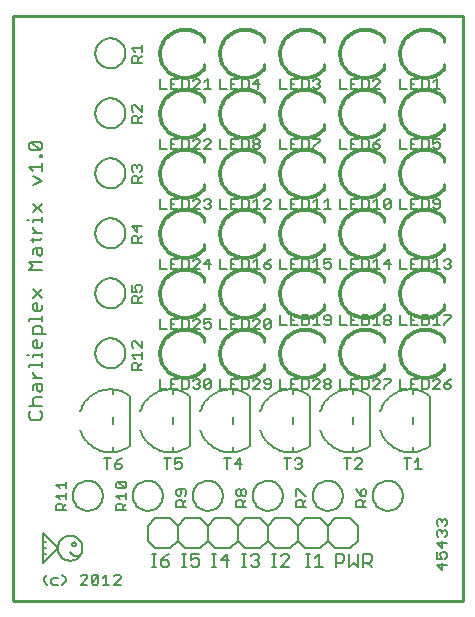
<source format=gto>
G75*
G70*
%OFA0B0*%
%FSLAX24Y24*%
%IPPOS*%
%LPD*%
%AMOC8*
5,1,8,0,0,1.08239X$1,22.5*
%
%ADD10C,0.0100*%
%ADD11C,0.0080*%
%ADD12C,0.0060*%
%ADD13C,0.0010*%
%ADD14C,0.0050*%
D10*
X000151Y000151D02*
X000151Y019647D01*
X015146Y019647D01*
X015146Y000151D01*
X000151Y000151D01*
X006521Y007891D02*
X006521Y008040D01*
X006521Y008774D02*
X006521Y008911D01*
X006521Y009891D02*
X006521Y010040D01*
X006521Y010774D02*
X006521Y010911D01*
X006521Y011891D02*
X006521Y012040D01*
X006521Y012774D02*
X006521Y012911D01*
X006521Y013891D02*
X006521Y014040D01*
X006521Y014774D02*
X006521Y014911D01*
X006521Y015891D02*
X006521Y016040D01*
X006521Y016774D02*
X006521Y016911D01*
X006521Y017891D02*
X006521Y018040D01*
X006521Y018774D02*
X006521Y018911D01*
X008521Y018911D02*
X008521Y018774D01*
X008521Y018040D02*
X008521Y017891D01*
X008521Y016911D02*
X008521Y016774D01*
X008521Y016040D02*
X008521Y015891D01*
X008521Y014911D02*
X008521Y014774D01*
X008521Y014040D02*
X008521Y013891D01*
X008521Y012911D02*
X008521Y012774D01*
X008521Y012040D02*
X008521Y011891D01*
X008521Y010911D02*
X008521Y010774D01*
X008521Y010040D02*
X008521Y009891D01*
X008521Y008911D02*
X008521Y008774D01*
X008521Y008040D02*
X008521Y007891D01*
X010521Y007891D02*
X010521Y008040D01*
X010521Y008774D02*
X010521Y008911D01*
X010521Y009891D02*
X010521Y010040D01*
X010521Y010774D02*
X010521Y010911D01*
X010521Y011891D02*
X010521Y012040D01*
X010521Y012774D02*
X010521Y012911D01*
X010521Y013891D02*
X010521Y014040D01*
X010521Y014774D02*
X010521Y014911D01*
X010521Y015891D02*
X010521Y016040D01*
X010521Y016774D02*
X010521Y016911D01*
X010521Y017891D02*
X010521Y018040D01*
X010521Y018774D02*
X010521Y018911D01*
X012521Y018911D02*
X012521Y018774D01*
X012521Y018040D02*
X012521Y017891D01*
X012521Y016911D02*
X012521Y016774D01*
X012521Y016040D02*
X012521Y015891D01*
X012521Y014911D02*
X012521Y014774D01*
X012521Y014040D02*
X012521Y013891D01*
X012521Y012911D02*
X012521Y012774D01*
X012521Y012040D02*
X012521Y011891D01*
X012521Y010911D02*
X012521Y010774D01*
X012521Y010040D02*
X012521Y009891D01*
X012521Y008911D02*
X012521Y008774D01*
X012521Y008040D02*
X012521Y007891D01*
X014521Y007891D02*
X014521Y008040D01*
X014521Y008774D02*
X014521Y008911D01*
X014521Y009891D02*
X014521Y010040D01*
X014521Y010774D02*
X014521Y010911D01*
X014521Y011891D02*
X014521Y012040D01*
X014521Y012774D02*
X014521Y012911D01*
X014521Y013891D02*
X014521Y014040D01*
X014521Y014774D02*
X014521Y014911D01*
X014521Y015891D02*
X014521Y016040D01*
X014521Y016774D02*
X014521Y016911D01*
X014521Y017891D02*
X014521Y018040D01*
X014521Y018774D02*
X014521Y018911D01*
D11*
X011401Y002901D02*
X010901Y002901D01*
X010651Y002651D01*
X010651Y002151D01*
X010901Y001901D01*
X011401Y001901D01*
X011651Y002151D01*
X011651Y002651D01*
X011401Y002901D01*
X010651Y002651D02*
X010651Y002151D01*
X010401Y001901D01*
X009901Y001901D01*
X009651Y002151D01*
X009651Y002651D01*
X009401Y002901D01*
X008901Y002901D01*
X008651Y002651D01*
X008651Y002151D01*
X008401Y001901D01*
X007901Y001901D01*
X007651Y002151D01*
X007651Y002651D01*
X007401Y002901D01*
X006901Y002901D01*
X006651Y002651D01*
X006651Y002151D01*
X006401Y001901D01*
X005901Y001901D01*
X005651Y002151D01*
X005651Y002651D01*
X005401Y002901D01*
X004901Y002901D01*
X004651Y002651D01*
X004651Y002151D01*
X004901Y001901D01*
X005401Y001901D01*
X005651Y002151D01*
X005651Y002651D01*
X005901Y002901D01*
X006401Y002901D01*
X006651Y002651D01*
X006651Y002151D01*
X006901Y001901D01*
X007401Y001901D01*
X007651Y002151D01*
X007651Y002651D01*
X007901Y002901D01*
X008401Y002901D01*
X008651Y002651D01*
X008651Y002151D01*
X008901Y001901D01*
X009401Y001901D01*
X009651Y002151D01*
X009651Y002651D01*
X009901Y002901D01*
X010401Y002901D01*
X010651Y002651D01*
X010911Y001707D02*
X011121Y001707D01*
X011191Y001636D01*
X011191Y001496D01*
X011121Y001426D01*
X010911Y001426D01*
X010911Y001286D02*
X010911Y001707D01*
X011372Y001707D02*
X011372Y001286D01*
X011512Y001426D01*
X011652Y001286D01*
X011652Y001707D01*
X011832Y001707D02*
X012042Y001707D01*
X012112Y001636D01*
X012112Y001496D01*
X012042Y001426D01*
X011832Y001426D01*
X011832Y001286D02*
X011832Y001707D01*
X011972Y001426D02*
X012112Y001286D01*
X010498Y001286D02*
X010218Y001286D01*
X010358Y001286D02*
X010358Y001707D01*
X010218Y001566D01*
X010051Y001707D02*
X009911Y001707D01*
X009981Y001707D02*
X009981Y001286D01*
X009911Y001286D02*
X010051Y001286D01*
X009373Y001286D02*
X009093Y001286D01*
X009373Y001566D01*
X009373Y001636D01*
X009303Y001707D01*
X009163Y001707D01*
X009093Y001636D01*
X008926Y001707D02*
X008786Y001707D01*
X008856Y001707D02*
X008856Y001286D01*
X008786Y001286D02*
X008926Y001286D01*
X008373Y001356D02*
X008303Y001286D01*
X008163Y001286D01*
X008093Y001356D01*
X007926Y001286D02*
X007786Y001286D01*
X007856Y001286D02*
X007856Y001707D01*
X007786Y001707D02*
X007926Y001707D01*
X008093Y001636D02*
X008163Y001707D01*
X008303Y001707D01*
X008373Y001636D01*
X008373Y001566D01*
X008303Y001496D01*
X008373Y001426D01*
X008373Y001356D01*
X008303Y001496D02*
X008233Y001496D01*
X007373Y001496D02*
X007093Y001496D01*
X007303Y001707D01*
X007303Y001286D01*
X006926Y001286D02*
X006786Y001286D01*
X006856Y001286D02*
X006856Y001707D01*
X006786Y001707D02*
X006926Y001707D01*
X006373Y001707D02*
X006093Y001707D01*
X006093Y001496D01*
X006233Y001566D01*
X006303Y001566D01*
X006373Y001496D01*
X006373Y001356D01*
X006303Y001286D01*
X006163Y001286D01*
X006093Y001356D01*
X005926Y001286D02*
X005786Y001286D01*
X005856Y001286D02*
X005856Y001707D01*
X005786Y001707D02*
X005926Y001707D01*
X005373Y001707D02*
X005233Y001636D01*
X005093Y001496D01*
X005303Y001496D01*
X005373Y001426D01*
X005373Y001356D01*
X005303Y001286D01*
X005163Y001286D01*
X005093Y001356D01*
X005093Y001496D01*
X004926Y001286D02*
X004786Y001286D01*
X004856Y001286D02*
X004856Y001707D01*
X004786Y001707D02*
X004926Y001707D01*
X002391Y001671D02*
X002368Y001657D01*
X002344Y001646D01*
X002318Y001639D01*
X002292Y001635D01*
X002265Y001634D01*
X002239Y001637D01*
X002213Y001643D01*
X002188Y001652D01*
X002164Y001665D01*
X002142Y001680D01*
X002123Y001698D01*
X002105Y001719D01*
X002091Y001741D01*
X002080Y001765D01*
X002071Y001791D01*
X001649Y001901D02*
X001651Y001941D01*
X001657Y001981D01*
X001667Y002021D01*
X001680Y002059D01*
X001698Y002095D01*
X001718Y002130D01*
X001743Y002162D01*
X001770Y002192D01*
X001800Y002219D01*
X001832Y002244D01*
X001867Y002264D01*
X001903Y002282D01*
X001941Y002295D01*
X001981Y002305D01*
X002021Y002311D01*
X002061Y002313D01*
X002101Y002311D01*
X002141Y002305D01*
X002181Y002295D01*
X002219Y002282D01*
X002255Y002264D01*
X002290Y002244D01*
X002322Y002219D01*
X002352Y002192D01*
X002379Y002162D01*
X002404Y002130D01*
X002424Y002095D01*
X002442Y002059D01*
X002455Y002021D01*
X002465Y001981D01*
X002471Y001941D01*
X002473Y001901D01*
X002471Y001861D01*
X002465Y001821D01*
X002455Y001781D01*
X002442Y001743D01*
X002424Y001707D01*
X002404Y001672D01*
X002379Y001640D01*
X002352Y001610D01*
X002322Y001583D01*
X002290Y001558D01*
X002255Y001538D01*
X002219Y001520D01*
X002181Y001507D01*
X002141Y001497D01*
X002101Y001491D01*
X002061Y001489D01*
X002021Y001491D01*
X001981Y001497D01*
X001941Y001507D01*
X001903Y001520D01*
X001867Y001538D01*
X001832Y001558D01*
X001800Y001583D01*
X001770Y001610D01*
X001743Y001640D01*
X001718Y001672D01*
X001698Y001707D01*
X001680Y001743D01*
X001667Y001781D01*
X001657Y001821D01*
X001651Y001861D01*
X001649Y001901D01*
X001651Y001901D02*
X001151Y001401D01*
X001151Y001701D01*
X001251Y001701D01*
X001151Y001701D02*
X001151Y001901D01*
X001251Y001901D01*
X001151Y001901D02*
X001151Y002101D01*
X001241Y002101D01*
X001151Y002101D02*
X001151Y002401D01*
X001651Y001901D01*
X002137Y002041D02*
X002139Y002056D01*
X002144Y002071D01*
X002153Y002083D01*
X002165Y002094D01*
X002178Y002101D01*
X002193Y002105D01*
X002209Y002105D01*
X002224Y002101D01*
X002237Y002094D01*
X002249Y002083D01*
X002258Y002071D01*
X002263Y002056D01*
X002265Y002041D01*
X002263Y002026D01*
X002258Y002011D01*
X002249Y001999D01*
X002237Y001988D01*
X002224Y001981D01*
X002209Y001977D01*
X002193Y001977D01*
X002178Y001981D01*
X002165Y001988D01*
X002153Y001999D01*
X002144Y002011D01*
X002139Y002026D01*
X002137Y002041D01*
X001041Y006191D02*
X000761Y006191D01*
X000691Y006261D01*
X000691Y006401D01*
X000761Y006471D01*
X000691Y006652D02*
X001111Y006652D01*
X001041Y006471D02*
X001111Y006401D01*
X001111Y006261D01*
X001041Y006191D01*
X000901Y006652D02*
X000831Y006722D01*
X000831Y006862D01*
X000901Y006932D01*
X001111Y006932D01*
X001041Y007112D02*
X000971Y007182D01*
X000971Y007392D01*
X000901Y007392D02*
X000831Y007322D01*
X000831Y007182D01*
X000901Y007392D02*
X001111Y007392D01*
X001111Y007182D01*
X001041Y007112D01*
X000971Y007572D02*
X000831Y007712D01*
X000831Y007782D01*
X000831Y007572D02*
X001111Y007572D01*
X001111Y007956D02*
X001111Y008096D01*
X001111Y008026D02*
X000691Y008026D01*
X000691Y007956D01*
X000831Y008263D02*
X000831Y008333D01*
X001111Y008333D01*
X001111Y008263D02*
X001111Y008403D01*
X001041Y008570D02*
X000901Y008570D01*
X000831Y008640D01*
X000831Y008780D01*
X000901Y008850D01*
X000971Y008850D01*
X000971Y008570D01*
X001041Y008570D02*
X001111Y008640D01*
X001111Y008780D01*
X001111Y009030D02*
X001111Y009240D01*
X001041Y009310D01*
X000901Y009310D01*
X000831Y009240D01*
X000831Y009030D01*
X001251Y009030D01*
X001111Y009490D02*
X001111Y009630D01*
X001111Y009560D02*
X000691Y009560D01*
X000691Y009490D01*
X000901Y009797D02*
X000831Y009867D01*
X000831Y010007D01*
X000901Y010077D01*
X000971Y010077D01*
X000971Y009797D01*
X001041Y009797D02*
X000901Y009797D01*
X001041Y009797D02*
X001111Y009867D01*
X001111Y010007D01*
X001111Y010258D02*
X000831Y010538D01*
X000831Y010258D02*
X001111Y010538D01*
X001111Y011178D02*
X000691Y011178D01*
X000831Y011318D01*
X000691Y011459D01*
X001111Y011459D01*
X001041Y011639D02*
X000971Y011709D01*
X000971Y011919D01*
X000901Y011919D02*
X000831Y011849D01*
X000831Y011709D01*
X000901Y011919D02*
X001111Y011919D01*
X001111Y011709D01*
X001041Y011639D01*
X000831Y012099D02*
X000831Y012239D01*
X000761Y012169D02*
X001041Y012169D01*
X001111Y012239D01*
X001111Y012406D02*
X000831Y012406D01*
X000831Y012546D02*
X000831Y012616D01*
X000831Y012546D02*
X000971Y012406D01*
X000831Y012790D02*
X000831Y012860D01*
X001111Y012860D01*
X001111Y012790D02*
X001111Y012930D01*
X001111Y013096D02*
X000831Y013377D01*
X001111Y013377D02*
X000831Y013096D01*
X000691Y012860D02*
X000621Y012860D01*
X000831Y014017D02*
X001111Y014157D01*
X000831Y014297D01*
X000831Y014477D02*
X000691Y014618D01*
X001111Y014618D01*
X001111Y014758D02*
X001111Y014477D01*
X001111Y014938D02*
X001041Y014938D01*
X001041Y015008D01*
X001111Y015008D01*
X001111Y014938D01*
X001041Y015168D02*
X000761Y015448D01*
X001041Y015448D01*
X001111Y015378D01*
X001111Y015238D01*
X001041Y015168D01*
X000761Y015168D01*
X000691Y015238D01*
X000691Y015378D01*
X000761Y015448D01*
X000691Y008333D02*
X000621Y008333D01*
D12*
X002901Y008401D02*
X002903Y008445D01*
X002909Y008489D01*
X002919Y008532D01*
X002932Y008574D01*
X002949Y008615D01*
X002970Y008654D01*
X002994Y008691D01*
X003021Y008726D01*
X003051Y008758D01*
X003084Y008788D01*
X003120Y008814D01*
X003157Y008838D01*
X003197Y008857D01*
X003238Y008874D01*
X003281Y008886D01*
X003324Y008895D01*
X003368Y008900D01*
X003412Y008901D01*
X003456Y008898D01*
X003500Y008891D01*
X003543Y008880D01*
X003585Y008866D01*
X003625Y008848D01*
X003664Y008826D01*
X003700Y008802D01*
X003734Y008774D01*
X003766Y008743D01*
X003795Y008709D01*
X003821Y008673D01*
X003843Y008635D01*
X003862Y008595D01*
X003877Y008553D01*
X003889Y008511D01*
X003897Y008467D01*
X003901Y008423D01*
X003901Y008379D01*
X003897Y008335D01*
X003889Y008291D01*
X003877Y008249D01*
X003862Y008207D01*
X003843Y008167D01*
X003821Y008129D01*
X003795Y008093D01*
X003766Y008059D01*
X003734Y008028D01*
X003700Y008000D01*
X003664Y007976D01*
X003625Y007954D01*
X003585Y007936D01*
X003543Y007922D01*
X003500Y007911D01*
X003456Y007904D01*
X003412Y007901D01*
X003368Y007902D01*
X003324Y007907D01*
X003281Y007916D01*
X003238Y007928D01*
X003197Y007945D01*
X003157Y007964D01*
X003120Y007988D01*
X003084Y008014D01*
X003051Y008044D01*
X003021Y008076D01*
X002994Y008111D01*
X002970Y008148D01*
X002949Y008187D01*
X002932Y008228D01*
X002919Y008270D01*
X002909Y008313D01*
X002903Y008357D01*
X002901Y008401D01*
X004112Y008328D02*
X004452Y008328D01*
X004452Y008215D02*
X004452Y008441D01*
X004452Y008583D02*
X004226Y008810D01*
X004169Y008810D01*
X004112Y008753D01*
X004112Y008640D01*
X004169Y008583D01*
X004112Y008328D02*
X004226Y008215D01*
X004282Y008073D02*
X004339Y008016D01*
X004339Y007846D01*
X004452Y007846D02*
X004112Y007846D01*
X004112Y008016D01*
X004169Y008073D01*
X004282Y008073D01*
X004339Y007960D02*
X004452Y008073D01*
X004452Y008583D02*
X004452Y008810D01*
X005056Y009206D02*
X005056Y009546D01*
X005056Y009206D02*
X005283Y009206D01*
X005424Y009206D02*
X005651Y009206D01*
X005793Y009206D02*
X005963Y009206D01*
X006020Y009263D01*
X006020Y009490D01*
X005963Y009546D01*
X005793Y009546D01*
X005793Y009206D01*
X005538Y009376D02*
X005424Y009376D01*
X005424Y009546D02*
X005424Y009206D01*
X005424Y009546D02*
X005651Y009546D01*
X006161Y009490D02*
X006218Y009546D01*
X006331Y009546D01*
X006388Y009490D01*
X006388Y009433D01*
X006161Y009206D01*
X006388Y009206D01*
X006529Y009263D02*
X006586Y009206D01*
X006700Y009206D01*
X006756Y009263D01*
X006756Y009376D01*
X006700Y009433D01*
X006643Y009433D01*
X006529Y009376D01*
X006529Y009546D01*
X006756Y009546D01*
X007056Y009546D02*
X007056Y009206D01*
X007283Y009206D01*
X007424Y009206D02*
X007651Y009206D01*
X007793Y009206D02*
X007963Y009206D01*
X008020Y009263D01*
X008020Y009490D01*
X007963Y009546D01*
X007793Y009546D01*
X007793Y009206D01*
X007538Y009376D02*
X007424Y009376D01*
X007424Y009546D02*
X007424Y009206D01*
X007424Y009546D02*
X007651Y009546D01*
X008161Y009490D02*
X008218Y009546D01*
X008331Y009546D01*
X008388Y009490D01*
X008388Y009433D01*
X008161Y009206D01*
X008388Y009206D01*
X008529Y009263D02*
X008529Y009490D01*
X008586Y009546D01*
X008700Y009546D01*
X008756Y009490D01*
X008529Y009263D01*
X008586Y009206D01*
X008700Y009206D01*
X008756Y009263D01*
X008756Y009490D01*
X009056Y009331D02*
X009283Y009331D01*
X009424Y009331D02*
X009424Y009671D01*
X009651Y009671D01*
X009793Y009671D02*
X009793Y009331D01*
X009963Y009331D01*
X010020Y009388D01*
X010020Y009615D01*
X009963Y009671D01*
X009793Y009671D01*
X009651Y009331D02*
X009424Y009331D01*
X009424Y009501D02*
X009538Y009501D01*
X009056Y009671D02*
X009056Y009331D01*
X010161Y009331D02*
X010388Y009331D01*
X010275Y009331D02*
X010275Y009671D01*
X010161Y009558D01*
X010529Y009558D02*
X010586Y009501D01*
X010756Y009501D01*
X010756Y009388D02*
X010756Y009615D01*
X010700Y009671D01*
X010586Y009671D01*
X010529Y009615D01*
X010529Y009558D01*
X010529Y009388D02*
X010586Y009331D01*
X010700Y009331D01*
X010756Y009388D01*
X011056Y009331D02*
X011283Y009331D01*
X011424Y009331D02*
X011424Y009671D01*
X011651Y009671D01*
X011793Y009671D02*
X011793Y009331D01*
X011963Y009331D01*
X012020Y009388D01*
X012020Y009615D01*
X011963Y009671D01*
X011793Y009671D01*
X011651Y009331D02*
X011424Y009331D01*
X011424Y009501D02*
X011538Y009501D01*
X011056Y009671D02*
X011056Y009331D01*
X012161Y009331D02*
X012388Y009331D01*
X012275Y009331D02*
X012275Y009671D01*
X012161Y009558D01*
X012529Y009558D02*
X012529Y009615D01*
X012586Y009671D01*
X012700Y009671D01*
X012756Y009615D01*
X012756Y009558D01*
X012700Y009501D01*
X012586Y009501D01*
X012529Y009558D01*
X012586Y009501D02*
X012529Y009445D01*
X012529Y009388D01*
X012586Y009331D01*
X012700Y009331D01*
X012756Y009388D01*
X012756Y009445D01*
X012700Y009501D01*
X013056Y009331D02*
X013283Y009331D01*
X013424Y009331D02*
X013424Y009671D01*
X013651Y009671D01*
X013793Y009671D02*
X013793Y009331D01*
X013963Y009331D01*
X014020Y009388D01*
X014020Y009615D01*
X013963Y009671D01*
X013793Y009671D01*
X013651Y009331D02*
X013424Y009331D01*
X013424Y009501D02*
X013538Y009501D01*
X013056Y009671D02*
X013056Y009331D01*
X014161Y009331D02*
X014388Y009331D01*
X014275Y009331D02*
X014275Y009671D01*
X014161Y009558D01*
X014529Y009671D02*
X014756Y009671D01*
X014756Y009615D01*
X014529Y009388D01*
X014529Y009331D01*
X014331Y007546D02*
X014218Y007546D01*
X014161Y007490D01*
X014020Y007490D02*
X014020Y007263D01*
X013963Y007206D01*
X013793Y007206D01*
X013793Y007546D01*
X013963Y007546D01*
X014020Y007490D01*
X014161Y007206D02*
X014388Y007433D01*
X014388Y007490D01*
X014331Y007546D01*
X014529Y007376D02*
X014700Y007376D01*
X014756Y007320D01*
X014756Y007263D01*
X014700Y007206D01*
X014586Y007206D01*
X014529Y007263D01*
X014529Y007376D01*
X014643Y007490D01*
X014756Y007546D01*
X014388Y007206D02*
X014161Y007206D01*
X013651Y007206D02*
X013424Y007206D01*
X013424Y007546D01*
X013651Y007546D01*
X013538Y007376D02*
X013424Y007376D01*
X013283Y007206D02*
X013056Y007206D01*
X013056Y007546D01*
X012756Y007546D02*
X012756Y007490D01*
X012529Y007263D01*
X012529Y007206D01*
X012388Y007206D02*
X012161Y007206D01*
X012388Y007433D01*
X012388Y007490D01*
X012331Y007546D01*
X012218Y007546D01*
X012161Y007490D01*
X012020Y007490D02*
X012020Y007263D01*
X011963Y007206D01*
X011793Y007206D01*
X011793Y007546D01*
X011963Y007546D01*
X012020Y007490D01*
X011651Y007546D02*
X011424Y007546D01*
X011424Y007206D01*
X011651Y007206D01*
X011538Y007376D02*
X011424Y007376D01*
X011283Y007206D02*
X011056Y007206D01*
X011056Y007546D01*
X010756Y007490D02*
X010756Y007433D01*
X010700Y007376D01*
X010586Y007376D01*
X010529Y007433D01*
X010529Y007490D01*
X010586Y007546D01*
X010700Y007546D01*
X010756Y007490D01*
X010700Y007376D02*
X010756Y007320D01*
X010756Y007263D01*
X010700Y007206D01*
X010586Y007206D01*
X010529Y007263D01*
X010529Y007320D01*
X010586Y007376D01*
X010388Y007433D02*
X010388Y007490D01*
X010331Y007546D01*
X010218Y007546D01*
X010161Y007490D01*
X010020Y007490D02*
X010020Y007263D01*
X009963Y007206D01*
X009793Y007206D01*
X009793Y007546D01*
X009963Y007546D01*
X010020Y007490D01*
X010161Y007206D02*
X010388Y007433D01*
X010388Y007206D02*
X010161Y007206D01*
X009651Y007206D02*
X009424Y007206D01*
X009424Y007546D01*
X009651Y007546D01*
X009538Y007376D02*
X009424Y007376D01*
X009283Y007206D02*
X009056Y007206D01*
X009056Y007546D01*
X008756Y007490D02*
X008756Y007263D01*
X008700Y007206D01*
X008586Y007206D01*
X008529Y007263D01*
X008586Y007376D02*
X008529Y007433D01*
X008529Y007490D01*
X008586Y007546D01*
X008700Y007546D01*
X008756Y007490D01*
X008756Y007376D02*
X008586Y007376D01*
X008388Y007433D02*
X008388Y007490D01*
X008331Y007546D01*
X008218Y007546D01*
X008161Y007490D01*
X008020Y007490D02*
X008020Y007263D01*
X007963Y007206D01*
X007793Y007206D01*
X007793Y007546D01*
X007963Y007546D01*
X008020Y007490D01*
X008161Y007206D02*
X008388Y007433D01*
X008388Y007206D02*
X008161Y007206D01*
X007651Y007206D02*
X007424Y007206D01*
X007424Y007546D01*
X007651Y007546D01*
X007538Y007376D02*
X007424Y007376D01*
X007283Y007206D02*
X007056Y007206D01*
X007056Y007546D01*
X006756Y007490D02*
X006756Y007263D01*
X006700Y007206D01*
X006586Y007206D01*
X006529Y007263D01*
X006756Y007490D01*
X006700Y007546D01*
X006586Y007546D01*
X006529Y007490D01*
X006529Y007263D01*
X006388Y007263D02*
X006331Y007206D01*
X006218Y007206D01*
X006161Y007263D01*
X006020Y007263D02*
X006020Y007490D01*
X005963Y007546D01*
X005793Y007546D01*
X005793Y007206D01*
X005963Y007206D01*
X006020Y007263D01*
X006161Y007490D02*
X006218Y007546D01*
X006331Y007546D01*
X006388Y007490D01*
X006388Y007433D01*
X006331Y007376D01*
X006388Y007320D01*
X006388Y007263D01*
X006331Y007376D02*
X006275Y007376D01*
X005651Y007206D02*
X005424Y007206D01*
X005424Y007546D01*
X005651Y007546D01*
X005538Y007376D02*
X005424Y007376D01*
X005283Y007206D02*
X005056Y007206D01*
X005056Y007546D01*
X004452Y010090D02*
X004112Y010090D01*
X004112Y010260D01*
X004169Y010316D01*
X004282Y010316D01*
X004339Y010260D01*
X004339Y010090D01*
X004339Y010203D02*
X004452Y010316D01*
X004396Y010458D02*
X004452Y010515D01*
X004452Y010628D01*
X004396Y010685D01*
X004282Y010685D01*
X004226Y010628D01*
X004226Y010571D01*
X004282Y010458D01*
X004112Y010458D01*
X004112Y010685D01*
X002901Y010401D02*
X002903Y010445D01*
X002909Y010489D01*
X002919Y010532D01*
X002932Y010574D01*
X002949Y010615D01*
X002970Y010654D01*
X002994Y010691D01*
X003021Y010726D01*
X003051Y010758D01*
X003084Y010788D01*
X003120Y010814D01*
X003157Y010838D01*
X003197Y010857D01*
X003238Y010874D01*
X003281Y010886D01*
X003324Y010895D01*
X003368Y010900D01*
X003412Y010901D01*
X003456Y010898D01*
X003500Y010891D01*
X003543Y010880D01*
X003585Y010866D01*
X003625Y010848D01*
X003664Y010826D01*
X003700Y010802D01*
X003734Y010774D01*
X003766Y010743D01*
X003795Y010709D01*
X003821Y010673D01*
X003843Y010635D01*
X003862Y010595D01*
X003877Y010553D01*
X003889Y010511D01*
X003897Y010467D01*
X003901Y010423D01*
X003901Y010379D01*
X003897Y010335D01*
X003889Y010291D01*
X003877Y010249D01*
X003862Y010207D01*
X003843Y010167D01*
X003821Y010129D01*
X003795Y010093D01*
X003766Y010059D01*
X003734Y010028D01*
X003700Y010000D01*
X003664Y009976D01*
X003625Y009954D01*
X003585Y009936D01*
X003543Y009922D01*
X003500Y009911D01*
X003456Y009904D01*
X003412Y009901D01*
X003368Y009902D01*
X003324Y009907D01*
X003281Y009916D01*
X003238Y009928D01*
X003197Y009945D01*
X003157Y009964D01*
X003120Y009988D01*
X003084Y010014D01*
X003051Y010044D01*
X003021Y010076D01*
X002994Y010111D01*
X002970Y010148D01*
X002949Y010187D01*
X002932Y010228D01*
X002919Y010270D01*
X002909Y010313D01*
X002903Y010357D01*
X002901Y010401D01*
X004112Y012090D02*
X004112Y012260D01*
X004169Y012316D01*
X004282Y012316D01*
X004339Y012260D01*
X004339Y012090D01*
X004339Y012203D02*
X004452Y012316D01*
X004452Y012090D02*
X004112Y012090D01*
X004282Y012458D02*
X004282Y012685D01*
X004112Y012628D02*
X004282Y012458D01*
X004452Y012628D02*
X004112Y012628D01*
X002901Y012401D02*
X002903Y012445D01*
X002909Y012489D01*
X002919Y012532D01*
X002932Y012574D01*
X002949Y012615D01*
X002970Y012654D01*
X002994Y012691D01*
X003021Y012726D01*
X003051Y012758D01*
X003084Y012788D01*
X003120Y012814D01*
X003157Y012838D01*
X003197Y012857D01*
X003238Y012874D01*
X003281Y012886D01*
X003324Y012895D01*
X003368Y012900D01*
X003412Y012901D01*
X003456Y012898D01*
X003500Y012891D01*
X003543Y012880D01*
X003585Y012866D01*
X003625Y012848D01*
X003664Y012826D01*
X003700Y012802D01*
X003734Y012774D01*
X003766Y012743D01*
X003795Y012709D01*
X003821Y012673D01*
X003843Y012635D01*
X003862Y012595D01*
X003877Y012553D01*
X003889Y012511D01*
X003897Y012467D01*
X003901Y012423D01*
X003901Y012379D01*
X003897Y012335D01*
X003889Y012291D01*
X003877Y012249D01*
X003862Y012207D01*
X003843Y012167D01*
X003821Y012129D01*
X003795Y012093D01*
X003766Y012059D01*
X003734Y012028D01*
X003700Y012000D01*
X003664Y011976D01*
X003625Y011954D01*
X003585Y011936D01*
X003543Y011922D01*
X003500Y011911D01*
X003456Y011904D01*
X003412Y011901D01*
X003368Y011902D01*
X003324Y011907D01*
X003281Y011916D01*
X003238Y011928D01*
X003197Y011945D01*
X003157Y011964D01*
X003120Y011988D01*
X003084Y012014D01*
X003051Y012044D01*
X003021Y012076D01*
X002994Y012111D01*
X002970Y012148D01*
X002949Y012187D01*
X002932Y012228D01*
X002919Y012270D01*
X002909Y012313D01*
X002903Y012357D01*
X002901Y012401D01*
X004112Y014090D02*
X004112Y014260D01*
X004169Y014316D01*
X004282Y014316D01*
X004339Y014260D01*
X004339Y014090D01*
X004339Y014203D02*
X004452Y014316D01*
X004396Y014458D02*
X004452Y014515D01*
X004452Y014628D01*
X004396Y014685D01*
X004339Y014685D01*
X004282Y014628D01*
X004282Y014571D01*
X004282Y014628D02*
X004226Y014685D01*
X004169Y014685D01*
X004112Y014628D01*
X004112Y014515D01*
X004169Y014458D01*
X004112Y014090D02*
X004452Y014090D01*
X005056Y013546D02*
X005056Y013206D01*
X005283Y013206D01*
X005424Y013206D02*
X005651Y013206D01*
X005793Y013206D02*
X005963Y013206D01*
X006020Y013263D01*
X006020Y013490D01*
X005963Y013546D01*
X005793Y013546D01*
X005793Y013206D01*
X005538Y013376D02*
X005424Y013376D01*
X005424Y013546D02*
X005424Y013206D01*
X005424Y013546D02*
X005651Y013546D01*
X006161Y013490D02*
X006218Y013546D01*
X006331Y013546D01*
X006388Y013490D01*
X006388Y013433D01*
X006161Y013206D01*
X006388Y013206D01*
X006529Y013263D02*
X006586Y013206D01*
X006700Y013206D01*
X006756Y013263D01*
X006756Y013320D01*
X006700Y013376D01*
X006643Y013376D01*
X006700Y013376D02*
X006756Y013433D01*
X006756Y013490D01*
X006700Y013546D01*
X006586Y013546D01*
X006529Y013490D01*
X007056Y013546D02*
X007056Y013206D01*
X007283Y013206D01*
X007424Y013206D02*
X007651Y013206D01*
X007793Y013206D02*
X007963Y013206D01*
X008020Y013263D01*
X008020Y013490D01*
X007963Y013546D01*
X007793Y013546D01*
X007793Y013206D01*
X007538Y013376D02*
X007424Y013376D01*
X007424Y013546D02*
X007424Y013206D01*
X007424Y013546D02*
X007651Y013546D01*
X008161Y013433D02*
X008275Y013546D01*
X008275Y013206D01*
X008388Y013206D02*
X008161Y013206D01*
X008529Y013206D02*
X008756Y013433D01*
X008756Y013490D01*
X008700Y013546D01*
X008586Y013546D01*
X008529Y013490D01*
X008529Y013206D02*
X008756Y013206D01*
X009056Y013206D02*
X009056Y013546D01*
X009056Y013206D02*
X009283Y013206D01*
X009424Y013206D02*
X009651Y013206D01*
X009793Y013206D02*
X009963Y013206D01*
X010020Y013263D01*
X010020Y013490D01*
X009963Y013546D01*
X009793Y013546D01*
X009793Y013206D01*
X009538Y013376D02*
X009424Y013376D01*
X009424Y013546D02*
X009424Y013206D01*
X009424Y013546D02*
X009651Y013546D01*
X010161Y013433D02*
X010275Y013546D01*
X010275Y013206D01*
X010388Y013206D02*
X010161Y013206D01*
X010529Y013206D02*
X010756Y013206D01*
X010643Y013206D02*
X010643Y013546D01*
X010529Y013433D01*
X011056Y013546D02*
X011056Y013206D01*
X011283Y013206D01*
X011424Y013206D02*
X011651Y013206D01*
X011793Y013206D02*
X011963Y013206D01*
X012020Y013263D01*
X012020Y013490D01*
X011963Y013546D01*
X011793Y013546D01*
X011793Y013206D01*
X011538Y013376D02*
X011424Y013376D01*
X011424Y013546D02*
X011424Y013206D01*
X011424Y013546D02*
X011651Y013546D01*
X012161Y013433D02*
X012275Y013546D01*
X012275Y013206D01*
X012388Y013206D02*
X012161Y013206D01*
X012529Y013263D02*
X012529Y013490D01*
X012586Y013546D01*
X012700Y013546D01*
X012756Y013490D01*
X012529Y013263D01*
X012586Y013206D01*
X012700Y013206D01*
X012756Y013263D01*
X012756Y013490D01*
X013056Y013546D02*
X013056Y013206D01*
X013283Y013206D01*
X013424Y013206D02*
X013651Y013206D01*
X013793Y013206D02*
X013963Y013206D01*
X014020Y013263D01*
X014020Y013490D01*
X013963Y013546D01*
X013793Y013546D01*
X013793Y013206D01*
X013538Y013376D02*
X013424Y013376D01*
X013424Y013546D02*
X013424Y013206D01*
X013424Y013546D02*
X013651Y013546D01*
X014161Y013490D02*
X014161Y013433D01*
X014218Y013376D01*
X014388Y013376D01*
X014388Y013263D02*
X014331Y013206D01*
X014218Y013206D01*
X014161Y013263D01*
X014161Y013490D02*
X014218Y013546D01*
X014331Y013546D01*
X014388Y013490D01*
X014388Y013263D01*
X014275Y011546D02*
X014275Y011206D01*
X014388Y011206D02*
X014161Y011206D01*
X014020Y011263D02*
X014020Y011490D01*
X013963Y011546D01*
X013793Y011546D01*
X013793Y011206D01*
X013963Y011206D01*
X014020Y011263D01*
X014161Y011433D02*
X014275Y011546D01*
X014529Y011490D02*
X014586Y011546D01*
X014700Y011546D01*
X014756Y011490D01*
X014756Y011433D01*
X014700Y011376D01*
X014756Y011320D01*
X014756Y011263D01*
X014700Y011206D01*
X014586Y011206D01*
X014529Y011263D01*
X014643Y011376D02*
X014700Y011376D01*
X013651Y011206D02*
X013424Y011206D01*
X013424Y011546D01*
X013651Y011546D01*
X013538Y011376D02*
X013424Y011376D01*
X013283Y011206D02*
X013056Y011206D01*
X013056Y011546D01*
X012756Y011376D02*
X012529Y011376D01*
X012700Y011546D01*
X012700Y011206D01*
X012388Y011206D02*
X012161Y011206D01*
X012275Y011206D02*
X012275Y011546D01*
X012161Y011433D01*
X012020Y011490D02*
X012020Y011263D01*
X011963Y011206D01*
X011793Y011206D01*
X011793Y011546D01*
X011963Y011546D01*
X012020Y011490D01*
X011651Y011546D02*
X011424Y011546D01*
X011424Y011206D01*
X011651Y011206D01*
X011538Y011376D02*
X011424Y011376D01*
X011283Y011206D02*
X011056Y011206D01*
X011056Y011546D01*
X010756Y011546D02*
X010529Y011546D01*
X010529Y011376D01*
X010643Y011433D01*
X010700Y011433D01*
X010756Y011376D01*
X010756Y011263D01*
X010700Y011206D01*
X010586Y011206D01*
X010529Y011263D01*
X010388Y011206D02*
X010161Y011206D01*
X010275Y011206D02*
X010275Y011546D01*
X010161Y011433D01*
X010020Y011490D02*
X010020Y011263D01*
X009963Y011206D01*
X009793Y011206D01*
X009793Y011546D01*
X009963Y011546D01*
X010020Y011490D01*
X009651Y011546D02*
X009424Y011546D01*
X009424Y011206D01*
X009651Y011206D01*
X009538Y011376D02*
X009424Y011376D01*
X009283Y011206D02*
X009056Y011206D01*
X009056Y011546D01*
X008756Y011546D02*
X008643Y011490D01*
X008529Y011376D01*
X008700Y011376D01*
X008756Y011320D01*
X008756Y011263D01*
X008700Y011206D01*
X008586Y011206D01*
X008529Y011263D01*
X008529Y011376D01*
X008388Y011206D02*
X008161Y011206D01*
X008275Y011206D02*
X008275Y011546D01*
X008161Y011433D01*
X008020Y011490D02*
X008020Y011263D01*
X007963Y011206D01*
X007793Y011206D01*
X007793Y011546D01*
X007963Y011546D01*
X008020Y011490D01*
X007651Y011546D02*
X007424Y011546D01*
X007424Y011206D01*
X007651Y011206D01*
X007538Y011376D02*
X007424Y011376D01*
X007283Y011206D02*
X007056Y011206D01*
X007056Y011546D01*
X006756Y011376D02*
X006529Y011376D01*
X006700Y011546D01*
X006700Y011206D01*
X006388Y011206D02*
X006161Y011206D01*
X006388Y011433D01*
X006388Y011490D01*
X006331Y011546D01*
X006218Y011546D01*
X006161Y011490D01*
X006020Y011490D02*
X005963Y011546D01*
X005793Y011546D01*
X005793Y011206D01*
X005963Y011206D01*
X006020Y011263D01*
X006020Y011490D01*
X005651Y011546D02*
X005424Y011546D01*
X005424Y011206D01*
X005651Y011206D01*
X005538Y011376D02*
X005424Y011376D01*
X005283Y011206D02*
X005056Y011206D01*
X005056Y011546D01*
X002901Y014401D02*
X002903Y014445D01*
X002909Y014489D01*
X002919Y014532D01*
X002932Y014574D01*
X002949Y014615D01*
X002970Y014654D01*
X002994Y014691D01*
X003021Y014726D01*
X003051Y014758D01*
X003084Y014788D01*
X003120Y014814D01*
X003157Y014838D01*
X003197Y014857D01*
X003238Y014874D01*
X003281Y014886D01*
X003324Y014895D01*
X003368Y014900D01*
X003412Y014901D01*
X003456Y014898D01*
X003500Y014891D01*
X003543Y014880D01*
X003585Y014866D01*
X003625Y014848D01*
X003664Y014826D01*
X003700Y014802D01*
X003734Y014774D01*
X003766Y014743D01*
X003795Y014709D01*
X003821Y014673D01*
X003843Y014635D01*
X003862Y014595D01*
X003877Y014553D01*
X003889Y014511D01*
X003897Y014467D01*
X003901Y014423D01*
X003901Y014379D01*
X003897Y014335D01*
X003889Y014291D01*
X003877Y014249D01*
X003862Y014207D01*
X003843Y014167D01*
X003821Y014129D01*
X003795Y014093D01*
X003766Y014059D01*
X003734Y014028D01*
X003700Y014000D01*
X003664Y013976D01*
X003625Y013954D01*
X003585Y013936D01*
X003543Y013922D01*
X003500Y013911D01*
X003456Y013904D01*
X003412Y013901D01*
X003368Y013902D01*
X003324Y013907D01*
X003281Y013916D01*
X003238Y013928D01*
X003197Y013945D01*
X003157Y013964D01*
X003120Y013988D01*
X003084Y014014D01*
X003051Y014044D01*
X003021Y014076D01*
X002994Y014111D01*
X002970Y014148D01*
X002949Y014187D01*
X002932Y014228D01*
X002919Y014270D01*
X002909Y014313D01*
X002903Y014357D01*
X002901Y014401D01*
X004112Y016090D02*
X004112Y016260D01*
X004169Y016316D01*
X004282Y016316D01*
X004339Y016260D01*
X004339Y016090D01*
X004339Y016203D02*
X004452Y016316D01*
X004452Y016458D02*
X004226Y016685D01*
X004169Y016685D01*
X004112Y016628D01*
X004112Y016515D01*
X004169Y016458D01*
X004452Y016458D02*
X004452Y016685D01*
X004452Y016090D02*
X004112Y016090D01*
X002901Y016401D02*
X002903Y016445D01*
X002909Y016489D01*
X002919Y016532D01*
X002932Y016574D01*
X002949Y016615D01*
X002970Y016654D01*
X002994Y016691D01*
X003021Y016726D01*
X003051Y016758D01*
X003084Y016788D01*
X003120Y016814D01*
X003157Y016838D01*
X003197Y016857D01*
X003238Y016874D01*
X003281Y016886D01*
X003324Y016895D01*
X003368Y016900D01*
X003412Y016901D01*
X003456Y016898D01*
X003500Y016891D01*
X003543Y016880D01*
X003585Y016866D01*
X003625Y016848D01*
X003664Y016826D01*
X003700Y016802D01*
X003734Y016774D01*
X003766Y016743D01*
X003795Y016709D01*
X003821Y016673D01*
X003843Y016635D01*
X003862Y016595D01*
X003877Y016553D01*
X003889Y016511D01*
X003897Y016467D01*
X003901Y016423D01*
X003901Y016379D01*
X003897Y016335D01*
X003889Y016291D01*
X003877Y016249D01*
X003862Y016207D01*
X003843Y016167D01*
X003821Y016129D01*
X003795Y016093D01*
X003766Y016059D01*
X003734Y016028D01*
X003700Y016000D01*
X003664Y015976D01*
X003625Y015954D01*
X003585Y015936D01*
X003543Y015922D01*
X003500Y015911D01*
X003456Y015904D01*
X003412Y015901D01*
X003368Y015902D01*
X003324Y015907D01*
X003281Y015916D01*
X003238Y015928D01*
X003197Y015945D01*
X003157Y015964D01*
X003120Y015988D01*
X003084Y016014D01*
X003051Y016044D01*
X003021Y016076D01*
X002994Y016111D01*
X002970Y016148D01*
X002949Y016187D01*
X002932Y016228D01*
X002919Y016270D01*
X002909Y016313D01*
X002903Y016357D01*
X002901Y016401D01*
X004112Y018090D02*
X004112Y018260D01*
X004169Y018316D01*
X004282Y018316D01*
X004339Y018260D01*
X004339Y018090D01*
X004339Y018203D02*
X004452Y018316D01*
X004452Y018458D02*
X004452Y018685D01*
X004452Y018571D02*
X004112Y018571D01*
X004226Y018458D01*
X004112Y018090D02*
X004452Y018090D01*
X005056Y017546D02*
X005056Y017206D01*
X005283Y017206D01*
X005424Y017206D02*
X005651Y017206D01*
X005793Y017206D02*
X005963Y017206D01*
X006020Y017263D01*
X006020Y017490D01*
X005963Y017546D01*
X005793Y017546D01*
X005793Y017206D01*
X005538Y017376D02*
X005424Y017376D01*
X005424Y017546D02*
X005424Y017206D01*
X005424Y017546D02*
X005651Y017546D01*
X006161Y017490D02*
X006218Y017546D01*
X006331Y017546D01*
X006388Y017490D01*
X006388Y017433D01*
X006161Y017206D01*
X006388Y017206D01*
X006529Y017206D02*
X006756Y017206D01*
X006643Y017206D02*
X006643Y017546D01*
X006529Y017433D01*
X007056Y017546D02*
X007056Y017206D01*
X007283Y017206D01*
X007424Y017206D02*
X007651Y017206D01*
X007793Y017206D02*
X007963Y017206D01*
X008020Y017263D01*
X008020Y017490D01*
X007963Y017546D01*
X007793Y017546D01*
X007793Y017206D01*
X007538Y017376D02*
X007424Y017376D01*
X007424Y017546D02*
X007424Y017206D01*
X007424Y017546D02*
X007651Y017546D01*
X008161Y017376D02*
X008388Y017376D01*
X008331Y017206D02*
X008331Y017546D01*
X008161Y017376D01*
X009056Y017206D02*
X009283Y017206D01*
X009424Y017206D02*
X009651Y017206D01*
X009793Y017206D02*
X009963Y017206D01*
X010020Y017263D01*
X010020Y017490D01*
X009963Y017546D01*
X009793Y017546D01*
X009793Y017206D01*
X009538Y017376D02*
X009424Y017376D01*
X009424Y017546D02*
X009424Y017206D01*
X009424Y017546D02*
X009651Y017546D01*
X010161Y017490D02*
X010218Y017546D01*
X010331Y017546D01*
X010388Y017490D01*
X010388Y017433D01*
X010331Y017376D01*
X010388Y017320D01*
X010388Y017263D01*
X010331Y017206D01*
X010218Y017206D01*
X010161Y017263D01*
X010275Y017376D02*
X010331Y017376D01*
X011056Y017206D02*
X011283Y017206D01*
X011424Y017206D02*
X011651Y017206D01*
X011793Y017206D02*
X011963Y017206D01*
X012020Y017263D01*
X012020Y017490D01*
X011963Y017546D01*
X011793Y017546D01*
X011793Y017206D01*
X011538Y017376D02*
X011424Y017376D01*
X011424Y017546D02*
X011424Y017206D01*
X011424Y017546D02*
X011651Y017546D01*
X012161Y017490D02*
X012218Y017546D01*
X012331Y017546D01*
X012388Y017490D01*
X012388Y017433D01*
X012161Y017206D01*
X012388Y017206D01*
X013056Y017206D02*
X013283Y017206D01*
X013424Y017206D02*
X013651Y017206D01*
X013793Y017206D02*
X013963Y017206D01*
X014020Y017263D01*
X014020Y017490D01*
X013963Y017546D01*
X013793Y017546D01*
X013793Y017206D01*
X013538Y017376D02*
X013424Y017376D01*
X013424Y017546D02*
X013424Y017206D01*
X013424Y017546D02*
X013651Y017546D01*
X014161Y017433D02*
X014275Y017546D01*
X014275Y017206D01*
X014388Y017206D02*
X014161Y017206D01*
X013056Y017206D02*
X013056Y017546D01*
X013056Y015546D02*
X013056Y015206D01*
X013283Y015206D01*
X013424Y015206D02*
X013651Y015206D01*
X013793Y015206D02*
X013963Y015206D01*
X014020Y015263D01*
X014020Y015490D01*
X013963Y015546D01*
X013793Y015546D01*
X013793Y015206D01*
X013538Y015376D02*
X013424Y015376D01*
X013424Y015546D02*
X013424Y015206D01*
X013424Y015546D02*
X013651Y015546D01*
X014161Y015546D02*
X014161Y015376D01*
X014275Y015433D01*
X014331Y015433D01*
X014388Y015376D01*
X014388Y015263D01*
X014331Y015206D01*
X014218Y015206D01*
X014161Y015263D01*
X014161Y015546D02*
X014388Y015546D01*
X012388Y015546D02*
X012275Y015490D01*
X012161Y015376D01*
X012331Y015376D01*
X012388Y015320D01*
X012388Y015263D01*
X012331Y015206D01*
X012218Y015206D01*
X012161Y015263D01*
X012161Y015376D01*
X012020Y015263D02*
X011963Y015206D01*
X011793Y015206D01*
X011793Y015546D01*
X011963Y015546D01*
X012020Y015490D01*
X012020Y015263D01*
X011651Y015206D02*
X011424Y015206D01*
X011424Y015546D01*
X011651Y015546D01*
X011538Y015376D02*
X011424Y015376D01*
X011283Y015206D02*
X011056Y015206D01*
X011056Y015546D01*
X010388Y015546D02*
X010388Y015490D01*
X010161Y015263D01*
X010161Y015206D01*
X010020Y015263D02*
X010020Y015490D01*
X009963Y015546D01*
X009793Y015546D01*
X009793Y015206D01*
X009963Y015206D01*
X010020Y015263D01*
X010161Y015546D02*
X010388Y015546D01*
X009651Y015546D02*
X009424Y015546D01*
X009424Y015206D01*
X009651Y015206D01*
X009538Y015376D02*
X009424Y015376D01*
X009283Y015206D02*
X009056Y015206D01*
X009056Y015546D01*
X008388Y015490D02*
X008388Y015433D01*
X008331Y015376D01*
X008218Y015376D01*
X008161Y015433D01*
X008161Y015490D01*
X008218Y015546D01*
X008331Y015546D01*
X008388Y015490D01*
X008331Y015376D02*
X008388Y015320D01*
X008388Y015263D01*
X008331Y015206D01*
X008218Y015206D01*
X008161Y015263D01*
X008161Y015320D01*
X008218Y015376D01*
X008020Y015263D02*
X007963Y015206D01*
X007793Y015206D01*
X007793Y015546D01*
X007963Y015546D01*
X008020Y015490D01*
X008020Y015263D01*
X007651Y015206D02*
X007424Y015206D01*
X007424Y015546D01*
X007651Y015546D01*
X007538Y015376D02*
X007424Y015376D01*
X007283Y015206D02*
X007056Y015206D01*
X007056Y015546D01*
X006756Y015490D02*
X006756Y015433D01*
X006529Y015206D01*
X006756Y015206D01*
X006756Y015490D02*
X006700Y015546D01*
X006586Y015546D01*
X006529Y015490D01*
X006388Y015490D02*
X006388Y015433D01*
X006161Y015206D01*
X006388Y015206D01*
X006388Y015490D02*
X006331Y015546D01*
X006218Y015546D01*
X006161Y015490D01*
X006020Y015490D02*
X006020Y015263D01*
X005963Y015206D01*
X005793Y015206D01*
X005793Y015546D01*
X005963Y015546D01*
X006020Y015490D01*
X005651Y015546D02*
X005424Y015546D01*
X005424Y015206D01*
X005651Y015206D01*
X005538Y015376D02*
X005424Y015376D01*
X005283Y015206D02*
X005056Y015206D01*
X005056Y015546D01*
X002901Y018401D02*
X002903Y018445D01*
X002909Y018489D01*
X002919Y018532D01*
X002932Y018574D01*
X002949Y018615D01*
X002970Y018654D01*
X002994Y018691D01*
X003021Y018726D01*
X003051Y018758D01*
X003084Y018788D01*
X003120Y018814D01*
X003157Y018838D01*
X003197Y018857D01*
X003238Y018874D01*
X003281Y018886D01*
X003324Y018895D01*
X003368Y018900D01*
X003412Y018901D01*
X003456Y018898D01*
X003500Y018891D01*
X003543Y018880D01*
X003585Y018866D01*
X003625Y018848D01*
X003664Y018826D01*
X003700Y018802D01*
X003734Y018774D01*
X003766Y018743D01*
X003795Y018709D01*
X003821Y018673D01*
X003843Y018635D01*
X003862Y018595D01*
X003877Y018553D01*
X003889Y018511D01*
X003897Y018467D01*
X003901Y018423D01*
X003901Y018379D01*
X003897Y018335D01*
X003889Y018291D01*
X003877Y018249D01*
X003862Y018207D01*
X003843Y018167D01*
X003821Y018129D01*
X003795Y018093D01*
X003766Y018059D01*
X003734Y018028D01*
X003700Y018000D01*
X003664Y017976D01*
X003625Y017954D01*
X003585Y017936D01*
X003543Y017922D01*
X003500Y017911D01*
X003456Y017904D01*
X003412Y017901D01*
X003368Y017902D01*
X003324Y017907D01*
X003281Y017916D01*
X003238Y017928D01*
X003197Y017945D01*
X003157Y017964D01*
X003120Y017988D01*
X003084Y018014D01*
X003051Y018044D01*
X003021Y018076D01*
X002994Y018111D01*
X002970Y018148D01*
X002949Y018187D01*
X002932Y018228D01*
X002919Y018270D01*
X002909Y018313D01*
X002903Y018357D01*
X002901Y018401D01*
X009056Y017546D02*
X009056Y017206D01*
X011056Y017206D02*
X011056Y017546D01*
X012529Y007546D02*
X012756Y007546D01*
X013181Y004896D02*
X013408Y004896D01*
X013295Y004896D02*
X013295Y004556D01*
X013549Y004556D02*
X013776Y004556D01*
X013663Y004556D02*
X013663Y004896D01*
X013549Y004783D01*
X012151Y003651D02*
X012153Y003695D01*
X012159Y003739D01*
X012169Y003782D01*
X012182Y003824D01*
X012199Y003865D01*
X012220Y003904D01*
X012244Y003941D01*
X012271Y003976D01*
X012301Y004008D01*
X012334Y004038D01*
X012370Y004064D01*
X012407Y004088D01*
X012447Y004107D01*
X012488Y004124D01*
X012531Y004136D01*
X012574Y004145D01*
X012618Y004150D01*
X012662Y004151D01*
X012706Y004148D01*
X012750Y004141D01*
X012793Y004130D01*
X012835Y004116D01*
X012875Y004098D01*
X012914Y004076D01*
X012950Y004052D01*
X012984Y004024D01*
X013016Y003993D01*
X013045Y003959D01*
X013071Y003923D01*
X013093Y003885D01*
X013112Y003845D01*
X013127Y003803D01*
X013139Y003761D01*
X013147Y003717D01*
X013151Y003673D01*
X013151Y003629D01*
X013147Y003585D01*
X013139Y003541D01*
X013127Y003499D01*
X013112Y003457D01*
X013093Y003417D01*
X013071Y003379D01*
X013045Y003343D01*
X013016Y003309D01*
X012984Y003278D01*
X012950Y003250D01*
X012914Y003226D01*
X012875Y003204D01*
X012835Y003186D01*
X012793Y003172D01*
X012750Y003161D01*
X012706Y003154D01*
X012662Y003151D01*
X012618Y003152D01*
X012574Y003157D01*
X012531Y003166D01*
X012488Y003178D01*
X012447Y003195D01*
X012407Y003214D01*
X012370Y003238D01*
X012334Y003264D01*
X012301Y003294D01*
X012271Y003326D01*
X012244Y003361D01*
X012220Y003398D01*
X012199Y003437D01*
X012182Y003478D01*
X012169Y003520D01*
X012159Y003563D01*
X012153Y003607D01*
X012151Y003651D01*
X011940Y003711D02*
X011940Y003825D01*
X011883Y003881D01*
X011827Y003881D01*
X011770Y003825D01*
X011770Y003654D01*
X011883Y003654D01*
X011940Y003711D01*
X011940Y003513D02*
X011827Y003400D01*
X011827Y003456D02*
X011827Y003286D01*
X011940Y003286D02*
X011600Y003286D01*
X011600Y003456D01*
X011656Y003513D01*
X011770Y003513D01*
X011827Y003456D01*
X011770Y003654D02*
X011656Y003768D01*
X011600Y003881D01*
X011549Y004556D02*
X011776Y004783D01*
X011776Y004840D01*
X011720Y004896D01*
X011606Y004896D01*
X011549Y004840D01*
X011408Y004896D02*
X011181Y004896D01*
X011295Y004896D02*
X011295Y004556D01*
X011549Y004556D02*
X011776Y004556D01*
X010151Y003651D02*
X010153Y003695D01*
X010159Y003739D01*
X010169Y003782D01*
X010182Y003824D01*
X010199Y003865D01*
X010220Y003904D01*
X010244Y003941D01*
X010271Y003976D01*
X010301Y004008D01*
X010334Y004038D01*
X010370Y004064D01*
X010407Y004088D01*
X010447Y004107D01*
X010488Y004124D01*
X010531Y004136D01*
X010574Y004145D01*
X010618Y004150D01*
X010662Y004151D01*
X010706Y004148D01*
X010750Y004141D01*
X010793Y004130D01*
X010835Y004116D01*
X010875Y004098D01*
X010914Y004076D01*
X010950Y004052D01*
X010984Y004024D01*
X011016Y003993D01*
X011045Y003959D01*
X011071Y003923D01*
X011093Y003885D01*
X011112Y003845D01*
X011127Y003803D01*
X011139Y003761D01*
X011147Y003717D01*
X011151Y003673D01*
X011151Y003629D01*
X011147Y003585D01*
X011139Y003541D01*
X011127Y003499D01*
X011112Y003457D01*
X011093Y003417D01*
X011071Y003379D01*
X011045Y003343D01*
X011016Y003309D01*
X010984Y003278D01*
X010950Y003250D01*
X010914Y003226D01*
X010875Y003204D01*
X010835Y003186D01*
X010793Y003172D01*
X010750Y003161D01*
X010706Y003154D01*
X010662Y003151D01*
X010618Y003152D01*
X010574Y003157D01*
X010531Y003166D01*
X010488Y003178D01*
X010447Y003195D01*
X010407Y003214D01*
X010370Y003238D01*
X010334Y003264D01*
X010301Y003294D01*
X010271Y003326D01*
X010244Y003361D01*
X010220Y003398D01*
X010199Y003437D01*
X010182Y003478D01*
X010169Y003520D01*
X010159Y003563D01*
X010153Y003607D01*
X010151Y003651D01*
X009940Y003654D02*
X009883Y003654D01*
X009656Y003881D01*
X009600Y003881D01*
X009600Y003654D01*
X009656Y003513D02*
X009600Y003456D01*
X009600Y003286D01*
X009940Y003286D01*
X009827Y003286D02*
X009827Y003456D01*
X009770Y003513D01*
X009656Y003513D01*
X009827Y003400D02*
X009940Y003513D01*
X009720Y004556D02*
X009606Y004556D01*
X009549Y004613D01*
X009663Y004726D02*
X009720Y004726D01*
X009776Y004670D01*
X009776Y004613D01*
X009720Y004556D01*
X009720Y004726D02*
X009776Y004783D01*
X009776Y004840D01*
X009720Y004896D01*
X009606Y004896D01*
X009549Y004840D01*
X009408Y004896D02*
X009181Y004896D01*
X009295Y004896D02*
X009295Y004556D01*
X008151Y003651D02*
X008153Y003695D01*
X008159Y003739D01*
X008169Y003782D01*
X008182Y003824D01*
X008199Y003865D01*
X008220Y003904D01*
X008244Y003941D01*
X008271Y003976D01*
X008301Y004008D01*
X008334Y004038D01*
X008370Y004064D01*
X008407Y004088D01*
X008447Y004107D01*
X008488Y004124D01*
X008531Y004136D01*
X008574Y004145D01*
X008618Y004150D01*
X008662Y004151D01*
X008706Y004148D01*
X008750Y004141D01*
X008793Y004130D01*
X008835Y004116D01*
X008875Y004098D01*
X008914Y004076D01*
X008950Y004052D01*
X008984Y004024D01*
X009016Y003993D01*
X009045Y003959D01*
X009071Y003923D01*
X009093Y003885D01*
X009112Y003845D01*
X009127Y003803D01*
X009139Y003761D01*
X009147Y003717D01*
X009151Y003673D01*
X009151Y003629D01*
X009147Y003585D01*
X009139Y003541D01*
X009127Y003499D01*
X009112Y003457D01*
X009093Y003417D01*
X009071Y003379D01*
X009045Y003343D01*
X009016Y003309D01*
X008984Y003278D01*
X008950Y003250D01*
X008914Y003226D01*
X008875Y003204D01*
X008835Y003186D01*
X008793Y003172D01*
X008750Y003161D01*
X008706Y003154D01*
X008662Y003151D01*
X008618Y003152D01*
X008574Y003157D01*
X008531Y003166D01*
X008488Y003178D01*
X008447Y003195D01*
X008407Y003214D01*
X008370Y003238D01*
X008334Y003264D01*
X008301Y003294D01*
X008271Y003326D01*
X008244Y003361D01*
X008220Y003398D01*
X008199Y003437D01*
X008182Y003478D01*
X008169Y003520D01*
X008159Y003563D01*
X008153Y003607D01*
X008151Y003651D01*
X007940Y003711D02*
X007883Y003654D01*
X007827Y003654D01*
X007770Y003711D01*
X007770Y003825D01*
X007827Y003881D01*
X007883Y003881D01*
X007940Y003825D01*
X007940Y003711D01*
X007770Y003711D02*
X007713Y003654D01*
X007656Y003654D01*
X007600Y003711D01*
X007600Y003825D01*
X007656Y003881D01*
X007713Y003881D01*
X007770Y003825D01*
X007770Y003513D02*
X007827Y003456D01*
X007827Y003286D01*
X007940Y003286D02*
X007600Y003286D01*
X007600Y003456D01*
X007656Y003513D01*
X007770Y003513D01*
X007827Y003400D02*
X007940Y003513D01*
X007720Y004556D02*
X007720Y004896D01*
X007549Y004726D01*
X007776Y004726D01*
X007408Y004896D02*
X007181Y004896D01*
X007295Y004896D02*
X007295Y004556D01*
X006151Y003651D02*
X006153Y003695D01*
X006159Y003739D01*
X006169Y003782D01*
X006182Y003824D01*
X006199Y003865D01*
X006220Y003904D01*
X006244Y003941D01*
X006271Y003976D01*
X006301Y004008D01*
X006334Y004038D01*
X006370Y004064D01*
X006407Y004088D01*
X006447Y004107D01*
X006488Y004124D01*
X006531Y004136D01*
X006574Y004145D01*
X006618Y004150D01*
X006662Y004151D01*
X006706Y004148D01*
X006750Y004141D01*
X006793Y004130D01*
X006835Y004116D01*
X006875Y004098D01*
X006914Y004076D01*
X006950Y004052D01*
X006984Y004024D01*
X007016Y003993D01*
X007045Y003959D01*
X007071Y003923D01*
X007093Y003885D01*
X007112Y003845D01*
X007127Y003803D01*
X007139Y003761D01*
X007147Y003717D01*
X007151Y003673D01*
X007151Y003629D01*
X007147Y003585D01*
X007139Y003541D01*
X007127Y003499D01*
X007112Y003457D01*
X007093Y003417D01*
X007071Y003379D01*
X007045Y003343D01*
X007016Y003309D01*
X006984Y003278D01*
X006950Y003250D01*
X006914Y003226D01*
X006875Y003204D01*
X006835Y003186D01*
X006793Y003172D01*
X006750Y003161D01*
X006706Y003154D01*
X006662Y003151D01*
X006618Y003152D01*
X006574Y003157D01*
X006531Y003166D01*
X006488Y003178D01*
X006447Y003195D01*
X006407Y003214D01*
X006370Y003238D01*
X006334Y003264D01*
X006301Y003294D01*
X006271Y003326D01*
X006244Y003361D01*
X006220Y003398D01*
X006199Y003437D01*
X006182Y003478D01*
X006169Y003520D01*
X006159Y003563D01*
X006153Y003607D01*
X006151Y003651D01*
X005940Y003711D02*
X005940Y003825D01*
X005883Y003881D01*
X005656Y003881D01*
X005600Y003825D01*
X005600Y003711D01*
X005656Y003654D01*
X005713Y003654D01*
X005770Y003711D01*
X005770Y003881D01*
X005940Y003711D02*
X005883Y003654D01*
X005940Y003513D02*
X005827Y003400D01*
X005827Y003456D02*
X005827Y003286D01*
X005940Y003286D02*
X005600Y003286D01*
X005600Y003456D01*
X005656Y003513D01*
X005770Y003513D01*
X005827Y003456D01*
X005720Y004556D02*
X005606Y004556D01*
X005549Y004613D01*
X005549Y004726D02*
X005663Y004783D01*
X005720Y004783D01*
X005776Y004726D01*
X005776Y004613D01*
X005720Y004556D01*
X005549Y004726D02*
X005549Y004896D01*
X005776Y004896D01*
X005408Y004896D02*
X005181Y004896D01*
X005295Y004896D02*
X005295Y004556D01*
X004151Y003651D02*
X004153Y003695D01*
X004159Y003739D01*
X004169Y003782D01*
X004182Y003824D01*
X004199Y003865D01*
X004220Y003904D01*
X004244Y003941D01*
X004271Y003976D01*
X004301Y004008D01*
X004334Y004038D01*
X004370Y004064D01*
X004407Y004088D01*
X004447Y004107D01*
X004488Y004124D01*
X004531Y004136D01*
X004574Y004145D01*
X004618Y004150D01*
X004662Y004151D01*
X004706Y004148D01*
X004750Y004141D01*
X004793Y004130D01*
X004835Y004116D01*
X004875Y004098D01*
X004914Y004076D01*
X004950Y004052D01*
X004984Y004024D01*
X005016Y003993D01*
X005045Y003959D01*
X005071Y003923D01*
X005093Y003885D01*
X005112Y003845D01*
X005127Y003803D01*
X005139Y003761D01*
X005147Y003717D01*
X005151Y003673D01*
X005151Y003629D01*
X005147Y003585D01*
X005139Y003541D01*
X005127Y003499D01*
X005112Y003457D01*
X005093Y003417D01*
X005071Y003379D01*
X005045Y003343D01*
X005016Y003309D01*
X004984Y003278D01*
X004950Y003250D01*
X004914Y003226D01*
X004875Y003204D01*
X004835Y003186D01*
X004793Y003172D01*
X004750Y003161D01*
X004706Y003154D01*
X004662Y003151D01*
X004618Y003152D01*
X004574Y003157D01*
X004531Y003166D01*
X004488Y003178D01*
X004447Y003195D01*
X004407Y003214D01*
X004370Y003238D01*
X004334Y003264D01*
X004301Y003294D01*
X004271Y003326D01*
X004244Y003361D01*
X004220Y003398D01*
X004199Y003437D01*
X004182Y003478D01*
X004169Y003520D01*
X004159Y003563D01*
X004153Y003607D01*
X004151Y003651D01*
X003940Y003643D02*
X003600Y003643D01*
X003713Y003529D01*
X003656Y003388D02*
X003770Y003388D01*
X003827Y003331D01*
X003827Y003161D01*
X003940Y003161D02*
X003600Y003161D01*
X003600Y003331D01*
X003656Y003388D01*
X003827Y003275D02*
X003940Y003388D01*
X003940Y003529D02*
X003940Y003756D01*
X003883Y003898D02*
X003656Y004125D01*
X003883Y004125D01*
X003940Y004068D01*
X003940Y003954D01*
X003883Y003898D01*
X003656Y003898D01*
X003600Y003954D01*
X003600Y004068D01*
X003656Y004125D01*
X003606Y004556D02*
X003720Y004556D01*
X003776Y004613D01*
X003776Y004670D01*
X003720Y004726D01*
X003549Y004726D01*
X003549Y004613D01*
X003606Y004556D01*
X003549Y004726D02*
X003663Y004840D01*
X003776Y004896D01*
X003408Y004896D02*
X003181Y004896D01*
X003295Y004896D02*
X003295Y004556D01*
X002151Y003651D02*
X002153Y003695D01*
X002159Y003739D01*
X002169Y003782D01*
X002182Y003824D01*
X002199Y003865D01*
X002220Y003904D01*
X002244Y003941D01*
X002271Y003976D01*
X002301Y004008D01*
X002334Y004038D01*
X002370Y004064D01*
X002407Y004088D01*
X002447Y004107D01*
X002488Y004124D01*
X002531Y004136D01*
X002574Y004145D01*
X002618Y004150D01*
X002662Y004151D01*
X002706Y004148D01*
X002750Y004141D01*
X002793Y004130D01*
X002835Y004116D01*
X002875Y004098D01*
X002914Y004076D01*
X002950Y004052D01*
X002984Y004024D01*
X003016Y003993D01*
X003045Y003959D01*
X003071Y003923D01*
X003093Y003885D01*
X003112Y003845D01*
X003127Y003803D01*
X003139Y003761D01*
X003147Y003717D01*
X003151Y003673D01*
X003151Y003629D01*
X003147Y003585D01*
X003139Y003541D01*
X003127Y003499D01*
X003112Y003457D01*
X003093Y003417D01*
X003071Y003379D01*
X003045Y003343D01*
X003016Y003309D01*
X002984Y003278D01*
X002950Y003250D01*
X002914Y003226D01*
X002875Y003204D01*
X002835Y003186D01*
X002793Y003172D01*
X002750Y003161D01*
X002706Y003154D01*
X002662Y003151D01*
X002618Y003152D01*
X002574Y003157D01*
X002531Y003166D01*
X002488Y003178D01*
X002447Y003195D01*
X002407Y003214D01*
X002370Y003238D01*
X002334Y003264D01*
X002301Y003294D01*
X002271Y003326D01*
X002244Y003361D01*
X002220Y003398D01*
X002199Y003437D01*
X002182Y003478D01*
X002169Y003520D01*
X002159Y003563D01*
X002153Y003607D01*
X002151Y003651D01*
X001940Y003643D02*
X001600Y003643D01*
X001713Y003529D01*
X001656Y003388D02*
X001770Y003388D01*
X001827Y003331D01*
X001827Y003161D01*
X001940Y003161D02*
X001600Y003161D01*
X001600Y003331D01*
X001656Y003388D01*
X001827Y003275D02*
X001940Y003388D01*
X001940Y003529D02*
X001940Y003756D01*
X001940Y003898D02*
X001940Y004125D01*
X001940Y004011D02*
X001600Y004011D01*
X001713Y003898D01*
X001795Y001021D02*
X001908Y000908D01*
X001908Y000795D01*
X001795Y000681D01*
X001654Y000681D02*
X001483Y000681D01*
X001427Y000738D01*
X001427Y000851D01*
X001483Y000908D01*
X001654Y000908D01*
X001295Y001021D02*
X001181Y000908D01*
X001181Y000795D01*
X001295Y000681D01*
X002409Y000681D02*
X002636Y000908D01*
X002636Y000965D01*
X002579Y001021D01*
X002466Y001021D01*
X002409Y000965D01*
X002409Y000681D02*
X002636Y000681D01*
X002777Y000738D02*
X002777Y000965D01*
X002834Y001021D01*
X002947Y001021D01*
X003004Y000965D01*
X002777Y000738D01*
X002834Y000681D01*
X002947Y000681D01*
X003004Y000738D01*
X003004Y000965D01*
X003145Y000908D02*
X003259Y001021D01*
X003259Y000681D01*
X003372Y000681D02*
X003145Y000681D01*
X003514Y000681D02*
X003741Y000908D01*
X003741Y000965D01*
X003684Y001021D01*
X003570Y001021D01*
X003514Y000965D01*
X003514Y000681D02*
X003741Y000681D01*
X014281Y001351D02*
X014451Y001181D01*
X014451Y001408D01*
X014451Y001549D02*
X014394Y001663D01*
X014394Y001720D01*
X014451Y001776D01*
X014564Y001776D01*
X014621Y001720D01*
X014621Y001606D01*
X014564Y001549D01*
X014451Y001549D02*
X014281Y001549D01*
X014281Y001776D01*
X014451Y001918D02*
X014451Y002145D01*
X014281Y002088D02*
X014451Y001918D01*
X014621Y002088D02*
X014281Y002088D01*
X014338Y002286D02*
X014281Y002343D01*
X014281Y002456D01*
X014338Y002513D01*
X014394Y002513D01*
X014451Y002456D01*
X014508Y002513D01*
X014564Y002513D01*
X014621Y002456D01*
X014621Y002343D01*
X014564Y002286D01*
X014451Y002400D02*
X014451Y002456D01*
X014338Y002654D02*
X014281Y002711D01*
X014281Y002825D01*
X014338Y002881D01*
X014394Y002881D01*
X014451Y002825D01*
X014508Y002881D01*
X014564Y002881D01*
X014621Y002825D01*
X014621Y002711D01*
X014564Y002654D01*
X014451Y002768D02*
X014451Y002825D01*
X014621Y001351D02*
X014281Y001351D01*
D13*
X013125Y008832D02*
X013201Y008783D01*
X013200Y008784D02*
X013174Y008738D01*
X013150Y008690D01*
X013130Y008641D01*
X013113Y008591D01*
X013100Y008539D01*
X013090Y008487D01*
X013084Y008434D01*
X012994Y008441D01*
X013000Y008493D01*
X013009Y008544D01*
X013021Y008595D01*
X013036Y008645D01*
X013054Y008694D01*
X013074Y008741D01*
X013098Y008787D01*
X013125Y008832D01*
X013132Y008827D01*
X013106Y008783D01*
X013083Y008737D01*
X013062Y008690D01*
X013044Y008642D01*
X013029Y008593D01*
X013017Y008542D01*
X013009Y008492D01*
X013003Y008441D01*
X013012Y008440D01*
X013017Y008491D01*
X013026Y008541D01*
X013038Y008590D01*
X013053Y008639D01*
X013070Y008687D01*
X013091Y008733D01*
X013114Y008779D01*
X013140Y008823D01*
X013147Y008818D01*
X013118Y008768D01*
X013093Y008716D01*
X013071Y008663D01*
X013053Y008609D01*
X013038Y008553D01*
X013027Y008496D01*
X013021Y008439D01*
X013030Y008439D01*
X013036Y008495D01*
X013047Y008551D01*
X013061Y008606D01*
X013079Y008660D01*
X013101Y008713D01*
X013126Y008764D01*
X013155Y008813D01*
X013163Y008808D01*
X013134Y008759D01*
X013109Y008709D01*
X013088Y008657D01*
X013070Y008604D01*
X013056Y008549D01*
X013045Y008494D01*
X013039Y008438D01*
X013048Y008437D01*
X013054Y008492D01*
X013064Y008547D01*
X013078Y008601D01*
X013096Y008654D01*
X013117Y008705D01*
X013142Y008755D01*
X013170Y008803D01*
X013178Y008798D01*
X013150Y008751D01*
X013125Y008702D01*
X013104Y008651D01*
X013087Y008598D01*
X013073Y008545D01*
X013063Y008491D01*
X013057Y008437D01*
X013066Y008436D01*
X013072Y008490D01*
X013082Y008543D01*
X013096Y008596D01*
X013113Y008648D01*
X013134Y008698D01*
X013158Y008746D01*
X013185Y008793D01*
X013193Y008789D01*
X013166Y008742D01*
X013142Y008694D01*
X013121Y008644D01*
X013104Y008593D01*
X013091Y008541D01*
X013081Y008489D01*
X013075Y008435D01*
X013898Y009246D02*
X013894Y009156D01*
X013840Y009157D01*
X013785Y009153D01*
X013731Y009146D01*
X013678Y009135D01*
X013626Y009120D01*
X013574Y009102D01*
X013524Y009080D01*
X013476Y009054D01*
X013430Y009025D01*
X013386Y008993D01*
X013345Y008958D01*
X013306Y008919D01*
X013269Y008879D01*
X013236Y008835D01*
X013206Y008790D01*
X013129Y008836D01*
X013160Y008884D01*
X013195Y008930D01*
X013232Y008973D01*
X013273Y009014D01*
X013315Y009051D01*
X013361Y009086D01*
X013408Y009118D01*
X013458Y009147D01*
X013509Y009172D01*
X013562Y009194D01*
X013616Y009212D01*
X013672Y009226D01*
X013728Y009237D01*
X013785Y009244D01*
X013842Y009247D01*
X013899Y009246D01*
X013898Y009237D01*
X013842Y009238D01*
X013785Y009235D01*
X013729Y009228D01*
X013674Y009217D01*
X013619Y009203D01*
X013565Y009185D01*
X013513Y009164D01*
X013462Y009139D01*
X013413Y009110D01*
X013366Y009079D01*
X013321Y009045D01*
X013279Y009007D01*
X013239Y008967D01*
X013202Y008924D01*
X013168Y008879D01*
X013137Y008832D01*
X013144Y008827D01*
X013175Y008874D01*
X013209Y008919D01*
X013246Y008961D01*
X013285Y009001D01*
X013327Y009038D01*
X013371Y009072D01*
X013418Y009103D01*
X013466Y009131D01*
X013517Y009155D01*
X013568Y009177D01*
X013621Y009194D01*
X013676Y009208D01*
X013731Y009219D01*
X013786Y009226D01*
X013842Y009229D01*
X013898Y009228D01*
X013898Y009219D01*
X013842Y009220D01*
X013787Y009217D01*
X013732Y009210D01*
X013678Y009200D01*
X013624Y009186D01*
X013571Y009168D01*
X013520Y009147D01*
X013471Y009123D01*
X013423Y009095D01*
X013377Y009064D01*
X013333Y009031D01*
X013291Y008994D01*
X013252Y008955D01*
X013216Y008913D01*
X013182Y008869D01*
X013152Y008822D01*
X013160Y008818D01*
X013190Y008864D01*
X013223Y008907D01*
X013259Y008949D01*
X013297Y008988D01*
X013338Y009024D01*
X013382Y009057D01*
X013427Y009088D01*
X013475Y009115D01*
X013524Y009139D01*
X013575Y009160D01*
X013627Y009177D01*
X013680Y009191D01*
X013733Y009201D01*
X013788Y009208D01*
X013842Y009211D01*
X013897Y009210D01*
X013897Y009201D01*
X013842Y009202D01*
X013788Y009199D01*
X013735Y009192D01*
X013681Y009182D01*
X013629Y009168D01*
X013578Y009151D01*
X013528Y009131D01*
X013479Y009107D01*
X013432Y009080D01*
X013387Y009050D01*
X013344Y009017D01*
X013304Y008981D01*
X013265Y008943D01*
X013230Y008902D01*
X013197Y008858D01*
X013168Y008813D01*
X013175Y008809D01*
X013205Y008853D01*
X013237Y008896D01*
X013272Y008936D01*
X013310Y008974D01*
X013350Y009010D01*
X013392Y009043D01*
X013437Y009072D01*
X013483Y009099D01*
X013531Y009123D01*
X013581Y009143D01*
X013632Y009160D01*
X013683Y009173D01*
X013736Y009183D01*
X013789Y009190D01*
X013843Y009193D01*
X013896Y009192D01*
X013896Y009183D01*
X013843Y009184D01*
X013790Y009181D01*
X013737Y009174D01*
X013685Y009165D01*
X013634Y009151D01*
X013584Y009134D01*
X013535Y009114D01*
X013487Y009091D01*
X013442Y009065D01*
X013398Y009035D01*
X013356Y009003D01*
X013316Y008968D01*
X013279Y008930D01*
X013244Y008890D01*
X013212Y008848D01*
X013183Y008804D01*
X013191Y008799D01*
X013221Y008846D01*
X013255Y008890D01*
X013292Y008932D01*
X013332Y008971D01*
X013375Y009007D01*
X013420Y009040D01*
X013467Y009070D01*
X013517Y009096D01*
X013568Y009118D01*
X013620Y009137D01*
X013674Y009153D01*
X013728Y009164D01*
X013784Y009171D01*
X013839Y009175D01*
X013895Y009174D01*
X013895Y009165D01*
X013840Y009166D01*
X013785Y009162D01*
X013730Y009155D01*
X013676Y009144D01*
X013623Y009129D01*
X013571Y009110D01*
X013520Y009088D01*
X013472Y009062D01*
X013425Y009032D01*
X013381Y009000D01*
X013338Y008964D01*
X013299Y008926D01*
X013262Y008884D01*
X013229Y008841D01*
X013198Y008795D01*
X013109Y007977D02*
X013186Y008024D01*
X013185Y008024D02*
X013217Y007978D01*
X013252Y007933D01*
X013289Y007892D01*
X013329Y007853D01*
X013372Y007817D01*
X013418Y007784D01*
X013465Y007754D01*
X013515Y007728D01*
X013566Y007705D01*
X013619Y007686D01*
X013672Y007670D01*
X013727Y007659D01*
X013783Y007651D01*
X013839Y007647D01*
X013895Y007646D01*
X013897Y007557D01*
X013898Y007556D01*
X013839Y007557D01*
X013781Y007560D01*
X013723Y007568D01*
X013666Y007579D01*
X013609Y007595D01*
X013554Y007613D01*
X013500Y007636D01*
X013448Y007661D01*
X013397Y007691D01*
X013348Y007723D01*
X013302Y007758D01*
X013258Y007797D01*
X013216Y007838D01*
X013177Y007882D01*
X013142Y007928D01*
X013109Y007976D01*
X013117Y007981D01*
X013149Y007933D01*
X013184Y007887D01*
X013223Y007844D01*
X013264Y007803D01*
X013307Y007765D01*
X013353Y007730D01*
X013402Y007698D01*
X013452Y007669D01*
X013504Y007644D01*
X013557Y007622D01*
X013612Y007603D01*
X013668Y007588D01*
X013725Y007577D01*
X013782Y007569D01*
X013840Y007566D01*
X013898Y007565D01*
X013897Y007574D01*
X013840Y007575D01*
X013783Y007578D01*
X013726Y007586D01*
X013670Y007597D01*
X013615Y007612D01*
X013560Y007630D01*
X013507Y007652D01*
X013456Y007677D01*
X013406Y007706D01*
X013359Y007738D01*
X013313Y007772D01*
X013270Y007810D01*
X013229Y007850D01*
X013191Y007893D01*
X013156Y007938D01*
X013124Y007986D01*
X013132Y007991D01*
X013164Y007944D01*
X013198Y007899D01*
X013236Y007856D01*
X013276Y007817D01*
X013319Y007779D01*
X013364Y007745D01*
X013411Y007714D01*
X013460Y007685D01*
X013511Y007660D01*
X013564Y007639D01*
X013617Y007620D01*
X013672Y007606D01*
X013728Y007595D01*
X013784Y007587D01*
X013840Y007584D01*
X013897Y007583D01*
X013897Y007592D01*
X013841Y007593D01*
X013785Y007596D01*
X013729Y007604D01*
X013674Y007615D01*
X013620Y007629D01*
X013567Y007647D01*
X013515Y007668D01*
X013464Y007693D01*
X013416Y007721D01*
X013369Y007752D01*
X013325Y007786D01*
X013282Y007823D01*
X013242Y007863D01*
X013205Y007905D01*
X013171Y007949D01*
X013140Y007995D01*
X013147Y008000D01*
X013178Y007954D01*
X013212Y007910D01*
X013249Y007869D01*
X013288Y007830D01*
X013330Y007793D01*
X013374Y007760D01*
X013421Y007729D01*
X013469Y007701D01*
X013519Y007677D01*
X013570Y007656D01*
X013622Y007638D01*
X013676Y007623D01*
X013730Y007612D01*
X013785Y007605D01*
X013841Y007601D01*
X013896Y007601D01*
X013896Y007610D01*
X013841Y007610D01*
X013786Y007614D01*
X013732Y007621D01*
X013678Y007632D01*
X013625Y007646D01*
X013573Y007664D01*
X013522Y007685D01*
X013473Y007709D01*
X013425Y007736D01*
X013380Y007767D01*
X013336Y007800D01*
X013295Y007836D01*
X013256Y007875D01*
X013219Y007916D01*
X013186Y007959D01*
X013155Y008005D01*
X013162Y008010D01*
X013193Y007965D01*
X013226Y007922D01*
X013262Y007881D01*
X013301Y007843D01*
X013342Y007807D01*
X013385Y007774D01*
X013430Y007744D01*
X013477Y007717D01*
X013526Y007693D01*
X013576Y007672D01*
X013628Y007655D01*
X013680Y007641D01*
X013733Y007630D01*
X013787Y007623D01*
X013841Y007619D01*
X013896Y007619D01*
X013895Y007628D01*
X013842Y007628D01*
X013788Y007632D01*
X013735Y007639D01*
X013682Y007650D01*
X013630Y007664D01*
X013579Y007681D01*
X013530Y007701D01*
X013481Y007725D01*
X013435Y007752D01*
X013390Y007782D01*
X013347Y007814D01*
X013307Y007849D01*
X013269Y007887D01*
X013233Y007927D01*
X013200Y007970D01*
X013170Y008014D01*
X013178Y008019D01*
X013210Y007972D01*
X013245Y007928D01*
X013283Y007886D01*
X013323Y007846D01*
X013367Y007810D01*
X013413Y007777D01*
X013461Y007747D01*
X013511Y007720D01*
X013563Y007697D01*
X013616Y007677D01*
X013670Y007662D01*
X013726Y007650D01*
X013782Y007642D01*
X013838Y007638D01*
X013895Y007637D01*
X013905Y007557D02*
X013905Y007647D01*
X013906Y007646D02*
X013960Y007648D01*
X014013Y007654D01*
X014066Y007664D01*
X014118Y007678D01*
X014169Y007695D01*
X014219Y007716D01*
X014267Y007740D01*
X014313Y007768D01*
X014357Y007799D01*
X014398Y007833D01*
X014438Y007870D01*
X014474Y007909D01*
X014542Y007852D01*
X014543Y007851D01*
X014505Y007810D01*
X014465Y007772D01*
X014422Y007736D01*
X014377Y007703D01*
X014330Y007673D01*
X014282Y007647D01*
X014231Y007623D01*
X014179Y007603D01*
X014126Y007587D01*
X014072Y007573D01*
X014017Y007564D01*
X013962Y007558D01*
X013906Y007556D01*
X013906Y007565D01*
X013961Y007567D01*
X014016Y007573D01*
X014070Y007582D01*
X014124Y007595D01*
X014176Y007612D01*
X014228Y007631D01*
X014278Y007655D01*
X014326Y007681D01*
X014372Y007711D01*
X014417Y007743D01*
X014459Y007778D01*
X014499Y007817D01*
X014536Y007857D01*
X014529Y007863D01*
X014492Y007823D01*
X014453Y007785D01*
X014411Y007750D01*
X014367Y007718D01*
X014321Y007689D01*
X014273Y007663D01*
X014224Y007640D01*
X014173Y007620D01*
X014121Y007604D01*
X014068Y007591D01*
X014015Y007582D01*
X013960Y007576D01*
X013906Y007574D01*
X013906Y007583D01*
X013960Y007585D01*
X014013Y007591D01*
X014066Y007600D01*
X014119Y007613D01*
X014170Y007629D01*
X014221Y007648D01*
X014269Y007671D01*
X014317Y007696D01*
X014362Y007725D01*
X014406Y007757D01*
X014447Y007792D01*
X014486Y007829D01*
X014522Y007869D01*
X014515Y007875D01*
X014479Y007835D01*
X014441Y007798D01*
X014400Y007764D01*
X014357Y007733D01*
X014312Y007704D01*
X014265Y007679D01*
X014217Y007656D01*
X014167Y007637D01*
X014116Y007621D01*
X014065Y007609D01*
X014012Y007600D01*
X013959Y007594D01*
X013906Y007592D01*
X013906Y007601D01*
X013959Y007603D01*
X014011Y007609D01*
X014063Y007618D01*
X014114Y007630D01*
X014164Y007646D01*
X014214Y007665D01*
X014261Y007687D01*
X014308Y007712D01*
X014352Y007740D01*
X014394Y007771D01*
X014435Y007805D01*
X014473Y007842D01*
X014508Y007880D01*
X014502Y007886D01*
X014466Y007848D01*
X014429Y007812D01*
X014389Y007778D01*
X014347Y007748D01*
X014303Y007720D01*
X014257Y007695D01*
X014210Y007673D01*
X014161Y007654D01*
X014112Y007639D01*
X014061Y007626D01*
X014010Y007618D01*
X013958Y007612D01*
X013906Y007610D01*
X013906Y007619D01*
X013962Y007621D01*
X014017Y007628D01*
X014072Y007638D01*
X014126Y007652D01*
X014179Y007670D01*
X014230Y007692D01*
X014280Y007717D01*
X014328Y007746D01*
X014373Y007778D01*
X014416Y007813D01*
X014457Y007851D01*
X014495Y007892D01*
X014488Y007898D01*
X014451Y007857D01*
X014410Y007820D01*
X014368Y007785D01*
X014323Y007753D01*
X014275Y007725D01*
X014226Y007700D01*
X014175Y007678D01*
X014123Y007661D01*
X014070Y007647D01*
X014016Y007637D01*
X013961Y007630D01*
X013906Y007628D01*
X013906Y007637D01*
X013960Y007639D01*
X014015Y007645D01*
X014068Y007655D01*
X014121Y007669D01*
X014172Y007687D01*
X014222Y007708D01*
X014271Y007733D01*
X014318Y007761D01*
X014362Y007792D01*
X014404Y007826D01*
X014444Y007864D01*
X014481Y007904D01*
X014546Y008945D02*
X014477Y008888D01*
X014478Y008888D02*
X014441Y008928D01*
X014402Y008966D01*
X014360Y009000D01*
X014316Y009032D01*
X014270Y009060D01*
X014221Y009085D01*
X014171Y009106D01*
X014120Y009124D01*
X014067Y009137D01*
X014014Y009147D01*
X013960Y009154D01*
X013906Y009156D01*
X013905Y009245D01*
X013906Y009246D01*
X013962Y009244D01*
X014018Y009238D01*
X014073Y009228D01*
X014128Y009215D01*
X014181Y009198D01*
X014234Y009178D01*
X014285Y009154D01*
X014334Y009127D01*
X014381Y009096D01*
X014426Y009063D01*
X014469Y009027D01*
X014509Y008988D01*
X014547Y008946D01*
X014540Y008940D01*
X014503Y008981D01*
X014463Y009020D01*
X014421Y009056D01*
X014376Y009089D01*
X014329Y009119D01*
X014281Y009146D01*
X014230Y009169D01*
X014178Y009190D01*
X014125Y009206D01*
X014071Y009219D01*
X014017Y009229D01*
X013962Y009235D01*
X013906Y009237D01*
X013906Y009228D01*
X013961Y009226D01*
X014016Y009220D01*
X014070Y009211D01*
X014123Y009198D01*
X014175Y009181D01*
X014227Y009161D01*
X014276Y009138D01*
X014325Y009111D01*
X014371Y009082D01*
X014415Y009049D01*
X014457Y009013D01*
X014496Y008975D01*
X014533Y008934D01*
X014526Y008929D01*
X014490Y008969D01*
X014451Y009007D01*
X014409Y009042D01*
X014366Y009074D01*
X014320Y009104D01*
X014272Y009130D01*
X014223Y009153D01*
X014173Y009173D01*
X014121Y009189D01*
X014068Y009202D01*
X014014Y009211D01*
X013960Y009217D01*
X013906Y009219D01*
X013906Y009210D01*
X013960Y009208D01*
X014013Y009202D01*
X014066Y009193D01*
X014118Y009180D01*
X014170Y009164D01*
X014220Y009145D01*
X014268Y009122D01*
X014315Y009096D01*
X014361Y009067D01*
X014404Y009035D01*
X014445Y009000D01*
X014483Y008963D01*
X014519Y008923D01*
X014512Y008917D01*
X014477Y008956D01*
X014439Y008993D01*
X014398Y009028D01*
X014355Y009059D01*
X014311Y009088D01*
X014264Y009114D01*
X014216Y009136D01*
X014167Y009156D01*
X014116Y009172D01*
X014064Y009184D01*
X014012Y009193D01*
X013959Y009199D01*
X013906Y009201D01*
X013906Y009192D01*
X013958Y009190D01*
X014011Y009184D01*
X014062Y009175D01*
X014113Y009163D01*
X014164Y009147D01*
X014213Y009128D01*
X014260Y009106D01*
X014306Y009080D01*
X014350Y009052D01*
X014392Y009021D01*
X014433Y008987D01*
X014470Y008950D01*
X014505Y008911D01*
X014499Y008905D01*
X014464Y008944D01*
X014426Y008980D01*
X014387Y009014D01*
X014345Y009045D01*
X014301Y009073D01*
X014256Y009098D01*
X014209Y009120D01*
X014161Y009139D01*
X014111Y009154D01*
X014061Y009167D01*
X014010Y009175D01*
X013958Y009181D01*
X013906Y009183D01*
X013906Y009174D01*
X013957Y009172D01*
X014008Y009167D01*
X014059Y009158D01*
X014109Y009146D01*
X014158Y009130D01*
X014205Y009112D01*
X014252Y009090D01*
X014297Y009065D01*
X014340Y009037D01*
X014381Y009007D01*
X014420Y008974D01*
X014457Y008938D01*
X014492Y008900D01*
X014485Y008894D01*
X014448Y008935D01*
X014408Y008973D01*
X014366Y009007D01*
X014321Y009039D01*
X014274Y009068D01*
X014225Y009093D01*
X014174Y009114D01*
X014123Y009132D01*
X014069Y009146D01*
X014015Y009156D01*
X013961Y009163D01*
X013906Y009165D01*
X012995Y008428D02*
X013085Y008426D01*
X013084Y008427D02*
X013085Y008372D01*
X013090Y008318D01*
X013099Y008264D01*
X013111Y008211D01*
X013126Y008158D01*
X013146Y008107D01*
X013168Y008058D01*
X013194Y008010D01*
X013117Y007964D01*
X013116Y007964D01*
X013091Y008011D01*
X013068Y008060D01*
X013048Y008110D01*
X013031Y008162D01*
X013017Y008214D01*
X013007Y008267D01*
X012999Y008321D01*
X012995Y008374D01*
X012994Y008429D01*
X013003Y008428D01*
X013004Y008375D01*
X013008Y008322D01*
X013015Y008269D01*
X013026Y008216D01*
X013040Y008164D01*
X013056Y008114D01*
X013076Y008064D01*
X013099Y008015D01*
X013124Y007968D01*
X013132Y007973D01*
X013107Y008019D01*
X013084Y008067D01*
X013065Y008117D01*
X013048Y008167D01*
X013035Y008218D01*
X013024Y008270D01*
X013017Y008322D01*
X013013Y008375D01*
X013012Y008428D01*
X013021Y008428D01*
X013022Y008369D01*
X013028Y008310D01*
X013037Y008252D01*
X013050Y008195D01*
X013067Y008138D01*
X013087Y008083D01*
X013112Y008029D01*
X013140Y007978D01*
X013147Y007982D01*
X013120Y008033D01*
X013096Y008087D01*
X013075Y008141D01*
X013058Y008197D01*
X013046Y008254D01*
X013036Y008311D01*
X013031Y008370D01*
X013030Y008428D01*
X013039Y008428D01*
X013040Y008370D01*
X013045Y008313D01*
X013054Y008256D01*
X013067Y008199D01*
X013084Y008144D01*
X013104Y008090D01*
X013128Y008037D01*
X013155Y007987D01*
X013163Y007991D01*
X013136Y008042D01*
X013112Y008093D01*
X013092Y008147D01*
X013076Y008202D01*
X013063Y008257D01*
X013054Y008314D01*
X013049Y008370D01*
X013048Y008428D01*
X013057Y008427D01*
X013058Y008371D01*
X013063Y008315D01*
X013072Y008259D01*
X013085Y008204D01*
X013101Y008150D01*
X013121Y008097D01*
X013144Y008046D01*
X013171Y007996D01*
X013178Y008000D01*
X013152Y008050D01*
X013129Y008100D01*
X013109Y008153D01*
X013093Y008206D01*
X013081Y008261D01*
X013072Y008316D01*
X013067Y008371D01*
X013066Y008427D01*
X013075Y008427D01*
X013076Y008372D01*
X013081Y008317D01*
X013090Y008262D01*
X013102Y008208D01*
X013118Y008156D01*
X013137Y008104D01*
X013160Y008054D01*
X013186Y008005D01*
X011905Y007557D02*
X011905Y007647D01*
X011906Y007646D02*
X011960Y007648D01*
X012013Y007654D01*
X012066Y007664D01*
X012118Y007678D01*
X012169Y007695D01*
X012219Y007716D01*
X012267Y007740D01*
X012313Y007768D01*
X012357Y007799D01*
X012398Y007833D01*
X012438Y007870D01*
X012474Y007909D01*
X012542Y007852D01*
X012543Y007851D01*
X012505Y007810D01*
X012465Y007772D01*
X012422Y007736D01*
X012377Y007703D01*
X012330Y007673D01*
X012282Y007647D01*
X012231Y007623D01*
X012179Y007603D01*
X012126Y007587D01*
X012072Y007573D01*
X012017Y007564D01*
X011962Y007558D01*
X011906Y007556D01*
X011906Y007565D01*
X011961Y007567D01*
X012016Y007573D01*
X012070Y007582D01*
X012124Y007595D01*
X012176Y007612D01*
X012228Y007631D01*
X012278Y007655D01*
X012326Y007681D01*
X012372Y007711D01*
X012417Y007743D01*
X012459Y007778D01*
X012499Y007817D01*
X012536Y007857D01*
X012529Y007863D01*
X012492Y007823D01*
X012453Y007785D01*
X012411Y007750D01*
X012367Y007718D01*
X012321Y007689D01*
X012273Y007663D01*
X012224Y007640D01*
X012173Y007620D01*
X012121Y007604D01*
X012068Y007591D01*
X012015Y007582D01*
X011960Y007576D01*
X011906Y007574D01*
X011906Y007583D01*
X011960Y007585D01*
X012013Y007591D01*
X012066Y007600D01*
X012119Y007613D01*
X012170Y007629D01*
X012221Y007648D01*
X012269Y007671D01*
X012317Y007696D01*
X012362Y007725D01*
X012406Y007757D01*
X012447Y007792D01*
X012486Y007829D01*
X012522Y007869D01*
X012515Y007875D01*
X012479Y007835D01*
X012441Y007798D01*
X012400Y007764D01*
X012357Y007733D01*
X012312Y007704D01*
X012265Y007679D01*
X012217Y007656D01*
X012167Y007637D01*
X012116Y007621D01*
X012065Y007609D01*
X012012Y007600D01*
X011959Y007594D01*
X011906Y007592D01*
X011906Y007601D01*
X011959Y007603D01*
X012011Y007609D01*
X012063Y007618D01*
X012114Y007630D01*
X012164Y007646D01*
X012214Y007665D01*
X012261Y007687D01*
X012308Y007712D01*
X012352Y007740D01*
X012394Y007771D01*
X012435Y007805D01*
X012473Y007842D01*
X012508Y007880D01*
X012502Y007886D01*
X012466Y007848D01*
X012429Y007812D01*
X012389Y007778D01*
X012347Y007748D01*
X012303Y007720D01*
X012257Y007695D01*
X012210Y007673D01*
X012161Y007654D01*
X012112Y007639D01*
X012061Y007626D01*
X012010Y007618D01*
X011958Y007612D01*
X011906Y007610D01*
X011906Y007619D01*
X011962Y007621D01*
X012017Y007628D01*
X012072Y007638D01*
X012126Y007652D01*
X012179Y007670D01*
X012230Y007692D01*
X012280Y007717D01*
X012328Y007746D01*
X012373Y007778D01*
X012416Y007813D01*
X012457Y007851D01*
X012495Y007892D01*
X012488Y007898D01*
X012451Y007857D01*
X012410Y007820D01*
X012368Y007785D01*
X012323Y007753D01*
X012275Y007725D01*
X012226Y007700D01*
X012175Y007678D01*
X012123Y007661D01*
X012070Y007647D01*
X012016Y007637D01*
X011961Y007630D01*
X011906Y007628D01*
X011906Y007637D01*
X011960Y007639D01*
X012015Y007645D01*
X012068Y007655D01*
X012121Y007669D01*
X012172Y007687D01*
X012222Y007708D01*
X012271Y007733D01*
X012318Y007761D01*
X012362Y007792D01*
X012404Y007826D01*
X012444Y007864D01*
X012481Y007904D01*
X012546Y008945D02*
X012477Y008888D01*
X012478Y008888D02*
X012441Y008928D01*
X012402Y008966D01*
X012360Y009000D01*
X012316Y009032D01*
X012270Y009060D01*
X012221Y009085D01*
X012171Y009106D01*
X012120Y009124D01*
X012067Y009137D01*
X012014Y009147D01*
X011960Y009154D01*
X011906Y009156D01*
X011905Y009245D01*
X011906Y009246D01*
X011962Y009244D01*
X012018Y009238D01*
X012073Y009228D01*
X012128Y009215D01*
X012181Y009198D01*
X012234Y009178D01*
X012285Y009154D01*
X012334Y009127D01*
X012381Y009096D01*
X012426Y009063D01*
X012469Y009027D01*
X012509Y008988D01*
X012547Y008946D01*
X012540Y008940D01*
X012503Y008981D01*
X012463Y009020D01*
X012421Y009056D01*
X012376Y009089D01*
X012329Y009119D01*
X012281Y009146D01*
X012230Y009169D01*
X012178Y009190D01*
X012125Y009206D01*
X012071Y009219D01*
X012017Y009229D01*
X011962Y009235D01*
X011906Y009237D01*
X011906Y009228D01*
X011961Y009226D01*
X012016Y009220D01*
X012070Y009211D01*
X012123Y009198D01*
X012175Y009181D01*
X012227Y009161D01*
X012276Y009138D01*
X012325Y009111D01*
X012371Y009082D01*
X012415Y009049D01*
X012457Y009013D01*
X012496Y008975D01*
X012533Y008934D01*
X012526Y008929D01*
X012490Y008969D01*
X012451Y009007D01*
X012409Y009042D01*
X012366Y009074D01*
X012320Y009104D01*
X012272Y009130D01*
X012223Y009153D01*
X012173Y009173D01*
X012121Y009189D01*
X012068Y009202D01*
X012014Y009211D01*
X011960Y009217D01*
X011906Y009219D01*
X011906Y009210D01*
X011960Y009208D01*
X012013Y009202D01*
X012066Y009193D01*
X012118Y009180D01*
X012170Y009164D01*
X012220Y009145D01*
X012268Y009122D01*
X012315Y009096D01*
X012361Y009067D01*
X012404Y009035D01*
X012445Y009000D01*
X012483Y008963D01*
X012519Y008923D01*
X012512Y008917D01*
X012477Y008956D01*
X012439Y008993D01*
X012398Y009028D01*
X012355Y009059D01*
X012311Y009088D01*
X012264Y009114D01*
X012216Y009136D01*
X012167Y009156D01*
X012116Y009172D01*
X012064Y009184D01*
X012012Y009193D01*
X011959Y009199D01*
X011906Y009201D01*
X011906Y009192D01*
X011958Y009190D01*
X012011Y009184D01*
X012062Y009175D01*
X012113Y009163D01*
X012164Y009147D01*
X012213Y009128D01*
X012260Y009106D01*
X012306Y009080D01*
X012350Y009052D01*
X012392Y009021D01*
X012433Y008987D01*
X012470Y008950D01*
X012505Y008911D01*
X012499Y008905D01*
X012464Y008944D01*
X012426Y008980D01*
X012387Y009014D01*
X012345Y009045D01*
X012301Y009073D01*
X012256Y009098D01*
X012209Y009120D01*
X012161Y009139D01*
X012111Y009154D01*
X012061Y009167D01*
X012010Y009175D01*
X011958Y009181D01*
X011906Y009183D01*
X011906Y009174D01*
X011957Y009172D01*
X012008Y009167D01*
X012059Y009158D01*
X012109Y009146D01*
X012158Y009130D01*
X012205Y009112D01*
X012252Y009090D01*
X012297Y009065D01*
X012340Y009037D01*
X012381Y009007D01*
X012420Y008974D01*
X012457Y008938D01*
X012492Y008900D01*
X012485Y008894D01*
X012448Y008935D01*
X012408Y008973D01*
X012366Y009007D01*
X012321Y009039D01*
X012274Y009068D01*
X012225Y009093D01*
X012174Y009114D01*
X012123Y009132D01*
X012069Y009146D01*
X012015Y009156D01*
X011961Y009163D01*
X011906Y009165D01*
X011109Y007977D02*
X011186Y008024D01*
X011185Y008024D02*
X011217Y007978D01*
X011252Y007933D01*
X011289Y007892D01*
X011329Y007853D01*
X011372Y007817D01*
X011418Y007784D01*
X011465Y007754D01*
X011515Y007728D01*
X011566Y007705D01*
X011619Y007686D01*
X011672Y007670D01*
X011727Y007659D01*
X011783Y007651D01*
X011839Y007647D01*
X011895Y007646D01*
X011897Y007557D01*
X011898Y007556D01*
X011839Y007557D01*
X011781Y007560D01*
X011723Y007568D01*
X011666Y007579D01*
X011609Y007595D01*
X011554Y007613D01*
X011500Y007636D01*
X011448Y007661D01*
X011397Y007691D01*
X011348Y007723D01*
X011302Y007758D01*
X011258Y007797D01*
X011216Y007838D01*
X011177Y007882D01*
X011142Y007928D01*
X011109Y007976D01*
X011117Y007981D01*
X011149Y007933D01*
X011184Y007887D01*
X011223Y007844D01*
X011264Y007803D01*
X011307Y007765D01*
X011353Y007730D01*
X011402Y007698D01*
X011452Y007669D01*
X011504Y007644D01*
X011557Y007622D01*
X011612Y007603D01*
X011668Y007588D01*
X011725Y007577D01*
X011782Y007569D01*
X011840Y007566D01*
X011898Y007565D01*
X011897Y007574D01*
X011840Y007575D01*
X011783Y007578D01*
X011726Y007586D01*
X011670Y007597D01*
X011615Y007612D01*
X011560Y007630D01*
X011507Y007652D01*
X011456Y007677D01*
X011406Y007706D01*
X011359Y007738D01*
X011313Y007772D01*
X011270Y007810D01*
X011229Y007850D01*
X011191Y007893D01*
X011156Y007938D01*
X011124Y007986D01*
X011132Y007991D01*
X011164Y007944D01*
X011198Y007899D01*
X011236Y007856D01*
X011276Y007817D01*
X011319Y007779D01*
X011364Y007745D01*
X011411Y007714D01*
X011460Y007685D01*
X011511Y007660D01*
X011564Y007639D01*
X011617Y007620D01*
X011672Y007606D01*
X011728Y007595D01*
X011784Y007587D01*
X011840Y007584D01*
X011897Y007583D01*
X011897Y007592D01*
X011841Y007593D01*
X011785Y007596D01*
X011729Y007604D01*
X011674Y007615D01*
X011620Y007629D01*
X011567Y007647D01*
X011515Y007668D01*
X011464Y007693D01*
X011416Y007721D01*
X011369Y007752D01*
X011325Y007786D01*
X011282Y007823D01*
X011242Y007863D01*
X011205Y007905D01*
X011171Y007949D01*
X011140Y007995D01*
X011147Y008000D01*
X011178Y007954D01*
X011212Y007910D01*
X011249Y007869D01*
X011288Y007830D01*
X011330Y007793D01*
X011374Y007760D01*
X011421Y007729D01*
X011469Y007701D01*
X011519Y007677D01*
X011570Y007656D01*
X011622Y007638D01*
X011676Y007623D01*
X011730Y007612D01*
X011785Y007605D01*
X011841Y007601D01*
X011896Y007601D01*
X011896Y007610D01*
X011841Y007610D01*
X011786Y007614D01*
X011732Y007621D01*
X011678Y007632D01*
X011625Y007646D01*
X011573Y007664D01*
X011522Y007685D01*
X011473Y007709D01*
X011425Y007736D01*
X011380Y007767D01*
X011336Y007800D01*
X011295Y007836D01*
X011256Y007875D01*
X011219Y007916D01*
X011186Y007959D01*
X011155Y008005D01*
X011162Y008010D01*
X011193Y007965D01*
X011226Y007922D01*
X011262Y007881D01*
X011301Y007843D01*
X011342Y007807D01*
X011385Y007774D01*
X011430Y007744D01*
X011477Y007717D01*
X011526Y007693D01*
X011576Y007672D01*
X011628Y007655D01*
X011680Y007641D01*
X011733Y007630D01*
X011787Y007623D01*
X011841Y007619D01*
X011896Y007619D01*
X011895Y007628D01*
X011842Y007628D01*
X011788Y007632D01*
X011735Y007639D01*
X011682Y007650D01*
X011630Y007664D01*
X011579Y007681D01*
X011530Y007701D01*
X011481Y007725D01*
X011435Y007752D01*
X011390Y007782D01*
X011347Y007814D01*
X011307Y007849D01*
X011269Y007887D01*
X011233Y007927D01*
X011200Y007970D01*
X011170Y008014D01*
X011178Y008019D01*
X011210Y007972D01*
X011245Y007928D01*
X011283Y007886D01*
X011323Y007846D01*
X011367Y007810D01*
X011413Y007777D01*
X011461Y007747D01*
X011511Y007720D01*
X011563Y007697D01*
X011616Y007677D01*
X011670Y007662D01*
X011726Y007650D01*
X011782Y007642D01*
X011838Y007638D01*
X011895Y007637D01*
X011125Y008832D02*
X011201Y008783D01*
X011200Y008784D02*
X011174Y008738D01*
X011150Y008690D01*
X011130Y008641D01*
X011113Y008591D01*
X011100Y008539D01*
X011090Y008487D01*
X011084Y008434D01*
X010994Y008441D01*
X011000Y008493D01*
X011009Y008544D01*
X011021Y008595D01*
X011036Y008645D01*
X011054Y008694D01*
X011074Y008741D01*
X011098Y008787D01*
X011125Y008832D01*
X011132Y008827D01*
X011106Y008783D01*
X011083Y008737D01*
X011062Y008690D01*
X011044Y008642D01*
X011029Y008593D01*
X011017Y008542D01*
X011009Y008492D01*
X011003Y008441D01*
X011012Y008440D01*
X011017Y008491D01*
X011026Y008541D01*
X011038Y008590D01*
X011053Y008639D01*
X011070Y008687D01*
X011091Y008733D01*
X011114Y008779D01*
X011140Y008823D01*
X011147Y008818D01*
X011118Y008768D01*
X011093Y008716D01*
X011071Y008663D01*
X011053Y008609D01*
X011038Y008553D01*
X011027Y008496D01*
X011021Y008439D01*
X011030Y008439D01*
X011036Y008495D01*
X011047Y008551D01*
X011061Y008606D01*
X011079Y008660D01*
X011101Y008713D01*
X011126Y008764D01*
X011155Y008813D01*
X011163Y008808D01*
X011134Y008759D01*
X011109Y008709D01*
X011088Y008657D01*
X011070Y008604D01*
X011056Y008549D01*
X011045Y008494D01*
X011039Y008438D01*
X011048Y008437D01*
X011054Y008492D01*
X011064Y008547D01*
X011078Y008601D01*
X011096Y008654D01*
X011117Y008705D01*
X011142Y008755D01*
X011170Y008803D01*
X011178Y008798D01*
X011150Y008751D01*
X011125Y008702D01*
X011104Y008651D01*
X011087Y008598D01*
X011073Y008545D01*
X011063Y008491D01*
X011057Y008437D01*
X011066Y008436D01*
X011072Y008490D01*
X011082Y008543D01*
X011096Y008596D01*
X011113Y008648D01*
X011134Y008698D01*
X011158Y008746D01*
X011185Y008793D01*
X011193Y008789D01*
X011166Y008742D01*
X011142Y008694D01*
X011121Y008644D01*
X011104Y008593D01*
X011091Y008541D01*
X011081Y008489D01*
X011075Y008435D01*
X011898Y009246D02*
X011894Y009156D01*
X011840Y009157D01*
X011785Y009153D01*
X011731Y009146D01*
X011678Y009135D01*
X011626Y009120D01*
X011574Y009102D01*
X011524Y009080D01*
X011476Y009054D01*
X011430Y009025D01*
X011386Y008993D01*
X011345Y008958D01*
X011306Y008919D01*
X011269Y008879D01*
X011236Y008835D01*
X011206Y008790D01*
X011129Y008836D01*
X011160Y008884D01*
X011195Y008930D01*
X011232Y008973D01*
X011273Y009014D01*
X011315Y009051D01*
X011361Y009086D01*
X011408Y009118D01*
X011458Y009147D01*
X011509Y009172D01*
X011562Y009194D01*
X011616Y009212D01*
X011672Y009226D01*
X011728Y009237D01*
X011785Y009244D01*
X011842Y009247D01*
X011899Y009246D01*
X011898Y009237D01*
X011842Y009238D01*
X011785Y009235D01*
X011729Y009228D01*
X011674Y009217D01*
X011619Y009203D01*
X011565Y009185D01*
X011513Y009164D01*
X011462Y009139D01*
X011413Y009110D01*
X011366Y009079D01*
X011321Y009045D01*
X011279Y009007D01*
X011239Y008967D01*
X011202Y008924D01*
X011168Y008879D01*
X011137Y008832D01*
X011144Y008827D01*
X011175Y008874D01*
X011209Y008919D01*
X011246Y008961D01*
X011285Y009001D01*
X011327Y009038D01*
X011371Y009072D01*
X011418Y009103D01*
X011466Y009131D01*
X011517Y009155D01*
X011568Y009177D01*
X011621Y009194D01*
X011676Y009208D01*
X011731Y009219D01*
X011786Y009226D01*
X011842Y009229D01*
X011898Y009228D01*
X011898Y009219D01*
X011842Y009220D01*
X011787Y009217D01*
X011732Y009210D01*
X011678Y009200D01*
X011624Y009186D01*
X011571Y009168D01*
X011520Y009147D01*
X011471Y009123D01*
X011423Y009095D01*
X011377Y009064D01*
X011333Y009031D01*
X011291Y008994D01*
X011252Y008955D01*
X011216Y008913D01*
X011182Y008869D01*
X011152Y008822D01*
X011160Y008818D01*
X011190Y008864D01*
X011223Y008907D01*
X011259Y008949D01*
X011297Y008988D01*
X011338Y009024D01*
X011382Y009057D01*
X011427Y009088D01*
X011475Y009115D01*
X011524Y009139D01*
X011575Y009160D01*
X011627Y009177D01*
X011680Y009191D01*
X011733Y009201D01*
X011788Y009208D01*
X011842Y009211D01*
X011897Y009210D01*
X011897Y009201D01*
X011842Y009202D01*
X011788Y009199D01*
X011735Y009192D01*
X011681Y009182D01*
X011629Y009168D01*
X011578Y009151D01*
X011528Y009131D01*
X011479Y009107D01*
X011432Y009080D01*
X011387Y009050D01*
X011344Y009017D01*
X011304Y008981D01*
X011265Y008943D01*
X011230Y008902D01*
X011197Y008858D01*
X011168Y008813D01*
X011175Y008809D01*
X011205Y008853D01*
X011237Y008896D01*
X011272Y008936D01*
X011310Y008974D01*
X011350Y009010D01*
X011392Y009043D01*
X011437Y009072D01*
X011483Y009099D01*
X011531Y009123D01*
X011581Y009143D01*
X011632Y009160D01*
X011683Y009173D01*
X011736Y009183D01*
X011789Y009190D01*
X011843Y009193D01*
X011896Y009192D01*
X011896Y009183D01*
X011843Y009184D01*
X011790Y009181D01*
X011737Y009174D01*
X011685Y009165D01*
X011634Y009151D01*
X011584Y009134D01*
X011535Y009114D01*
X011487Y009091D01*
X011442Y009065D01*
X011398Y009035D01*
X011356Y009003D01*
X011316Y008968D01*
X011279Y008930D01*
X011244Y008890D01*
X011212Y008848D01*
X011183Y008804D01*
X011191Y008799D01*
X011221Y008846D01*
X011255Y008890D01*
X011292Y008932D01*
X011332Y008971D01*
X011375Y009007D01*
X011420Y009040D01*
X011467Y009070D01*
X011517Y009096D01*
X011568Y009118D01*
X011620Y009137D01*
X011674Y009153D01*
X011728Y009164D01*
X011784Y009171D01*
X011839Y009175D01*
X011895Y009174D01*
X011895Y009165D01*
X011840Y009166D01*
X011785Y009162D01*
X011730Y009155D01*
X011676Y009144D01*
X011623Y009129D01*
X011571Y009110D01*
X011520Y009088D01*
X011472Y009062D01*
X011425Y009032D01*
X011381Y009000D01*
X011338Y008964D01*
X011299Y008926D01*
X011262Y008884D01*
X011229Y008841D01*
X011198Y008795D01*
X010995Y008428D02*
X011085Y008426D01*
X011084Y008427D02*
X011085Y008372D01*
X011090Y008318D01*
X011099Y008264D01*
X011111Y008211D01*
X011126Y008158D01*
X011146Y008107D01*
X011168Y008058D01*
X011194Y008010D01*
X011117Y007964D01*
X011116Y007964D01*
X011091Y008011D01*
X011068Y008060D01*
X011048Y008110D01*
X011031Y008162D01*
X011017Y008214D01*
X011007Y008267D01*
X010999Y008321D01*
X010995Y008374D01*
X010994Y008429D01*
X011003Y008428D01*
X011004Y008375D01*
X011008Y008322D01*
X011015Y008269D01*
X011026Y008216D01*
X011040Y008164D01*
X011056Y008114D01*
X011076Y008064D01*
X011099Y008015D01*
X011124Y007968D01*
X011132Y007973D01*
X011107Y008019D01*
X011084Y008067D01*
X011065Y008117D01*
X011048Y008167D01*
X011035Y008218D01*
X011024Y008270D01*
X011017Y008322D01*
X011013Y008375D01*
X011012Y008428D01*
X011021Y008428D01*
X011022Y008369D01*
X011028Y008310D01*
X011037Y008252D01*
X011050Y008195D01*
X011067Y008138D01*
X011087Y008083D01*
X011112Y008029D01*
X011140Y007978D01*
X011147Y007982D01*
X011120Y008033D01*
X011096Y008087D01*
X011075Y008141D01*
X011058Y008197D01*
X011046Y008254D01*
X011036Y008311D01*
X011031Y008370D01*
X011030Y008428D01*
X011039Y008428D01*
X011040Y008370D01*
X011045Y008313D01*
X011054Y008256D01*
X011067Y008199D01*
X011084Y008144D01*
X011104Y008090D01*
X011128Y008037D01*
X011155Y007987D01*
X011163Y007991D01*
X011136Y008042D01*
X011112Y008093D01*
X011092Y008147D01*
X011076Y008202D01*
X011063Y008257D01*
X011054Y008314D01*
X011049Y008370D01*
X011048Y008428D01*
X011057Y008427D01*
X011058Y008371D01*
X011063Y008315D01*
X011072Y008259D01*
X011085Y008204D01*
X011101Y008150D01*
X011121Y008097D01*
X011144Y008046D01*
X011171Y007996D01*
X011178Y008000D01*
X011152Y008050D01*
X011129Y008100D01*
X011109Y008153D01*
X011093Y008206D01*
X011081Y008261D01*
X011072Y008316D01*
X011067Y008371D01*
X011066Y008427D01*
X011075Y008427D01*
X011076Y008372D01*
X011081Y008317D01*
X011090Y008262D01*
X011102Y008208D01*
X011118Y008156D01*
X011137Y008104D01*
X011160Y008054D01*
X011186Y008005D01*
X009905Y007557D02*
X009905Y007647D01*
X009906Y007646D02*
X009960Y007648D01*
X010013Y007654D01*
X010066Y007664D01*
X010118Y007678D01*
X010169Y007695D01*
X010219Y007716D01*
X010267Y007740D01*
X010313Y007768D01*
X010357Y007799D01*
X010398Y007833D01*
X010438Y007870D01*
X010474Y007909D01*
X010542Y007852D01*
X010543Y007851D01*
X010505Y007810D01*
X010465Y007772D01*
X010422Y007736D01*
X010377Y007703D01*
X010330Y007673D01*
X010282Y007647D01*
X010231Y007623D01*
X010179Y007603D01*
X010126Y007587D01*
X010072Y007573D01*
X010017Y007564D01*
X009962Y007558D01*
X009906Y007556D01*
X009906Y007565D01*
X009961Y007567D01*
X010016Y007573D01*
X010070Y007582D01*
X010124Y007595D01*
X010176Y007612D01*
X010228Y007631D01*
X010278Y007655D01*
X010326Y007681D01*
X010372Y007711D01*
X010417Y007743D01*
X010459Y007778D01*
X010499Y007817D01*
X010536Y007857D01*
X010529Y007863D01*
X010492Y007823D01*
X010453Y007785D01*
X010411Y007750D01*
X010367Y007718D01*
X010321Y007689D01*
X010273Y007663D01*
X010224Y007640D01*
X010173Y007620D01*
X010121Y007604D01*
X010068Y007591D01*
X010015Y007582D01*
X009960Y007576D01*
X009906Y007574D01*
X009906Y007583D01*
X009960Y007585D01*
X010013Y007591D01*
X010066Y007600D01*
X010119Y007613D01*
X010170Y007629D01*
X010221Y007648D01*
X010269Y007671D01*
X010317Y007696D01*
X010362Y007725D01*
X010406Y007757D01*
X010447Y007792D01*
X010486Y007829D01*
X010522Y007869D01*
X010515Y007875D01*
X010479Y007835D01*
X010441Y007798D01*
X010400Y007764D01*
X010357Y007733D01*
X010312Y007704D01*
X010265Y007679D01*
X010217Y007656D01*
X010167Y007637D01*
X010116Y007621D01*
X010065Y007609D01*
X010012Y007600D01*
X009959Y007594D01*
X009906Y007592D01*
X009906Y007601D01*
X009959Y007603D01*
X010011Y007609D01*
X010063Y007618D01*
X010114Y007630D01*
X010164Y007646D01*
X010214Y007665D01*
X010261Y007687D01*
X010308Y007712D01*
X010352Y007740D01*
X010394Y007771D01*
X010435Y007805D01*
X010473Y007842D01*
X010508Y007880D01*
X010502Y007886D01*
X010466Y007848D01*
X010429Y007812D01*
X010389Y007778D01*
X010347Y007748D01*
X010303Y007720D01*
X010257Y007695D01*
X010210Y007673D01*
X010161Y007654D01*
X010112Y007639D01*
X010061Y007626D01*
X010010Y007618D01*
X009958Y007612D01*
X009906Y007610D01*
X009906Y007619D01*
X009962Y007621D01*
X010017Y007628D01*
X010072Y007638D01*
X010126Y007652D01*
X010179Y007670D01*
X010230Y007692D01*
X010280Y007717D01*
X010328Y007746D01*
X010373Y007778D01*
X010416Y007813D01*
X010457Y007851D01*
X010495Y007892D01*
X010488Y007898D01*
X010451Y007857D01*
X010410Y007820D01*
X010368Y007785D01*
X010323Y007753D01*
X010275Y007725D01*
X010226Y007700D01*
X010175Y007678D01*
X010123Y007661D01*
X010070Y007647D01*
X010016Y007637D01*
X009961Y007630D01*
X009906Y007628D01*
X009906Y007637D01*
X009960Y007639D01*
X010015Y007645D01*
X010068Y007655D01*
X010121Y007669D01*
X010172Y007687D01*
X010222Y007708D01*
X010271Y007733D01*
X010318Y007761D01*
X010362Y007792D01*
X010404Y007826D01*
X010444Y007864D01*
X010481Y007904D01*
X010546Y008945D02*
X010477Y008888D01*
X010478Y008888D02*
X010441Y008928D01*
X010402Y008966D01*
X010360Y009000D01*
X010316Y009032D01*
X010270Y009060D01*
X010221Y009085D01*
X010171Y009106D01*
X010120Y009124D01*
X010067Y009137D01*
X010014Y009147D01*
X009960Y009154D01*
X009906Y009156D01*
X009905Y009245D01*
X009906Y009246D01*
X009962Y009244D01*
X010018Y009238D01*
X010073Y009228D01*
X010128Y009215D01*
X010181Y009198D01*
X010234Y009178D01*
X010285Y009154D01*
X010334Y009127D01*
X010381Y009096D01*
X010426Y009063D01*
X010469Y009027D01*
X010509Y008988D01*
X010547Y008946D01*
X010540Y008940D01*
X010503Y008981D01*
X010463Y009020D01*
X010421Y009056D01*
X010376Y009089D01*
X010329Y009119D01*
X010281Y009146D01*
X010230Y009169D01*
X010178Y009190D01*
X010125Y009206D01*
X010071Y009219D01*
X010017Y009229D01*
X009962Y009235D01*
X009906Y009237D01*
X009906Y009228D01*
X009961Y009226D01*
X010016Y009220D01*
X010070Y009211D01*
X010123Y009198D01*
X010175Y009181D01*
X010227Y009161D01*
X010276Y009138D01*
X010325Y009111D01*
X010371Y009082D01*
X010415Y009049D01*
X010457Y009013D01*
X010496Y008975D01*
X010533Y008934D01*
X010526Y008929D01*
X010490Y008969D01*
X010451Y009007D01*
X010409Y009042D01*
X010366Y009074D01*
X010320Y009104D01*
X010272Y009130D01*
X010223Y009153D01*
X010173Y009173D01*
X010121Y009189D01*
X010068Y009202D01*
X010014Y009211D01*
X009960Y009217D01*
X009906Y009219D01*
X009906Y009210D01*
X009960Y009208D01*
X010013Y009202D01*
X010066Y009193D01*
X010118Y009180D01*
X010170Y009164D01*
X010220Y009145D01*
X010268Y009122D01*
X010315Y009096D01*
X010361Y009067D01*
X010404Y009035D01*
X010445Y009000D01*
X010483Y008963D01*
X010519Y008923D01*
X010512Y008917D01*
X010477Y008956D01*
X010439Y008993D01*
X010398Y009028D01*
X010355Y009059D01*
X010311Y009088D01*
X010264Y009114D01*
X010216Y009136D01*
X010167Y009156D01*
X010116Y009172D01*
X010064Y009184D01*
X010012Y009193D01*
X009959Y009199D01*
X009906Y009201D01*
X009906Y009192D01*
X009958Y009190D01*
X010011Y009184D01*
X010062Y009175D01*
X010113Y009163D01*
X010164Y009147D01*
X010213Y009128D01*
X010260Y009106D01*
X010306Y009080D01*
X010350Y009052D01*
X010392Y009021D01*
X010433Y008987D01*
X010470Y008950D01*
X010505Y008911D01*
X010499Y008905D01*
X010464Y008944D01*
X010426Y008980D01*
X010387Y009014D01*
X010345Y009045D01*
X010301Y009073D01*
X010256Y009098D01*
X010209Y009120D01*
X010161Y009139D01*
X010111Y009154D01*
X010061Y009167D01*
X010010Y009175D01*
X009958Y009181D01*
X009906Y009183D01*
X009906Y009174D01*
X009957Y009172D01*
X010008Y009167D01*
X010059Y009158D01*
X010109Y009146D01*
X010158Y009130D01*
X010205Y009112D01*
X010252Y009090D01*
X010297Y009065D01*
X010340Y009037D01*
X010381Y009007D01*
X010420Y008974D01*
X010457Y008938D01*
X010492Y008900D01*
X010485Y008894D01*
X010448Y008935D01*
X010408Y008973D01*
X010366Y009007D01*
X010321Y009039D01*
X010274Y009068D01*
X010225Y009093D01*
X010174Y009114D01*
X010123Y009132D01*
X010069Y009146D01*
X010015Y009156D01*
X009961Y009163D01*
X009906Y009165D01*
X009109Y007977D02*
X009186Y008024D01*
X009185Y008024D02*
X009217Y007978D01*
X009252Y007933D01*
X009289Y007892D01*
X009329Y007853D01*
X009372Y007817D01*
X009418Y007784D01*
X009465Y007754D01*
X009515Y007728D01*
X009566Y007705D01*
X009619Y007686D01*
X009672Y007670D01*
X009727Y007659D01*
X009783Y007651D01*
X009839Y007647D01*
X009895Y007646D01*
X009897Y007557D01*
X009898Y007556D01*
X009839Y007557D01*
X009781Y007560D01*
X009723Y007568D01*
X009666Y007579D01*
X009609Y007595D01*
X009554Y007613D01*
X009500Y007636D01*
X009448Y007661D01*
X009397Y007691D01*
X009348Y007723D01*
X009302Y007758D01*
X009258Y007797D01*
X009216Y007838D01*
X009177Y007882D01*
X009142Y007928D01*
X009109Y007976D01*
X009117Y007981D01*
X009149Y007933D01*
X009184Y007887D01*
X009223Y007844D01*
X009264Y007803D01*
X009307Y007765D01*
X009353Y007730D01*
X009402Y007698D01*
X009452Y007669D01*
X009504Y007644D01*
X009557Y007622D01*
X009612Y007603D01*
X009668Y007588D01*
X009725Y007577D01*
X009782Y007569D01*
X009840Y007566D01*
X009898Y007565D01*
X009897Y007574D01*
X009840Y007575D01*
X009783Y007578D01*
X009726Y007586D01*
X009670Y007597D01*
X009615Y007612D01*
X009560Y007630D01*
X009507Y007652D01*
X009456Y007677D01*
X009406Y007706D01*
X009359Y007738D01*
X009313Y007772D01*
X009270Y007810D01*
X009229Y007850D01*
X009191Y007893D01*
X009156Y007938D01*
X009124Y007986D01*
X009132Y007991D01*
X009164Y007944D01*
X009198Y007899D01*
X009236Y007856D01*
X009276Y007817D01*
X009319Y007779D01*
X009364Y007745D01*
X009411Y007714D01*
X009460Y007685D01*
X009511Y007660D01*
X009564Y007639D01*
X009617Y007620D01*
X009672Y007606D01*
X009728Y007595D01*
X009784Y007587D01*
X009840Y007584D01*
X009897Y007583D01*
X009897Y007592D01*
X009841Y007593D01*
X009785Y007596D01*
X009729Y007604D01*
X009674Y007615D01*
X009620Y007629D01*
X009567Y007647D01*
X009515Y007668D01*
X009464Y007693D01*
X009416Y007721D01*
X009369Y007752D01*
X009325Y007786D01*
X009282Y007823D01*
X009242Y007863D01*
X009205Y007905D01*
X009171Y007949D01*
X009140Y007995D01*
X009147Y008000D01*
X009178Y007954D01*
X009212Y007910D01*
X009249Y007869D01*
X009288Y007830D01*
X009330Y007793D01*
X009374Y007760D01*
X009421Y007729D01*
X009469Y007701D01*
X009519Y007677D01*
X009570Y007656D01*
X009622Y007638D01*
X009676Y007623D01*
X009730Y007612D01*
X009785Y007605D01*
X009841Y007601D01*
X009896Y007601D01*
X009896Y007610D01*
X009841Y007610D01*
X009786Y007614D01*
X009732Y007621D01*
X009678Y007632D01*
X009625Y007646D01*
X009573Y007664D01*
X009522Y007685D01*
X009473Y007709D01*
X009425Y007736D01*
X009380Y007767D01*
X009336Y007800D01*
X009295Y007836D01*
X009256Y007875D01*
X009219Y007916D01*
X009186Y007959D01*
X009155Y008005D01*
X009162Y008010D01*
X009193Y007965D01*
X009226Y007922D01*
X009262Y007881D01*
X009301Y007843D01*
X009342Y007807D01*
X009385Y007774D01*
X009430Y007744D01*
X009477Y007717D01*
X009526Y007693D01*
X009576Y007672D01*
X009628Y007655D01*
X009680Y007641D01*
X009733Y007630D01*
X009787Y007623D01*
X009841Y007619D01*
X009896Y007619D01*
X009895Y007628D01*
X009842Y007628D01*
X009788Y007632D01*
X009735Y007639D01*
X009682Y007650D01*
X009630Y007664D01*
X009579Y007681D01*
X009530Y007701D01*
X009481Y007725D01*
X009435Y007752D01*
X009390Y007782D01*
X009347Y007814D01*
X009307Y007849D01*
X009269Y007887D01*
X009233Y007927D01*
X009200Y007970D01*
X009170Y008014D01*
X009178Y008019D01*
X009210Y007972D01*
X009245Y007928D01*
X009283Y007886D01*
X009323Y007846D01*
X009367Y007810D01*
X009413Y007777D01*
X009461Y007747D01*
X009511Y007720D01*
X009563Y007697D01*
X009616Y007677D01*
X009670Y007662D01*
X009726Y007650D01*
X009782Y007642D01*
X009838Y007638D01*
X009895Y007637D01*
X009125Y008832D02*
X009201Y008783D01*
X009200Y008784D02*
X009174Y008738D01*
X009150Y008690D01*
X009130Y008641D01*
X009113Y008591D01*
X009100Y008539D01*
X009090Y008487D01*
X009084Y008434D01*
X008994Y008441D01*
X009000Y008493D01*
X009009Y008544D01*
X009021Y008595D01*
X009036Y008645D01*
X009054Y008694D01*
X009074Y008741D01*
X009098Y008787D01*
X009125Y008832D01*
X009132Y008827D01*
X009106Y008783D01*
X009083Y008737D01*
X009062Y008690D01*
X009044Y008642D01*
X009029Y008593D01*
X009017Y008542D01*
X009009Y008492D01*
X009003Y008441D01*
X009012Y008440D01*
X009017Y008491D01*
X009026Y008541D01*
X009038Y008590D01*
X009053Y008639D01*
X009070Y008687D01*
X009091Y008733D01*
X009114Y008779D01*
X009140Y008823D01*
X009147Y008818D01*
X009118Y008768D01*
X009093Y008716D01*
X009071Y008663D01*
X009053Y008609D01*
X009038Y008553D01*
X009027Y008496D01*
X009021Y008439D01*
X009030Y008439D01*
X009036Y008495D01*
X009047Y008551D01*
X009061Y008606D01*
X009079Y008660D01*
X009101Y008713D01*
X009126Y008764D01*
X009155Y008813D01*
X009163Y008808D01*
X009134Y008759D01*
X009109Y008709D01*
X009088Y008657D01*
X009070Y008604D01*
X009056Y008549D01*
X009045Y008494D01*
X009039Y008438D01*
X009048Y008437D01*
X009054Y008492D01*
X009064Y008547D01*
X009078Y008601D01*
X009096Y008654D01*
X009117Y008705D01*
X009142Y008755D01*
X009170Y008803D01*
X009178Y008798D01*
X009150Y008751D01*
X009125Y008702D01*
X009104Y008651D01*
X009087Y008598D01*
X009073Y008545D01*
X009063Y008491D01*
X009057Y008437D01*
X009066Y008436D01*
X009072Y008490D01*
X009082Y008543D01*
X009096Y008596D01*
X009113Y008648D01*
X009134Y008698D01*
X009158Y008746D01*
X009185Y008793D01*
X009193Y008789D01*
X009166Y008742D01*
X009142Y008694D01*
X009121Y008644D01*
X009104Y008593D01*
X009091Y008541D01*
X009081Y008489D01*
X009075Y008435D01*
X009898Y009246D02*
X009894Y009156D01*
X009840Y009157D01*
X009785Y009153D01*
X009731Y009146D01*
X009678Y009135D01*
X009626Y009120D01*
X009574Y009102D01*
X009524Y009080D01*
X009476Y009054D01*
X009430Y009025D01*
X009386Y008993D01*
X009345Y008958D01*
X009306Y008919D01*
X009269Y008879D01*
X009236Y008835D01*
X009206Y008790D01*
X009129Y008836D01*
X009160Y008884D01*
X009195Y008930D01*
X009232Y008973D01*
X009273Y009014D01*
X009315Y009051D01*
X009361Y009086D01*
X009408Y009118D01*
X009458Y009147D01*
X009509Y009172D01*
X009562Y009194D01*
X009616Y009212D01*
X009672Y009226D01*
X009728Y009237D01*
X009785Y009244D01*
X009842Y009247D01*
X009899Y009246D01*
X009898Y009237D01*
X009842Y009238D01*
X009785Y009235D01*
X009729Y009228D01*
X009674Y009217D01*
X009619Y009203D01*
X009565Y009185D01*
X009513Y009164D01*
X009462Y009139D01*
X009413Y009110D01*
X009366Y009079D01*
X009321Y009045D01*
X009279Y009007D01*
X009239Y008967D01*
X009202Y008924D01*
X009168Y008879D01*
X009137Y008832D01*
X009144Y008827D01*
X009175Y008874D01*
X009209Y008919D01*
X009246Y008961D01*
X009285Y009001D01*
X009327Y009038D01*
X009371Y009072D01*
X009418Y009103D01*
X009466Y009131D01*
X009517Y009155D01*
X009568Y009177D01*
X009621Y009194D01*
X009676Y009208D01*
X009731Y009219D01*
X009786Y009226D01*
X009842Y009229D01*
X009898Y009228D01*
X009898Y009219D01*
X009842Y009220D01*
X009787Y009217D01*
X009732Y009210D01*
X009678Y009200D01*
X009624Y009186D01*
X009571Y009168D01*
X009520Y009147D01*
X009471Y009123D01*
X009423Y009095D01*
X009377Y009064D01*
X009333Y009031D01*
X009291Y008994D01*
X009252Y008955D01*
X009216Y008913D01*
X009182Y008869D01*
X009152Y008822D01*
X009160Y008818D01*
X009190Y008864D01*
X009223Y008907D01*
X009259Y008949D01*
X009297Y008988D01*
X009338Y009024D01*
X009382Y009057D01*
X009427Y009088D01*
X009475Y009115D01*
X009524Y009139D01*
X009575Y009160D01*
X009627Y009177D01*
X009680Y009191D01*
X009733Y009201D01*
X009788Y009208D01*
X009842Y009211D01*
X009897Y009210D01*
X009897Y009201D01*
X009842Y009202D01*
X009788Y009199D01*
X009735Y009192D01*
X009681Y009182D01*
X009629Y009168D01*
X009578Y009151D01*
X009528Y009131D01*
X009479Y009107D01*
X009432Y009080D01*
X009387Y009050D01*
X009344Y009017D01*
X009304Y008981D01*
X009265Y008943D01*
X009230Y008902D01*
X009197Y008858D01*
X009168Y008813D01*
X009175Y008809D01*
X009205Y008853D01*
X009237Y008896D01*
X009272Y008936D01*
X009310Y008974D01*
X009350Y009010D01*
X009392Y009043D01*
X009437Y009072D01*
X009483Y009099D01*
X009531Y009123D01*
X009581Y009143D01*
X009632Y009160D01*
X009683Y009173D01*
X009736Y009183D01*
X009789Y009190D01*
X009843Y009193D01*
X009896Y009192D01*
X009896Y009183D01*
X009843Y009184D01*
X009790Y009181D01*
X009737Y009174D01*
X009685Y009165D01*
X009634Y009151D01*
X009584Y009134D01*
X009535Y009114D01*
X009487Y009091D01*
X009442Y009065D01*
X009398Y009035D01*
X009356Y009003D01*
X009316Y008968D01*
X009279Y008930D01*
X009244Y008890D01*
X009212Y008848D01*
X009183Y008804D01*
X009191Y008799D01*
X009221Y008846D01*
X009255Y008890D01*
X009292Y008932D01*
X009332Y008971D01*
X009375Y009007D01*
X009420Y009040D01*
X009467Y009070D01*
X009517Y009096D01*
X009568Y009118D01*
X009620Y009137D01*
X009674Y009153D01*
X009728Y009164D01*
X009784Y009171D01*
X009839Y009175D01*
X009895Y009174D01*
X009895Y009165D01*
X009840Y009166D01*
X009785Y009162D01*
X009730Y009155D01*
X009676Y009144D01*
X009623Y009129D01*
X009571Y009110D01*
X009520Y009088D01*
X009472Y009062D01*
X009425Y009032D01*
X009381Y009000D01*
X009338Y008964D01*
X009299Y008926D01*
X009262Y008884D01*
X009229Y008841D01*
X009198Y008795D01*
X008995Y008428D02*
X009085Y008426D01*
X009084Y008427D02*
X009085Y008372D01*
X009090Y008318D01*
X009099Y008264D01*
X009111Y008211D01*
X009126Y008158D01*
X009146Y008107D01*
X009168Y008058D01*
X009194Y008010D01*
X009117Y007964D01*
X009116Y007964D01*
X009091Y008011D01*
X009068Y008060D01*
X009048Y008110D01*
X009031Y008162D01*
X009017Y008214D01*
X009007Y008267D01*
X008999Y008321D01*
X008995Y008374D01*
X008994Y008429D01*
X009003Y008428D01*
X009004Y008375D01*
X009008Y008322D01*
X009015Y008269D01*
X009026Y008216D01*
X009040Y008164D01*
X009056Y008114D01*
X009076Y008064D01*
X009099Y008015D01*
X009124Y007968D01*
X009132Y007973D01*
X009107Y008019D01*
X009084Y008067D01*
X009065Y008117D01*
X009048Y008167D01*
X009035Y008218D01*
X009024Y008270D01*
X009017Y008322D01*
X009013Y008375D01*
X009012Y008428D01*
X009021Y008428D01*
X009022Y008369D01*
X009028Y008310D01*
X009037Y008252D01*
X009050Y008195D01*
X009067Y008138D01*
X009087Y008083D01*
X009112Y008029D01*
X009140Y007978D01*
X009147Y007982D01*
X009120Y008033D01*
X009096Y008087D01*
X009075Y008141D01*
X009058Y008197D01*
X009046Y008254D01*
X009036Y008311D01*
X009031Y008370D01*
X009030Y008428D01*
X009039Y008428D01*
X009040Y008370D01*
X009045Y008313D01*
X009054Y008256D01*
X009067Y008199D01*
X009084Y008144D01*
X009104Y008090D01*
X009128Y008037D01*
X009155Y007987D01*
X009163Y007991D01*
X009136Y008042D01*
X009112Y008093D01*
X009092Y008147D01*
X009076Y008202D01*
X009063Y008257D01*
X009054Y008314D01*
X009049Y008370D01*
X009048Y008428D01*
X009057Y008427D01*
X009058Y008371D01*
X009063Y008315D01*
X009072Y008259D01*
X009085Y008204D01*
X009101Y008150D01*
X009121Y008097D01*
X009144Y008046D01*
X009171Y007996D01*
X009178Y008000D01*
X009152Y008050D01*
X009129Y008100D01*
X009109Y008153D01*
X009093Y008206D01*
X009081Y008261D01*
X009072Y008316D01*
X009067Y008371D01*
X009066Y008427D01*
X009075Y008427D01*
X009076Y008372D01*
X009081Y008317D01*
X009090Y008262D01*
X009102Y008208D01*
X009118Y008156D01*
X009137Y008104D01*
X009160Y008054D01*
X009186Y008005D01*
X007905Y007557D02*
X007905Y007647D01*
X007906Y007646D02*
X007960Y007648D01*
X008013Y007654D01*
X008066Y007664D01*
X008118Y007678D01*
X008169Y007695D01*
X008219Y007716D01*
X008267Y007740D01*
X008313Y007768D01*
X008357Y007799D01*
X008398Y007833D01*
X008438Y007870D01*
X008474Y007909D01*
X008542Y007852D01*
X008543Y007851D01*
X008505Y007810D01*
X008465Y007772D01*
X008422Y007736D01*
X008377Y007703D01*
X008330Y007673D01*
X008282Y007647D01*
X008231Y007623D01*
X008179Y007603D01*
X008126Y007587D01*
X008072Y007573D01*
X008017Y007564D01*
X007962Y007558D01*
X007906Y007556D01*
X007906Y007565D01*
X007961Y007567D01*
X008016Y007573D01*
X008070Y007582D01*
X008124Y007595D01*
X008176Y007612D01*
X008228Y007631D01*
X008278Y007655D01*
X008326Y007681D01*
X008372Y007711D01*
X008417Y007743D01*
X008459Y007778D01*
X008499Y007817D01*
X008536Y007857D01*
X008529Y007863D01*
X008492Y007823D01*
X008453Y007785D01*
X008411Y007750D01*
X008367Y007718D01*
X008321Y007689D01*
X008273Y007663D01*
X008224Y007640D01*
X008173Y007620D01*
X008121Y007604D01*
X008068Y007591D01*
X008015Y007582D01*
X007960Y007576D01*
X007906Y007574D01*
X007906Y007583D01*
X007960Y007585D01*
X008013Y007591D01*
X008066Y007600D01*
X008119Y007613D01*
X008170Y007629D01*
X008221Y007648D01*
X008269Y007671D01*
X008317Y007696D01*
X008362Y007725D01*
X008406Y007757D01*
X008447Y007792D01*
X008486Y007829D01*
X008522Y007869D01*
X008515Y007875D01*
X008479Y007835D01*
X008441Y007798D01*
X008400Y007764D01*
X008357Y007733D01*
X008312Y007704D01*
X008265Y007679D01*
X008217Y007656D01*
X008167Y007637D01*
X008116Y007621D01*
X008065Y007609D01*
X008012Y007600D01*
X007959Y007594D01*
X007906Y007592D01*
X007906Y007601D01*
X007959Y007603D01*
X008011Y007609D01*
X008063Y007618D01*
X008114Y007630D01*
X008164Y007646D01*
X008214Y007665D01*
X008261Y007687D01*
X008308Y007712D01*
X008352Y007740D01*
X008394Y007771D01*
X008435Y007805D01*
X008473Y007842D01*
X008508Y007880D01*
X008502Y007886D01*
X008466Y007848D01*
X008429Y007812D01*
X008389Y007778D01*
X008347Y007748D01*
X008303Y007720D01*
X008257Y007695D01*
X008210Y007673D01*
X008161Y007654D01*
X008112Y007639D01*
X008061Y007626D01*
X008010Y007618D01*
X007958Y007612D01*
X007906Y007610D01*
X007906Y007619D01*
X007962Y007621D01*
X008017Y007628D01*
X008072Y007638D01*
X008126Y007652D01*
X008179Y007670D01*
X008230Y007692D01*
X008280Y007717D01*
X008328Y007746D01*
X008373Y007778D01*
X008416Y007813D01*
X008457Y007851D01*
X008495Y007892D01*
X008488Y007898D01*
X008451Y007857D01*
X008410Y007820D01*
X008368Y007785D01*
X008323Y007753D01*
X008275Y007725D01*
X008226Y007700D01*
X008175Y007678D01*
X008123Y007661D01*
X008070Y007647D01*
X008016Y007637D01*
X007961Y007630D01*
X007906Y007628D01*
X007906Y007637D01*
X007960Y007639D01*
X008015Y007645D01*
X008068Y007655D01*
X008121Y007669D01*
X008172Y007687D01*
X008222Y007708D01*
X008271Y007733D01*
X008318Y007761D01*
X008362Y007792D01*
X008404Y007826D01*
X008444Y007864D01*
X008481Y007904D01*
X008546Y008945D02*
X008477Y008888D01*
X008478Y008888D02*
X008441Y008928D01*
X008402Y008966D01*
X008360Y009000D01*
X008316Y009032D01*
X008270Y009060D01*
X008221Y009085D01*
X008171Y009106D01*
X008120Y009124D01*
X008067Y009137D01*
X008014Y009147D01*
X007960Y009154D01*
X007906Y009156D01*
X007905Y009245D01*
X007906Y009246D01*
X007962Y009244D01*
X008018Y009238D01*
X008073Y009228D01*
X008128Y009215D01*
X008181Y009198D01*
X008234Y009178D01*
X008285Y009154D01*
X008334Y009127D01*
X008381Y009096D01*
X008426Y009063D01*
X008469Y009027D01*
X008509Y008988D01*
X008547Y008946D01*
X008540Y008940D01*
X008503Y008981D01*
X008463Y009020D01*
X008421Y009056D01*
X008376Y009089D01*
X008329Y009119D01*
X008281Y009146D01*
X008230Y009169D01*
X008178Y009190D01*
X008125Y009206D01*
X008071Y009219D01*
X008017Y009229D01*
X007962Y009235D01*
X007906Y009237D01*
X007906Y009228D01*
X007961Y009226D01*
X008016Y009220D01*
X008070Y009211D01*
X008123Y009198D01*
X008175Y009181D01*
X008227Y009161D01*
X008276Y009138D01*
X008325Y009111D01*
X008371Y009082D01*
X008415Y009049D01*
X008457Y009013D01*
X008496Y008975D01*
X008533Y008934D01*
X008526Y008929D01*
X008490Y008969D01*
X008451Y009007D01*
X008409Y009042D01*
X008366Y009074D01*
X008320Y009104D01*
X008272Y009130D01*
X008223Y009153D01*
X008173Y009173D01*
X008121Y009189D01*
X008068Y009202D01*
X008014Y009211D01*
X007960Y009217D01*
X007906Y009219D01*
X007906Y009210D01*
X007960Y009208D01*
X008013Y009202D01*
X008066Y009193D01*
X008118Y009180D01*
X008170Y009164D01*
X008220Y009145D01*
X008268Y009122D01*
X008315Y009096D01*
X008361Y009067D01*
X008404Y009035D01*
X008445Y009000D01*
X008483Y008963D01*
X008519Y008923D01*
X008512Y008917D01*
X008477Y008956D01*
X008439Y008993D01*
X008398Y009028D01*
X008355Y009059D01*
X008311Y009088D01*
X008264Y009114D01*
X008216Y009136D01*
X008167Y009156D01*
X008116Y009172D01*
X008064Y009184D01*
X008012Y009193D01*
X007959Y009199D01*
X007906Y009201D01*
X007906Y009192D01*
X007958Y009190D01*
X008011Y009184D01*
X008062Y009175D01*
X008113Y009163D01*
X008164Y009147D01*
X008213Y009128D01*
X008260Y009106D01*
X008306Y009080D01*
X008350Y009052D01*
X008392Y009021D01*
X008433Y008987D01*
X008470Y008950D01*
X008505Y008911D01*
X008499Y008905D01*
X008464Y008944D01*
X008426Y008980D01*
X008387Y009014D01*
X008345Y009045D01*
X008301Y009073D01*
X008256Y009098D01*
X008209Y009120D01*
X008161Y009139D01*
X008111Y009154D01*
X008061Y009167D01*
X008010Y009175D01*
X007958Y009181D01*
X007906Y009183D01*
X007906Y009174D01*
X007957Y009172D01*
X008008Y009167D01*
X008059Y009158D01*
X008109Y009146D01*
X008158Y009130D01*
X008205Y009112D01*
X008252Y009090D01*
X008297Y009065D01*
X008340Y009037D01*
X008381Y009007D01*
X008420Y008974D01*
X008457Y008938D01*
X008492Y008900D01*
X008485Y008894D01*
X008448Y008935D01*
X008408Y008973D01*
X008366Y009007D01*
X008321Y009039D01*
X008274Y009068D01*
X008225Y009093D01*
X008174Y009114D01*
X008123Y009132D01*
X008069Y009146D01*
X008015Y009156D01*
X007961Y009163D01*
X007906Y009165D01*
X007109Y007977D02*
X007186Y008024D01*
X007185Y008024D02*
X007217Y007978D01*
X007252Y007933D01*
X007289Y007892D01*
X007329Y007853D01*
X007372Y007817D01*
X007418Y007784D01*
X007465Y007754D01*
X007515Y007728D01*
X007566Y007705D01*
X007619Y007686D01*
X007672Y007670D01*
X007727Y007659D01*
X007783Y007651D01*
X007839Y007647D01*
X007895Y007646D01*
X007897Y007557D01*
X007898Y007556D01*
X007839Y007557D01*
X007781Y007560D01*
X007723Y007568D01*
X007666Y007579D01*
X007609Y007595D01*
X007554Y007613D01*
X007500Y007636D01*
X007448Y007661D01*
X007397Y007691D01*
X007348Y007723D01*
X007302Y007758D01*
X007258Y007797D01*
X007216Y007838D01*
X007177Y007882D01*
X007142Y007928D01*
X007109Y007976D01*
X007117Y007981D01*
X007149Y007933D01*
X007184Y007887D01*
X007223Y007844D01*
X007264Y007803D01*
X007307Y007765D01*
X007353Y007730D01*
X007402Y007698D01*
X007452Y007669D01*
X007504Y007644D01*
X007557Y007622D01*
X007612Y007603D01*
X007668Y007588D01*
X007725Y007577D01*
X007782Y007569D01*
X007840Y007566D01*
X007898Y007565D01*
X007897Y007574D01*
X007840Y007575D01*
X007783Y007578D01*
X007726Y007586D01*
X007670Y007597D01*
X007615Y007612D01*
X007560Y007630D01*
X007507Y007652D01*
X007456Y007677D01*
X007406Y007706D01*
X007359Y007738D01*
X007313Y007772D01*
X007270Y007810D01*
X007229Y007850D01*
X007191Y007893D01*
X007156Y007938D01*
X007124Y007986D01*
X007132Y007991D01*
X007164Y007944D01*
X007198Y007899D01*
X007236Y007856D01*
X007276Y007817D01*
X007319Y007779D01*
X007364Y007745D01*
X007411Y007714D01*
X007460Y007685D01*
X007511Y007660D01*
X007564Y007639D01*
X007617Y007620D01*
X007672Y007606D01*
X007728Y007595D01*
X007784Y007587D01*
X007840Y007584D01*
X007897Y007583D01*
X007897Y007592D01*
X007841Y007593D01*
X007785Y007596D01*
X007729Y007604D01*
X007674Y007615D01*
X007620Y007629D01*
X007567Y007647D01*
X007515Y007668D01*
X007464Y007693D01*
X007416Y007721D01*
X007369Y007752D01*
X007325Y007786D01*
X007282Y007823D01*
X007242Y007863D01*
X007205Y007905D01*
X007171Y007949D01*
X007140Y007995D01*
X007147Y008000D01*
X007178Y007954D01*
X007212Y007910D01*
X007249Y007869D01*
X007288Y007830D01*
X007330Y007793D01*
X007374Y007760D01*
X007421Y007729D01*
X007469Y007701D01*
X007519Y007677D01*
X007570Y007656D01*
X007622Y007638D01*
X007676Y007623D01*
X007730Y007612D01*
X007785Y007605D01*
X007841Y007601D01*
X007896Y007601D01*
X007896Y007610D01*
X007841Y007610D01*
X007786Y007614D01*
X007732Y007621D01*
X007678Y007632D01*
X007625Y007646D01*
X007573Y007664D01*
X007522Y007685D01*
X007473Y007709D01*
X007425Y007736D01*
X007380Y007767D01*
X007336Y007800D01*
X007295Y007836D01*
X007256Y007875D01*
X007219Y007916D01*
X007186Y007959D01*
X007155Y008005D01*
X007162Y008010D01*
X007193Y007965D01*
X007226Y007922D01*
X007262Y007881D01*
X007301Y007843D01*
X007342Y007807D01*
X007385Y007774D01*
X007430Y007744D01*
X007477Y007717D01*
X007526Y007693D01*
X007576Y007672D01*
X007628Y007655D01*
X007680Y007641D01*
X007733Y007630D01*
X007787Y007623D01*
X007841Y007619D01*
X007896Y007619D01*
X007895Y007628D01*
X007842Y007628D01*
X007788Y007632D01*
X007735Y007639D01*
X007682Y007650D01*
X007630Y007664D01*
X007579Y007681D01*
X007530Y007701D01*
X007481Y007725D01*
X007435Y007752D01*
X007390Y007782D01*
X007347Y007814D01*
X007307Y007849D01*
X007269Y007887D01*
X007233Y007927D01*
X007200Y007970D01*
X007170Y008014D01*
X007178Y008019D01*
X007210Y007972D01*
X007245Y007928D01*
X007283Y007886D01*
X007323Y007846D01*
X007367Y007810D01*
X007413Y007777D01*
X007461Y007747D01*
X007511Y007720D01*
X007563Y007697D01*
X007616Y007677D01*
X007670Y007662D01*
X007726Y007650D01*
X007782Y007642D01*
X007838Y007638D01*
X007895Y007637D01*
X007125Y008832D02*
X007201Y008783D01*
X007200Y008784D02*
X007174Y008738D01*
X007150Y008690D01*
X007130Y008641D01*
X007113Y008591D01*
X007100Y008539D01*
X007090Y008487D01*
X007084Y008434D01*
X006994Y008441D01*
X007000Y008493D01*
X007009Y008544D01*
X007021Y008595D01*
X007036Y008645D01*
X007054Y008694D01*
X007074Y008741D01*
X007098Y008787D01*
X007125Y008832D01*
X007132Y008827D01*
X007106Y008783D01*
X007083Y008737D01*
X007062Y008690D01*
X007044Y008642D01*
X007029Y008593D01*
X007017Y008542D01*
X007009Y008492D01*
X007003Y008441D01*
X007012Y008440D01*
X007017Y008491D01*
X007026Y008541D01*
X007038Y008590D01*
X007053Y008639D01*
X007070Y008687D01*
X007091Y008733D01*
X007114Y008779D01*
X007140Y008823D01*
X007147Y008818D01*
X007118Y008768D01*
X007093Y008716D01*
X007071Y008663D01*
X007053Y008609D01*
X007038Y008553D01*
X007027Y008496D01*
X007021Y008439D01*
X007030Y008439D01*
X007036Y008495D01*
X007047Y008551D01*
X007061Y008606D01*
X007079Y008660D01*
X007101Y008713D01*
X007126Y008764D01*
X007155Y008813D01*
X007163Y008808D01*
X007134Y008759D01*
X007109Y008709D01*
X007088Y008657D01*
X007070Y008604D01*
X007056Y008549D01*
X007045Y008494D01*
X007039Y008438D01*
X007048Y008437D01*
X007054Y008492D01*
X007064Y008547D01*
X007078Y008601D01*
X007096Y008654D01*
X007117Y008705D01*
X007142Y008755D01*
X007170Y008803D01*
X007178Y008798D01*
X007150Y008751D01*
X007125Y008702D01*
X007104Y008651D01*
X007087Y008598D01*
X007073Y008545D01*
X007063Y008491D01*
X007057Y008437D01*
X007066Y008436D01*
X007072Y008490D01*
X007082Y008543D01*
X007096Y008596D01*
X007113Y008648D01*
X007134Y008698D01*
X007158Y008746D01*
X007185Y008793D01*
X007193Y008789D01*
X007166Y008742D01*
X007142Y008694D01*
X007121Y008644D01*
X007104Y008593D01*
X007091Y008541D01*
X007081Y008489D01*
X007075Y008435D01*
X007898Y009246D02*
X007894Y009156D01*
X007840Y009157D01*
X007785Y009153D01*
X007731Y009146D01*
X007678Y009135D01*
X007626Y009120D01*
X007574Y009102D01*
X007524Y009080D01*
X007476Y009054D01*
X007430Y009025D01*
X007386Y008993D01*
X007345Y008958D01*
X007306Y008919D01*
X007269Y008879D01*
X007236Y008835D01*
X007206Y008790D01*
X007129Y008836D01*
X007160Y008884D01*
X007195Y008930D01*
X007232Y008973D01*
X007273Y009014D01*
X007315Y009051D01*
X007361Y009086D01*
X007408Y009118D01*
X007458Y009147D01*
X007509Y009172D01*
X007562Y009194D01*
X007616Y009212D01*
X007672Y009226D01*
X007728Y009237D01*
X007785Y009244D01*
X007842Y009247D01*
X007899Y009246D01*
X007898Y009237D01*
X007842Y009238D01*
X007785Y009235D01*
X007729Y009228D01*
X007674Y009217D01*
X007619Y009203D01*
X007565Y009185D01*
X007513Y009164D01*
X007462Y009139D01*
X007413Y009110D01*
X007366Y009079D01*
X007321Y009045D01*
X007279Y009007D01*
X007239Y008967D01*
X007202Y008924D01*
X007168Y008879D01*
X007137Y008832D01*
X007144Y008827D01*
X007175Y008874D01*
X007209Y008919D01*
X007246Y008961D01*
X007285Y009001D01*
X007327Y009038D01*
X007371Y009072D01*
X007418Y009103D01*
X007466Y009131D01*
X007517Y009155D01*
X007568Y009177D01*
X007621Y009194D01*
X007676Y009208D01*
X007731Y009219D01*
X007786Y009226D01*
X007842Y009229D01*
X007898Y009228D01*
X007898Y009219D01*
X007842Y009220D01*
X007787Y009217D01*
X007732Y009210D01*
X007678Y009200D01*
X007624Y009186D01*
X007571Y009168D01*
X007520Y009147D01*
X007471Y009123D01*
X007423Y009095D01*
X007377Y009064D01*
X007333Y009031D01*
X007291Y008994D01*
X007252Y008955D01*
X007216Y008913D01*
X007182Y008869D01*
X007152Y008822D01*
X007160Y008818D01*
X007190Y008864D01*
X007223Y008907D01*
X007259Y008949D01*
X007297Y008988D01*
X007338Y009024D01*
X007382Y009057D01*
X007427Y009088D01*
X007475Y009115D01*
X007524Y009139D01*
X007575Y009160D01*
X007627Y009177D01*
X007680Y009191D01*
X007733Y009201D01*
X007788Y009208D01*
X007842Y009211D01*
X007897Y009210D01*
X007897Y009201D01*
X007842Y009202D01*
X007788Y009199D01*
X007735Y009192D01*
X007681Y009182D01*
X007629Y009168D01*
X007578Y009151D01*
X007528Y009131D01*
X007479Y009107D01*
X007432Y009080D01*
X007387Y009050D01*
X007344Y009017D01*
X007304Y008981D01*
X007265Y008943D01*
X007230Y008902D01*
X007197Y008858D01*
X007168Y008813D01*
X007175Y008809D01*
X007205Y008853D01*
X007237Y008896D01*
X007272Y008936D01*
X007310Y008974D01*
X007350Y009010D01*
X007392Y009043D01*
X007437Y009072D01*
X007483Y009099D01*
X007531Y009123D01*
X007581Y009143D01*
X007632Y009160D01*
X007683Y009173D01*
X007736Y009183D01*
X007789Y009190D01*
X007843Y009193D01*
X007896Y009192D01*
X007896Y009183D01*
X007843Y009184D01*
X007790Y009181D01*
X007737Y009174D01*
X007685Y009165D01*
X007634Y009151D01*
X007584Y009134D01*
X007535Y009114D01*
X007487Y009091D01*
X007442Y009065D01*
X007398Y009035D01*
X007356Y009003D01*
X007316Y008968D01*
X007279Y008930D01*
X007244Y008890D01*
X007212Y008848D01*
X007183Y008804D01*
X007191Y008799D01*
X007221Y008846D01*
X007255Y008890D01*
X007292Y008932D01*
X007332Y008971D01*
X007375Y009007D01*
X007420Y009040D01*
X007467Y009070D01*
X007517Y009096D01*
X007568Y009118D01*
X007620Y009137D01*
X007674Y009153D01*
X007728Y009164D01*
X007784Y009171D01*
X007839Y009175D01*
X007895Y009174D01*
X007895Y009165D01*
X007840Y009166D01*
X007785Y009162D01*
X007730Y009155D01*
X007676Y009144D01*
X007623Y009129D01*
X007571Y009110D01*
X007520Y009088D01*
X007472Y009062D01*
X007425Y009032D01*
X007381Y009000D01*
X007338Y008964D01*
X007299Y008926D01*
X007262Y008884D01*
X007229Y008841D01*
X007198Y008795D01*
X006995Y008428D02*
X007085Y008426D01*
X007084Y008427D02*
X007085Y008372D01*
X007090Y008318D01*
X007099Y008264D01*
X007111Y008211D01*
X007126Y008158D01*
X007146Y008107D01*
X007168Y008058D01*
X007194Y008010D01*
X007117Y007964D01*
X007116Y007964D01*
X007091Y008011D01*
X007068Y008060D01*
X007048Y008110D01*
X007031Y008162D01*
X007017Y008214D01*
X007007Y008267D01*
X006999Y008321D01*
X006995Y008374D01*
X006994Y008429D01*
X007003Y008428D01*
X007004Y008375D01*
X007008Y008322D01*
X007015Y008269D01*
X007026Y008216D01*
X007040Y008164D01*
X007056Y008114D01*
X007076Y008064D01*
X007099Y008015D01*
X007124Y007968D01*
X007132Y007973D01*
X007107Y008019D01*
X007084Y008067D01*
X007065Y008117D01*
X007048Y008167D01*
X007035Y008218D01*
X007024Y008270D01*
X007017Y008322D01*
X007013Y008375D01*
X007012Y008428D01*
X007021Y008428D01*
X007022Y008369D01*
X007028Y008310D01*
X007037Y008252D01*
X007050Y008195D01*
X007067Y008138D01*
X007087Y008083D01*
X007112Y008029D01*
X007140Y007978D01*
X007147Y007982D01*
X007120Y008033D01*
X007096Y008087D01*
X007075Y008141D01*
X007058Y008197D01*
X007046Y008254D01*
X007036Y008311D01*
X007031Y008370D01*
X007030Y008428D01*
X007039Y008428D01*
X007040Y008370D01*
X007045Y008313D01*
X007054Y008256D01*
X007067Y008199D01*
X007084Y008144D01*
X007104Y008090D01*
X007128Y008037D01*
X007155Y007987D01*
X007163Y007991D01*
X007136Y008042D01*
X007112Y008093D01*
X007092Y008147D01*
X007076Y008202D01*
X007063Y008257D01*
X007054Y008314D01*
X007049Y008370D01*
X007048Y008428D01*
X007057Y008427D01*
X007058Y008371D01*
X007063Y008315D01*
X007072Y008259D01*
X007085Y008204D01*
X007101Y008150D01*
X007121Y008097D01*
X007144Y008046D01*
X007171Y007996D01*
X007178Y008000D01*
X007152Y008050D01*
X007129Y008100D01*
X007109Y008153D01*
X007093Y008206D01*
X007081Y008261D01*
X007072Y008316D01*
X007067Y008371D01*
X007066Y008427D01*
X007075Y008427D01*
X007076Y008372D01*
X007081Y008317D01*
X007090Y008262D01*
X007102Y008208D01*
X007118Y008156D01*
X007137Y008104D01*
X007160Y008054D01*
X007186Y008005D01*
X005905Y007557D02*
X005905Y007647D01*
X005906Y007646D02*
X005960Y007648D01*
X006013Y007654D01*
X006066Y007664D01*
X006118Y007678D01*
X006169Y007695D01*
X006219Y007716D01*
X006267Y007740D01*
X006313Y007768D01*
X006357Y007799D01*
X006398Y007833D01*
X006438Y007870D01*
X006474Y007909D01*
X006542Y007852D01*
X006543Y007851D01*
X006505Y007810D01*
X006465Y007772D01*
X006422Y007736D01*
X006377Y007703D01*
X006330Y007673D01*
X006282Y007647D01*
X006231Y007623D01*
X006179Y007603D01*
X006126Y007587D01*
X006072Y007573D01*
X006017Y007564D01*
X005962Y007558D01*
X005906Y007556D01*
X005906Y007565D01*
X005961Y007567D01*
X006016Y007573D01*
X006070Y007582D01*
X006124Y007595D01*
X006176Y007612D01*
X006228Y007631D01*
X006278Y007655D01*
X006326Y007681D01*
X006372Y007711D01*
X006417Y007743D01*
X006459Y007778D01*
X006499Y007817D01*
X006536Y007857D01*
X006529Y007863D01*
X006492Y007823D01*
X006453Y007785D01*
X006411Y007750D01*
X006367Y007718D01*
X006321Y007689D01*
X006273Y007663D01*
X006224Y007640D01*
X006173Y007620D01*
X006121Y007604D01*
X006068Y007591D01*
X006015Y007582D01*
X005960Y007576D01*
X005906Y007574D01*
X005906Y007583D01*
X005960Y007585D01*
X006013Y007591D01*
X006066Y007600D01*
X006119Y007613D01*
X006170Y007629D01*
X006221Y007648D01*
X006269Y007671D01*
X006317Y007696D01*
X006362Y007725D01*
X006406Y007757D01*
X006447Y007792D01*
X006486Y007829D01*
X006522Y007869D01*
X006515Y007875D01*
X006479Y007835D01*
X006441Y007798D01*
X006400Y007764D01*
X006357Y007733D01*
X006312Y007704D01*
X006265Y007679D01*
X006217Y007656D01*
X006167Y007637D01*
X006116Y007621D01*
X006065Y007609D01*
X006012Y007600D01*
X005959Y007594D01*
X005906Y007592D01*
X005906Y007601D01*
X005959Y007603D01*
X006011Y007609D01*
X006063Y007618D01*
X006114Y007630D01*
X006164Y007646D01*
X006214Y007665D01*
X006261Y007687D01*
X006308Y007712D01*
X006352Y007740D01*
X006394Y007771D01*
X006435Y007805D01*
X006473Y007842D01*
X006508Y007880D01*
X006502Y007886D01*
X006466Y007848D01*
X006429Y007812D01*
X006389Y007778D01*
X006347Y007748D01*
X006303Y007720D01*
X006257Y007695D01*
X006210Y007673D01*
X006161Y007654D01*
X006112Y007639D01*
X006061Y007626D01*
X006010Y007618D01*
X005958Y007612D01*
X005906Y007610D01*
X005906Y007619D01*
X005962Y007621D01*
X006017Y007628D01*
X006072Y007638D01*
X006126Y007652D01*
X006179Y007670D01*
X006230Y007692D01*
X006280Y007717D01*
X006328Y007746D01*
X006373Y007778D01*
X006416Y007813D01*
X006457Y007851D01*
X006495Y007892D01*
X006488Y007898D01*
X006451Y007857D01*
X006410Y007820D01*
X006368Y007785D01*
X006323Y007753D01*
X006275Y007725D01*
X006226Y007700D01*
X006175Y007678D01*
X006123Y007661D01*
X006070Y007647D01*
X006016Y007637D01*
X005961Y007630D01*
X005906Y007628D01*
X005906Y007637D01*
X005960Y007639D01*
X006015Y007645D01*
X006068Y007655D01*
X006121Y007669D01*
X006172Y007687D01*
X006222Y007708D01*
X006271Y007733D01*
X006318Y007761D01*
X006362Y007792D01*
X006404Y007826D01*
X006444Y007864D01*
X006481Y007904D01*
X006546Y008945D02*
X006477Y008888D01*
X006478Y008888D02*
X006441Y008928D01*
X006402Y008966D01*
X006360Y009000D01*
X006316Y009032D01*
X006270Y009060D01*
X006221Y009085D01*
X006171Y009106D01*
X006120Y009124D01*
X006067Y009137D01*
X006014Y009147D01*
X005960Y009154D01*
X005906Y009156D01*
X005905Y009245D01*
X005906Y009246D01*
X005962Y009244D01*
X006018Y009238D01*
X006073Y009228D01*
X006128Y009215D01*
X006181Y009198D01*
X006234Y009178D01*
X006285Y009154D01*
X006334Y009127D01*
X006381Y009096D01*
X006426Y009063D01*
X006469Y009027D01*
X006509Y008988D01*
X006547Y008946D01*
X006540Y008940D01*
X006503Y008981D01*
X006463Y009020D01*
X006421Y009056D01*
X006376Y009089D01*
X006329Y009119D01*
X006281Y009146D01*
X006230Y009169D01*
X006178Y009190D01*
X006125Y009206D01*
X006071Y009219D01*
X006017Y009229D01*
X005962Y009235D01*
X005906Y009237D01*
X005906Y009228D01*
X005961Y009226D01*
X006016Y009220D01*
X006070Y009211D01*
X006123Y009198D01*
X006175Y009181D01*
X006227Y009161D01*
X006276Y009138D01*
X006325Y009111D01*
X006371Y009082D01*
X006415Y009049D01*
X006457Y009013D01*
X006496Y008975D01*
X006533Y008934D01*
X006526Y008929D01*
X006490Y008969D01*
X006451Y009007D01*
X006409Y009042D01*
X006366Y009074D01*
X006320Y009104D01*
X006272Y009130D01*
X006223Y009153D01*
X006173Y009173D01*
X006121Y009189D01*
X006068Y009202D01*
X006014Y009211D01*
X005960Y009217D01*
X005906Y009219D01*
X005906Y009210D01*
X005960Y009208D01*
X006013Y009202D01*
X006066Y009193D01*
X006118Y009180D01*
X006170Y009164D01*
X006220Y009145D01*
X006268Y009122D01*
X006315Y009096D01*
X006361Y009067D01*
X006404Y009035D01*
X006445Y009000D01*
X006483Y008963D01*
X006519Y008923D01*
X006512Y008917D01*
X006477Y008956D01*
X006439Y008993D01*
X006398Y009028D01*
X006355Y009059D01*
X006311Y009088D01*
X006264Y009114D01*
X006216Y009136D01*
X006167Y009156D01*
X006116Y009172D01*
X006064Y009184D01*
X006012Y009193D01*
X005959Y009199D01*
X005906Y009201D01*
X005906Y009192D01*
X005958Y009190D01*
X006011Y009184D01*
X006062Y009175D01*
X006113Y009163D01*
X006164Y009147D01*
X006213Y009128D01*
X006260Y009106D01*
X006306Y009080D01*
X006350Y009052D01*
X006392Y009021D01*
X006433Y008987D01*
X006470Y008950D01*
X006505Y008911D01*
X006499Y008905D01*
X006464Y008944D01*
X006426Y008980D01*
X006387Y009014D01*
X006345Y009045D01*
X006301Y009073D01*
X006256Y009098D01*
X006209Y009120D01*
X006161Y009139D01*
X006111Y009154D01*
X006061Y009167D01*
X006010Y009175D01*
X005958Y009181D01*
X005906Y009183D01*
X005906Y009174D01*
X005957Y009172D01*
X006008Y009167D01*
X006059Y009158D01*
X006109Y009146D01*
X006158Y009130D01*
X006205Y009112D01*
X006252Y009090D01*
X006297Y009065D01*
X006340Y009037D01*
X006381Y009007D01*
X006420Y008974D01*
X006457Y008938D01*
X006492Y008900D01*
X006485Y008894D01*
X006448Y008935D01*
X006408Y008973D01*
X006366Y009007D01*
X006321Y009039D01*
X006274Y009068D01*
X006225Y009093D01*
X006174Y009114D01*
X006123Y009132D01*
X006069Y009146D01*
X006015Y009156D01*
X005961Y009163D01*
X005906Y009165D01*
X005109Y007977D02*
X005186Y008024D01*
X005185Y008024D02*
X005217Y007978D01*
X005252Y007933D01*
X005289Y007892D01*
X005329Y007853D01*
X005372Y007817D01*
X005418Y007784D01*
X005465Y007754D01*
X005515Y007728D01*
X005566Y007705D01*
X005619Y007686D01*
X005672Y007670D01*
X005727Y007659D01*
X005783Y007651D01*
X005839Y007647D01*
X005895Y007646D01*
X005897Y007557D01*
X005898Y007556D01*
X005839Y007557D01*
X005781Y007560D01*
X005723Y007568D01*
X005666Y007579D01*
X005609Y007595D01*
X005554Y007613D01*
X005500Y007636D01*
X005448Y007661D01*
X005397Y007691D01*
X005348Y007723D01*
X005302Y007758D01*
X005258Y007797D01*
X005216Y007838D01*
X005177Y007882D01*
X005142Y007928D01*
X005109Y007976D01*
X005117Y007981D01*
X005149Y007933D01*
X005184Y007887D01*
X005223Y007844D01*
X005264Y007803D01*
X005307Y007765D01*
X005353Y007730D01*
X005402Y007698D01*
X005452Y007669D01*
X005504Y007644D01*
X005557Y007622D01*
X005612Y007603D01*
X005668Y007588D01*
X005725Y007577D01*
X005782Y007569D01*
X005840Y007566D01*
X005898Y007565D01*
X005897Y007574D01*
X005840Y007575D01*
X005783Y007578D01*
X005726Y007586D01*
X005670Y007597D01*
X005615Y007612D01*
X005560Y007630D01*
X005507Y007652D01*
X005456Y007677D01*
X005406Y007706D01*
X005359Y007738D01*
X005313Y007772D01*
X005270Y007810D01*
X005229Y007850D01*
X005191Y007893D01*
X005156Y007938D01*
X005124Y007986D01*
X005132Y007991D01*
X005164Y007944D01*
X005198Y007899D01*
X005236Y007856D01*
X005276Y007817D01*
X005319Y007779D01*
X005364Y007745D01*
X005411Y007714D01*
X005460Y007685D01*
X005511Y007660D01*
X005564Y007639D01*
X005617Y007620D01*
X005672Y007606D01*
X005728Y007595D01*
X005784Y007587D01*
X005840Y007584D01*
X005897Y007583D01*
X005897Y007592D01*
X005841Y007593D01*
X005785Y007596D01*
X005729Y007604D01*
X005674Y007615D01*
X005620Y007629D01*
X005567Y007647D01*
X005515Y007668D01*
X005464Y007693D01*
X005416Y007721D01*
X005369Y007752D01*
X005325Y007786D01*
X005282Y007823D01*
X005242Y007863D01*
X005205Y007905D01*
X005171Y007949D01*
X005140Y007995D01*
X005147Y008000D01*
X005178Y007954D01*
X005212Y007910D01*
X005249Y007869D01*
X005288Y007830D01*
X005330Y007793D01*
X005374Y007760D01*
X005421Y007729D01*
X005469Y007701D01*
X005519Y007677D01*
X005570Y007656D01*
X005622Y007638D01*
X005676Y007623D01*
X005730Y007612D01*
X005785Y007605D01*
X005841Y007601D01*
X005896Y007601D01*
X005896Y007610D01*
X005841Y007610D01*
X005786Y007614D01*
X005732Y007621D01*
X005678Y007632D01*
X005625Y007646D01*
X005573Y007664D01*
X005522Y007685D01*
X005473Y007709D01*
X005425Y007736D01*
X005380Y007767D01*
X005336Y007800D01*
X005295Y007836D01*
X005256Y007875D01*
X005219Y007916D01*
X005186Y007959D01*
X005155Y008005D01*
X005162Y008010D01*
X005193Y007965D01*
X005226Y007922D01*
X005262Y007881D01*
X005301Y007843D01*
X005342Y007807D01*
X005385Y007774D01*
X005430Y007744D01*
X005477Y007717D01*
X005526Y007693D01*
X005576Y007672D01*
X005628Y007655D01*
X005680Y007641D01*
X005733Y007630D01*
X005787Y007623D01*
X005841Y007619D01*
X005896Y007619D01*
X005895Y007628D01*
X005842Y007628D01*
X005788Y007632D01*
X005735Y007639D01*
X005682Y007650D01*
X005630Y007664D01*
X005579Y007681D01*
X005530Y007701D01*
X005481Y007725D01*
X005435Y007752D01*
X005390Y007782D01*
X005347Y007814D01*
X005307Y007849D01*
X005269Y007887D01*
X005233Y007927D01*
X005200Y007970D01*
X005170Y008014D01*
X005178Y008019D01*
X005210Y007972D01*
X005245Y007928D01*
X005283Y007886D01*
X005323Y007846D01*
X005367Y007810D01*
X005413Y007777D01*
X005461Y007747D01*
X005511Y007720D01*
X005563Y007697D01*
X005616Y007677D01*
X005670Y007662D01*
X005726Y007650D01*
X005782Y007642D01*
X005838Y007638D01*
X005895Y007637D01*
X005125Y008832D02*
X005201Y008783D01*
X005200Y008784D02*
X005174Y008738D01*
X005150Y008690D01*
X005130Y008641D01*
X005113Y008591D01*
X005100Y008539D01*
X005090Y008487D01*
X005084Y008434D01*
X004994Y008441D01*
X005000Y008493D01*
X005009Y008544D01*
X005021Y008595D01*
X005036Y008645D01*
X005054Y008694D01*
X005074Y008741D01*
X005098Y008787D01*
X005125Y008832D01*
X005132Y008827D01*
X005106Y008783D01*
X005083Y008737D01*
X005062Y008690D01*
X005044Y008642D01*
X005029Y008593D01*
X005017Y008542D01*
X005009Y008492D01*
X005003Y008441D01*
X005012Y008440D01*
X005017Y008491D01*
X005026Y008541D01*
X005038Y008590D01*
X005053Y008639D01*
X005070Y008687D01*
X005091Y008733D01*
X005114Y008779D01*
X005140Y008823D01*
X005147Y008818D01*
X005118Y008768D01*
X005093Y008716D01*
X005071Y008663D01*
X005053Y008609D01*
X005038Y008553D01*
X005027Y008496D01*
X005021Y008439D01*
X005030Y008439D01*
X005036Y008495D01*
X005047Y008551D01*
X005061Y008606D01*
X005079Y008660D01*
X005101Y008713D01*
X005126Y008764D01*
X005155Y008813D01*
X005163Y008808D01*
X005134Y008759D01*
X005109Y008709D01*
X005088Y008657D01*
X005070Y008604D01*
X005056Y008549D01*
X005045Y008494D01*
X005039Y008438D01*
X005048Y008437D01*
X005054Y008492D01*
X005064Y008547D01*
X005078Y008601D01*
X005096Y008654D01*
X005117Y008705D01*
X005142Y008755D01*
X005170Y008803D01*
X005178Y008798D01*
X005150Y008751D01*
X005125Y008702D01*
X005104Y008651D01*
X005087Y008598D01*
X005073Y008545D01*
X005063Y008491D01*
X005057Y008437D01*
X005066Y008436D01*
X005072Y008490D01*
X005082Y008543D01*
X005096Y008596D01*
X005113Y008648D01*
X005134Y008698D01*
X005158Y008746D01*
X005185Y008793D01*
X005193Y008789D01*
X005166Y008742D01*
X005142Y008694D01*
X005121Y008644D01*
X005104Y008593D01*
X005091Y008541D01*
X005081Y008489D01*
X005075Y008435D01*
X005898Y009246D02*
X005894Y009156D01*
X005840Y009157D01*
X005785Y009153D01*
X005731Y009146D01*
X005678Y009135D01*
X005626Y009120D01*
X005574Y009102D01*
X005524Y009080D01*
X005476Y009054D01*
X005430Y009025D01*
X005386Y008993D01*
X005345Y008958D01*
X005306Y008919D01*
X005269Y008879D01*
X005236Y008835D01*
X005206Y008790D01*
X005129Y008836D01*
X005160Y008884D01*
X005195Y008930D01*
X005232Y008973D01*
X005273Y009014D01*
X005315Y009051D01*
X005361Y009086D01*
X005408Y009118D01*
X005458Y009147D01*
X005509Y009172D01*
X005562Y009194D01*
X005616Y009212D01*
X005672Y009226D01*
X005728Y009237D01*
X005785Y009244D01*
X005842Y009247D01*
X005899Y009246D01*
X005898Y009237D01*
X005842Y009238D01*
X005785Y009235D01*
X005729Y009228D01*
X005674Y009217D01*
X005619Y009203D01*
X005565Y009185D01*
X005513Y009164D01*
X005462Y009139D01*
X005413Y009110D01*
X005366Y009079D01*
X005321Y009045D01*
X005279Y009007D01*
X005239Y008967D01*
X005202Y008924D01*
X005168Y008879D01*
X005137Y008832D01*
X005144Y008827D01*
X005175Y008874D01*
X005209Y008919D01*
X005246Y008961D01*
X005285Y009001D01*
X005327Y009038D01*
X005371Y009072D01*
X005418Y009103D01*
X005466Y009131D01*
X005517Y009155D01*
X005568Y009177D01*
X005621Y009194D01*
X005676Y009208D01*
X005731Y009219D01*
X005786Y009226D01*
X005842Y009229D01*
X005898Y009228D01*
X005898Y009219D01*
X005842Y009220D01*
X005787Y009217D01*
X005732Y009210D01*
X005678Y009200D01*
X005624Y009186D01*
X005571Y009168D01*
X005520Y009147D01*
X005471Y009123D01*
X005423Y009095D01*
X005377Y009064D01*
X005333Y009031D01*
X005291Y008994D01*
X005252Y008955D01*
X005216Y008913D01*
X005182Y008869D01*
X005152Y008822D01*
X005160Y008818D01*
X005190Y008864D01*
X005223Y008907D01*
X005259Y008949D01*
X005297Y008988D01*
X005338Y009024D01*
X005382Y009057D01*
X005427Y009088D01*
X005475Y009115D01*
X005524Y009139D01*
X005575Y009160D01*
X005627Y009177D01*
X005680Y009191D01*
X005733Y009201D01*
X005788Y009208D01*
X005842Y009211D01*
X005897Y009210D01*
X005897Y009201D01*
X005842Y009202D01*
X005788Y009199D01*
X005735Y009192D01*
X005681Y009182D01*
X005629Y009168D01*
X005578Y009151D01*
X005528Y009131D01*
X005479Y009107D01*
X005432Y009080D01*
X005387Y009050D01*
X005344Y009017D01*
X005304Y008981D01*
X005265Y008943D01*
X005230Y008902D01*
X005197Y008858D01*
X005168Y008813D01*
X005175Y008809D01*
X005205Y008853D01*
X005237Y008896D01*
X005272Y008936D01*
X005310Y008974D01*
X005350Y009010D01*
X005392Y009043D01*
X005437Y009072D01*
X005483Y009099D01*
X005531Y009123D01*
X005581Y009143D01*
X005632Y009160D01*
X005683Y009173D01*
X005736Y009183D01*
X005789Y009190D01*
X005843Y009193D01*
X005896Y009192D01*
X005896Y009183D01*
X005843Y009184D01*
X005790Y009181D01*
X005737Y009174D01*
X005685Y009165D01*
X005634Y009151D01*
X005584Y009134D01*
X005535Y009114D01*
X005487Y009091D01*
X005442Y009065D01*
X005398Y009035D01*
X005356Y009003D01*
X005316Y008968D01*
X005279Y008930D01*
X005244Y008890D01*
X005212Y008848D01*
X005183Y008804D01*
X005191Y008799D01*
X005221Y008846D01*
X005255Y008890D01*
X005292Y008932D01*
X005332Y008971D01*
X005375Y009007D01*
X005420Y009040D01*
X005467Y009070D01*
X005517Y009096D01*
X005568Y009118D01*
X005620Y009137D01*
X005674Y009153D01*
X005728Y009164D01*
X005784Y009171D01*
X005839Y009175D01*
X005895Y009174D01*
X005895Y009165D01*
X005840Y009166D01*
X005785Y009162D01*
X005730Y009155D01*
X005676Y009144D01*
X005623Y009129D01*
X005571Y009110D01*
X005520Y009088D01*
X005472Y009062D01*
X005425Y009032D01*
X005381Y009000D01*
X005338Y008964D01*
X005299Y008926D01*
X005262Y008884D01*
X005229Y008841D01*
X005198Y008795D01*
X004995Y008428D02*
X005085Y008426D01*
X005084Y008427D02*
X005085Y008372D01*
X005090Y008318D01*
X005099Y008264D01*
X005111Y008211D01*
X005126Y008158D01*
X005146Y008107D01*
X005168Y008058D01*
X005194Y008010D01*
X005117Y007964D01*
X005116Y007964D01*
X005091Y008011D01*
X005068Y008060D01*
X005048Y008110D01*
X005031Y008162D01*
X005017Y008214D01*
X005007Y008267D01*
X004999Y008321D01*
X004995Y008374D01*
X004994Y008429D01*
X005003Y008428D01*
X005004Y008375D01*
X005008Y008322D01*
X005015Y008269D01*
X005026Y008216D01*
X005040Y008164D01*
X005056Y008114D01*
X005076Y008064D01*
X005099Y008015D01*
X005124Y007968D01*
X005132Y007973D01*
X005107Y008019D01*
X005084Y008067D01*
X005065Y008117D01*
X005048Y008167D01*
X005035Y008218D01*
X005024Y008270D01*
X005017Y008322D01*
X005013Y008375D01*
X005012Y008428D01*
X005021Y008428D01*
X005022Y008369D01*
X005028Y008310D01*
X005037Y008252D01*
X005050Y008195D01*
X005067Y008138D01*
X005087Y008083D01*
X005112Y008029D01*
X005140Y007978D01*
X005147Y007982D01*
X005120Y008033D01*
X005096Y008087D01*
X005075Y008141D01*
X005058Y008197D01*
X005046Y008254D01*
X005036Y008311D01*
X005031Y008370D01*
X005030Y008428D01*
X005039Y008428D01*
X005040Y008370D01*
X005045Y008313D01*
X005054Y008256D01*
X005067Y008199D01*
X005084Y008144D01*
X005104Y008090D01*
X005128Y008037D01*
X005155Y007987D01*
X005163Y007991D01*
X005136Y008042D01*
X005112Y008093D01*
X005092Y008147D01*
X005076Y008202D01*
X005063Y008257D01*
X005054Y008314D01*
X005049Y008370D01*
X005048Y008428D01*
X005057Y008427D01*
X005058Y008371D01*
X005063Y008315D01*
X005072Y008259D01*
X005085Y008204D01*
X005101Y008150D01*
X005121Y008097D01*
X005144Y008046D01*
X005171Y007996D01*
X005178Y008000D01*
X005152Y008050D01*
X005129Y008100D01*
X005109Y008153D01*
X005093Y008206D01*
X005081Y008261D01*
X005072Y008316D01*
X005067Y008371D01*
X005066Y008427D01*
X005075Y008427D01*
X005076Y008372D01*
X005081Y008317D01*
X005090Y008262D01*
X005102Y008208D01*
X005118Y008156D01*
X005137Y008104D01*
X005160Y008054D01*
X005186Y008005D01*
X005125Y010832D02*
X005201Y010783D01*
X005200Y010784D02*
X005174Y010738D01*
X005150Y010690D01*
X005130Y010641D01*
X005113Y010591D01*
X005100Y010539D01*
X005090Y010487D01*
X005084Y010434D01*
X004994Y010441D01*
X005000Y010493D01*
X005009Y010544D01*
X005021Y010595D01*
X005036Y010645D01*
X005054Y010694D01*
X005074Y010741D01*
X005098Y010787D01*
X005125Y010832D01*
X005132Y010827D01*
X005106Y010783D01*
X005083Y010737D01*
X005062Y010690D01*
X005044Y010642D01*
X005029Y010593D01*
X005017Y010542D01*
X005009Y010492D01*
X005003Y010441D01*
X005012Y010440D01*
X005017Y010491D01*
X005026Y010541D01*
X005038Y010590D01*
X005053Y010639D01*
X005070Y010687D01*
X005091Y010733D01*
X005114Y010779D01*
X005140Y010823D01*
X005147Y010818D01*
X005118Y010768D01*
X005093Y010716D01*
X005071Y010663D01*
X005053Y010609D01*
X005038Y010553D01*
X005027Y010496D01*
X005021Y010439D01*
X005030Y010439D01*
X005036Y010495D01*
X005047Y010551D01*
X005061Y010606D01*
X005079Y010660D01*
X005101Y010713D01*
X005126Y010764D01*
X005155Y010813D01*
X005163Y010808D01*
X005134Y010759D01*
X005109Y010709D01*
X005088Y010657D01*
X005070Y010604D01*
X005056Y010549D01*
X005045Y010494D01*
X005039Y010438D01*
X005048Y010437D01*
X005054Y010492D01*
X005064Y010547D01*
X005078Y010601D01*
X005096Y010654D01*
X005117Y010705D01*
X005142Y010755D01*
X005170Y010803D01*
X005178Y010798D01*
X005150Y010751D01*
X005125Y010702D01*
X005104Y010651D01*
X005087Y010598D01*
X005073Y010545D01*
X005063Y010491D01*
X005057Y010437D01*
X005066Y010436D01*
X005072Y010490D01*
X005082Y010543D01*
X005096Y010596D01*
X005113Y010648D01*
X005134Y010698D01*
X005158Y010746D01*
X005185Y010793D01*
X005193Y010789D01*
X005166Y010742D01*
X005142Y010694D01*
X005121Y010644D01*
X005104Y010593D01*
X005091Y010541D01*
X005081Y010489D01*
X005075Y010435D01*
X005898Y011246D02*
X005894Y011156D01*
X005840Y011157D01*
X005785Y011153D01*
X005731Y011146D01*
X005678Y011135D01*
X005626Y011120D01*
X005574Y011102D01*
X005524Y011080D01*
X005476Y011054D01*
X005430Y011025D01*
X005386Y010993D01*
X005345Y010958D01*
X005306Y010919D01*
X005269Y010879D01*
X005236Y010835D01*
X005206Y010790D01*
X005129Y010836D01*
X005160Y010884D01*
X005195Y010930D01*
X005232Y010973D01*
X005273Y011014D01*
X005315Y011051D01*
X005361Y011086D01*
X005408Y011118D01*
X005458Y011147D01*
X005509Y011172D01*
X005562Y011194D01*
X005616Y011212D01*
X005672Y011226D01*
X005728Y011237D01*
X005785Y011244D01*
X005842Y011247D01*
X005899Y011246D01*
X005898Y011237D01*
X005842Y011238D01*
X005785Y011235D01*
X005729Y011228D01*
X005674Y011217D01*
X005619Y011203D01*
X005565Y011185D01*
X005513Y011164D01*
X005462Y011139D01*
X005413Y011110D01*
X005366Y011079D01*
X005321Y011045D01*
X005279Y011007D01*
X005239Y010967D01*
X005202Y010924D01*
X005168Y010879D01*
X005137Y010832D01*
X005144Y010827D01*
X005175Y010874D01*
X005209Y010919D01*
X005246Y010961D01*
X005285Y011001D01*
X005327Y011038D01*
X005371Y011072D01*
X005418Y011103D01*
X005466Y011131D01*
X005517Y011155D01*
X005568Y011177D01*
X005621Y011194D01*
X005676Y011208D01*
X005731Y011219D01*
X005786Y011226D01*
X005842Y011229D01*
X005898Y011228D01*
X005898Y011219D01*
X005842Y011220D01*
X005787Y011217D01*
X005732Y011210D01*
X005678Y011200D01*
X005624Y011186D01*
X005571Y011168D01*
X005520Y011147D01*
X005471Y011123D01*
X005423Y011095D01*
X005377Y011064D01*
X005333Y011031D01*
X005291Y010994D01*
X005252Y010955D01*
X005216Y010913D01*
X005182Y010869D01*
X005152Y010822D01*
X005160Y010818D01*
X005190Y010864D01*
X005223Y010907D01*
X005259Y010949D01*
X005297Y010988D01*
X005338Y011024D01*
X005382Y011057D01*
X005427Y011088D01*
X005475Y011115D01*
X005524Y011139D01*
X005575Y011160D01*
X005627Y011177D01*
X005680Y011191D01*
X005733Y011201D01*
X005788Y011208D01*
X005842Y011211D01*
X005897Y011210D01*
X005897Y011201D01*
X005842Y011202D01*
X005788Y011199D01*
X005735Y011192D01*
X005681Y011182D01*
X005629Y011168D01*
X005578Y011151D01*
X005528Y011131D01*
X005479Y011107D01*
X005432Y011080D01*
X005387Y011050D01*
X005344Y011017D01*
X005304Y010981D01*
X005265Y010943D01*
X005230Y010902D01*
X005197Y010858D01*
X005168Y010813D01*
X005175Y010809D01*
X005205Y010853D01*
X005237Y010896D01*
X005272Y010936D01*
X005310Y010974D01*
X005350Y011010D01*
X005392Y011043D01*
X005437Y011072D01*
X005483Y011099D01*
X005531Y011123D01*
X005581Y011143D01*
X005632Y011160D01*
X005683Y011173D01*
X005736Y011183D01*
X005789Y011190D01*
X005843Y011193D01*
X005896Y011192D01*
X005896Y011183D01*
X005843Y011184D01*
X005790Y011181D01*
X005737Y011174D01*
X005685Y011165D01*
X005634Y011151D01*
X005584Y011134D01*
X005535Y011114D01*
X005487Y011091D01*
X005442Y011065D01*
X005398Y011035D01*
X005356Y011003D01*
X005316Y010968D01*
X005279Y010930D01*
X005244Y010890D01*
X005212Y010848D01*
X005183Y010804D01*
X005191Y010799D01*
X005221Y010846D01*
X005255Y010890D01*
X005292Y010932D01*
X005332Y010971D01*
X005375Y011007D01*
X005420Y011040D01*
X005467Y011070D01*
X005517Y011096D01*
X005568Y011118D01*
X005620Y011137D01*
X005674Y011153D01*
X005728Y011164D01*
X005784Y011171D01*
X005839Y011175D01*
X005895Y011174D01*
X005895Y011165D01*
X005840Y011166D01*
X005785Y011162D01*
X005730Y011155D01*
X005676Y011144D01*
X005623Y011129D01*
X005571Y011110D01*
X005520Y011088D01*
X005472Y011062D01*
X005425Y011032D01*
X005381Y011000D01*
X005338Y010964D01*
X005299Y010926D01*
X005262Y010884D01*
X005229Y010841D01*
X005198Y010795D01*
X005109Y009977D02*
X005186Y010024D01*
X005185Y010024D02*
X005217Y009978D01*
X005252Y009933D01*
X005289Y009892D01*
X005329Y009853D01*
X005372Y009817D01*
X005418Y009784D01*
X005465Y009754D01*
X005515Y009728D01*
X005566Y009705D01*
X005619Y009686D01*
X005672Y009670D01*
X005727Y009659D01*
X005783Y009651D01*
X005839Y009647D01*
X005895Y009646D01*
X005897Y009557D01*
X005898Y009556D01*
X005839Y009557D01*
X005781Y009560D01*
X005723Y009568D01*
X005666Y009579D01*
X005609Y009595D01*
X005554Y009613D01*
X005500Y009636D01*
X005448Y009661D01*
X005397Y009691D01*
X005348Y009723D01*
X005302Y009758D01*
X005258Y009797D01*
X005216Y009838D01*
X005177Y009882D01*
X005142Y009928D01*
X005109Y009976D01*
X005117Y009981D01*
X005149Y009933D01*
X005184Y009887D01*
X005223Y009844D01*
X005264Y009803D01*
X005307Y009765D01*
X005353Y009730D01*
X005402Y009698D01*
X005452Y009669D01*
X005504Y009644D01*
X005557Y009622D01*
X005612Y009603D01*
X005668Y009588D01*
X005725Y009577D01*
X005782Y009569D01*
X005840Y009566D01*
X005898Y009565D01*
X005897Y009574D01*
X005840Y009575D01*
X005783Y009578D01*
X005726Y009586D01*
X005670Y009597D01*
X005615Y009612D01*
X005560Y009630D01*
X005507Y009652D01*
X005456Y009677D01*
X005406Y009706D01*
X005359Y009738D01*
X005313Y009772D01*
X005270Y009810D01*
X005229Y009850D01*
X005191Y009893D01*
X005156Y009938D01*
X005124Y009986D01*
X005132Y009991D01*
X005164Y009944D01*
X005198Y009899D01*
X005236Y009856D01*
X005276Y009817D01*
X005319Y009779D01*
X005364Y009745D01*
X005411Y009714D01*
X005460Y009685D01*
X005511Y009660D01*
X005564Y009639D01*
X005617Y009620D01*
X005672Y009606D01*
X005728Y009595D01*
X005784Y009587D01*
X005840Y009584D01*
X005897Y009583D01*
X005897Y009592D01*
X005841Y009593D01*
X005785Y009596D01*
X005729Y009604D01*
X005674Y009615D01*
X005620Y009629D01*
X005567Y009647D01*
X005515Y009668D01*
X005464Y009693D01*
X005416Y009721D01*
X005369Y009752D01*
X005325Y009786D01*
X005282Y009823D01*
X005242Y009863D01*
X005205Y009905D01*
X005171Y009949D01*
X005140Y009995D01*
X005147Y010000D01*
X005178Y009954D01*
X005212Y009910D01*
X005249Y009869D01*
X005288Y009830D01*
X005330Y009793D01*
X005374Y009760D01*
X005421Y009729D01*
X005469Y009701D01*
X005519Y009677D01*
X005570Y009656D01*
X005622Y009638D01*
X005676Y009623D01*
X005730Y009612D01*
X005785Y009605D01*
X005841Y009601D01*
X005896Y009601D01*
X005896Y009610D01*
X005841Y009610D01*
X005786Y009614D01*
X005732Y009621D01*
X005678Y009632D01*
X005625Y009646D01*
X005573Y009664D01*
X005522Y009685D01*
X005473Y009709D01*
X005425Y009736D01*
X005380Y009767D01*
X005336Y009800D01*
X005295Y009836D01*
X005256Y009875D01*
X005219Y009916D01*
X005186Y009959D01*
X005155Y010005D01*
X005162Y010010D01*
X005193Y009965D01*
X005226Y009922D01*
X005262Y009881D01*
X005301Y009843D01*
X005342Y009807D01*
X005385Y009774D01*
X005430Y009744D01*
X005477Y009717D01*
X005526Y009693D01*
X005576Y009672D01*
X005628Y009655D01*
X005680Y009641D01*
X005733Y009630D01*
X005787Y009623D01*
X005841Y009619D01*
X005896Y009619D01*
X005895Y009628D01*
X005842Y009628D01*
X005788Y009632D01*
X005735Y009639D01*
X005682Y009650D01*
X005630Y009664D01*
X005579Y009681D01*
X005530Y009701D01*
X005481Y009725D01*
X005435Y009752D01*
X005390Y009782D01*
X005347Y009814D01*
X005307Y009849D01*
X005269Y009887D01*
X005233Y009927D01*
X005200Y009970D01*
X005170Y010014D01*
X005178Y010019D01*
X005210Y009972D01*
X005245Y009928D01*
X005283Y009886D01*
X005323Y009846D01*
X005367Y009810D01*
X005413Y009777D01*
X005461Y009747D01*
X005511Y009720D01*
X005563Y009697D01*
X005616Y009677D01*
X005670Y009662D01*
X005726Y009650D01*
X005782Y009642D01*
X005838Y009638D01*
X005895Y009637D01*
X005905Y009557D02*
X005905Y009647D01*
X005906Y009646D02*
X005960Y009648D01*
X006013Y009654D01*
X006066Y009664D01*
X006118Y009678D01*
X006169Y009695D01*
X006219Y009716D01*
X006267Y009740D01*
X006313Y009768D01*
X006357Y009799D01*
X006398Y009833D01*
X006438Y009870D01*
X006474Y009909D01*
X006542Y009852D01*
X006543Y009851D01*
X006505Y009810D01*
X006465Y009772D01*
X006422Y009736D01*
X006377Y009703D01*
X006330Y009673D01*
X006282Y009647D01*
X006231Y009623D01*
X006179Y009603D01*
X006126Y009587D01*
X006072Y009573D01*
X006017Y009564D01*
X005962Y009558D01*
X005906Y009556D01*
X005906Y009565D01*
X005961Y009567D01*
X006016Y009573D01*
X006070Y009582D01*
X006124Y009595D01*
X006176Y009612D01*
X006228Y009631D01*
X006278Y009655D01*
X006326Y009681D01*
X006372Y009711D01*
X006417Y009743D01*
X006459Y009778D01*
X006499Y009817D01*
X006536Y009857D01*
X006529Y009863D01*
X006492Y009823D01*
X006453Y009785D01*
X006411Y009750D01*
X006367Y009718D01*
X006321Y009689D01*
X006273Y009663D01*
X006224Y009640D01*
X006173Y009620D01*
X006121Y009604D01*
X006068Y009591D01*
X006015Y009582D01*
X005960Y009576D01*
X005906Y009574D01*
X005906Y009583D01*
X005960Y009585D01*
X006013Y009591D01*
X006066Y009600D01*
X006119Y009613D01*
X006170Y009629D01*
X006221Y009648D01*
X006269Y009671D01*
X006317Y009696D01*
X006362Y009725D01*
X006406Y009757D01*
X006447Y009792D01*
X006486Y009829D01*
X006522Y009869D01*
X006515Y009875D01*
X006479Y009835D01*
X006441Y009798D01*
X006400Y009764D01*
X006357Y009733D01*
X006312Y009704D01*
X006265Y009679D01*
X006217Y009656D01*
X006167Y009637D01*
X006116Y009621D01*
X006065Y009609D01*
X006012Y009600D01*
X005959Y009594D01*
X005906Y009592D01*
X005906Y009601D01*
X005959Y009603D01*
X006011Y009609D01*
X006063Y009618D01*
X006114Y009630D01*
X006164Y009646D01*
X006214Y009665D01*
X006261Y009687D01*
X006308Y009712D01*
X006352Y009740D01*
X006394Y009771D01*
X006435Y009805D01*
X006473Y009842D01*
X006508Y009880D01*
X006502Y009886D01*
X006466Y009848D01*
X006429Y009812D01*
X006389Y009778D01*
X006347Y009748D01*
X006303Y009720D01*
X006257Y009695D01*
X006210Y009673D01*
X006161Y009654D01*
X006112Y009639D01*
X006061Y009626D01*
X006010Y009618D01*
X005958Y009612D01*
X005906Y009610D01*
X005906Y009619D01*
X005962Y009621D01*
X006017Y009628D01*
X006072Y009638D01*
X006126Y009652D01*
X006179Y009670D01*
X006230Y009692D01*
X006280Y009717D01*
X006328Y009746D01*
X006373Y009778D01*
X006416Y009813D01*
X006457Y009851D01*
X006495Y009892D01*
X006488Y009898D01*
X006451Y009857D01*
X006410Y009820D01*
X006368Y009785D01*
X006323Y009753D01*
X006275Y009725D01*
X006226Y009700D01*
X006175Y009678D01*
X006123Y009661D01*
X006070Y009647D01*
X006016Y009637D01*
X005961Y009630D01*
X005906Y009628D01*
X005906Y009637D01*
X005960Y009639D01*
X006015Y009645D01*
X006068Y009655D01*
X006121Y009669D01*
X006172Y009687D01*
X006222Y009708D01*
X006271Y009733D01*
X006318Y009761D01*
X006362Y009792D01*
X006404Y009826D01*
X006444Y009864D01*
X006481Y009904D01*
X006546Y010945D02*
X006477Y010888D01*
X006478Y010888D02*
X006441Y010928D01*
X006402Y010966D01*
X006360Y011000D01*
X006316Y011032D01*
X006270Y011060D01*
X006221Y011085D01*
X006171Y011106D01*
X006120Y011124D01*
X006067Y011137D01*
X006014Y011147D01*
X005960Y011154D01*
X005906Y011156D01*
X005905Y011245D01*
X005906Y011246D01*
X005962Y011244D01*
X006018Y011238D01*
X006073Y011228D01*
X006128Y011215D01*
X006181Y011198D01*
X006234Y011178D01*
X006285Y011154D01*
X006334Y011127D01*
X006381Y011096D01*
X006426Y011063D01*
X006469Y011027D01*
X006509Y010988D01*
X006547Y010946D01*
X006540Y010940D01*
X006503Y010981D01*
X006463Y011020D01*
X006421Y011056D01*
X006376Y011089D01*
X006329Y011119D01*
X006281Y011146D01*
X006230Y011169D01*
X006178Y011190D01*
X006125Y011206D01*
X006071Y011219D01*
X006017Y011229D01*
X005962Y011235D01*
X005906Y011237D01*
X005906Y011228D01*
X005961Y011226D01*
X006016Y011220D01*
X006070Y011211D01*
X006123Y011198D01*
X006175Y011181D01*
X006227Y011161D01*
X006276Y011138D01*
X006325Y011111D01*
X006371Y011082D01*
X006415Y011049D01*
X006457Y011013D01*
X006496Y010975D01*
X006533Y010934D01*
X006526Y010929D01*
X006490Y010969D01*
X006451Y011007D01*
X006409Y011042D01*
X006366Y011074D01*
X006320Y011104D01*
X006272Y011130D01*
X006223Y011153D01*
X006173Y011173D01*
X006121Y011189D01*
X006068Y011202D01*
X006014Y011211D01*
X005960Y011217D01*
X005906Y011219D01*
X005906Y011210D01*
X005960Y011208D01*
X006013Y011202D01*
X006066Y011193D01*
X006118Y011180D01*
X006170Y011164D01*
X006220Y011145D01*
X006268Y011122D01*
X006315Y011096D01*
X006361Y011067D01*
X006404Y011035D01*
X006445Y011000D01*
X006483Y010963D01*
X006519Y010923D01*
X006512Y010917D01*
X006477Y010956D01*
X006439Y010993D01*
X006398Y011028D01*
X006355Y011059D01*
X006311Y011088D01*
X006264Y011114D01*
X006216Y011136D01*
X006167Y011156D01*
X006116Y011172D01*
X006064Y011184D01*
X006012Y011193D01*
X005959Y011199D01*
X005906Y011201D01*
X005906Y011192D01*
X005958Y011190D01*
X006011Y011184D01*
X006062Y011175D01*
X006113Y011163D01*
X006164Y011147D01*
X006213Y011128D01*
X006260Y011106D01*
X006306Y011080D01*
X006350Y011052D01*
X006392Y011021D01*
X006433Y010987D01*
X006470Y010950D01*
X006505Y010911D01*
X006499Y010905D01*
X006464Y010944D01*
X006426Y010980D01*
X006387Y011014D01*
X006345Y011045D01*
X006301Y011073D01*
X006256Y011098D01*
X006209Y011120D01*
X006161Y011139D01*
X006111Y011154D01*
X006061Y011167D01*
X006010Y011175D01*
X005958Y011181D01*
X005906Y011183D01*
X005906Y011174D01*
X005957Y011172D01*
X006008Y011167D01*
X006059Y011158D01*
X006109Y011146D01*
X006158Y011130D01*
X006205Y011112D01*
X006252Y011090D01*
X006297Y011065D01*
X006340Y011037D01*
X006381Y011007D01*
X006420Y010974D01*
X006457Y010938D01*
X006492Y010900D01*
X006485Y010894D01*
X006448Y010935D01*
X006408Y010973D01*
X006366Y011007D01*
X006321Y011039D01*
X006274Y011068D01*
X006225Y011093D01*
X006174Y011114D01*
X006123Y011132D01*
X006069Y011146D01*
X006015Y011156D01*
X005961Y011163D01*
X005906Y011165D01*
X004995Y010428D02*
X005085Y010426D01*
X005084Y010427D02*
X005085Y010372D01*
X005090Y010318D01*
X005099Y010264D01*
X005111Y010211D01*
X005126Y010158D01*
X005146Y010107D01*
X005168Y010058D01*
X005194Y010010D01*
X005117Y009964D01*
X005116Y009964D01*
X005091Y010011D01*
X005068Y010060D01*
X005048Y010110D01*
X005031Y010162D01*
X005017Y010214D01*
X005007Y010267D01*
X004999Y010321D01*
X004995Y010374D01*
X004994Y010429D01*
X005003Y010428D01*
X005004Y010375D01*
X005008Y010322D01*
X005015Y010269D01*
X005026Y010216D01*
X005040Y010164D01*
X005056Y010114D01*
X005076Y010064D01*
X005099Y010015D01*
X005124Y009968D01*
X005132Y009973D01*
X005107Y010019D01*
X005084Y010067D01*
X005065Y010117D01*
X005048Y010167D01*
X005035Y010218D01*
X005024Y010270D01*
X005017Y010322D01*
X005013Y010375D01*
X005012Y010428D01*
X005021Y010428D01*
X005022Y010369D01*
X005028Y010310D01*
X005037Y010252D01*
X005050Y010195D01*
X005067Y010138D01*
X005087Y010083D01*
X005112Y010029D01*
X005140Y009978D01*
X005147Y009982D01*
X005120Y010033D01*
X005096Y010087D01*
X005075Y010141D01*
X005058Y010197D01*
X005046Y010254D01*
X005036Y010311D01*
X005031Y010370D01*
X005030Y010428D01*
X005039Y010428D01*
X005040Y010370D01*
X005045Y010313D01*
X005054Y010256D01*
X005067Y010199D01*
X005084Y010144D01*
X005104Y010090D01*
X005128Y010037D01*
X005155Y009987D01*
X005163Y009991D01*
X005136Y010042D01*
X005112Y010093D01*
X005092Y010147D01*
X005076Y010202D01*
X005063Y010257D01*
X005054Y010314D01*
X005049Y010370D01*
X005048Y010428D01*
X005057Y010427D01*
X005058Y010371D01*
X005063Y010315D01*
X005072Y010259D01*
X005085Y010204D01*
X005101Y010150D01*
X005121Y010097D01*
X005144Y010046D01*
X005171Y009996D01*
X005178Y010000D01*
X005152Y010050D01*
X005129Y010100D01*
X005109Y010153D01*
X005093Y010206D01*
X005081Y010261D01*
X005072Y010316D01*
X005067Y010371D01*
X005066Y010427D01*
X005075Y010427D01*
X005076Y010372D01*
X005081Y010317D01*
X005090Y010262D01*
X005102Y010208D01*
X005118Y010156D01*
X005137Y010104D01*
X005160Y010054D01*
X005186Y010005D01*
X005125Y012832D02*
X005201Y012783D01*
X005200Y012784D02*
X005174Y012738D01*
X005150Y012690D01*
X005130Y012641D01*
X005113Y012591D01*
X005100Y012539D01*
X005090Y012487D01*
X005084Y012434D01*
X004994Y012441D01*
X005000Y012493D01*
X005009Y012544D01*
X005021Y012595D01*
X005036Y012645D01*
X005054Y012694D01*
X005074Y012741D01*
X005098Y012787D01*
X005125Y012832D01*
X005132Y012827D01*
X005106Y012783D01*
X005083Y012737D01*
X005062Y012690D01*
X005044Y012642D01*
X005029Y012593D01*
X005017Y012542D01*
X005009Y012492D01*
X005003Y012441D01*
X005012Y012440D01*
X005017Y012491D01*
X005026Y012541D01*
X005038Y012590D01*
X005053Y012639D01*
X005070Y012687D01*
X005091Y012733D01*
X005114Y012779D01*
X005140Y012823D01*
X005147Y012818D01*
X005118Y012768D01*
X005093Y012716D01*
X005071Y012663D01*
X005053Y012609D01*
X005038Y012553D01*
X005027Y012496D01*
X005021Y012439D01*
X005030Y012439D01*
X005036Y012495D01*
X005047Y012551D01*
X005061Y012606D01*
X005079Y012660D01*
X005101Y012713D01*
X005126Y012764D01*
X005155Y012813D01*
X005163Y012808D01*
X005134Y012759D01*
X005109Y012709D01*
X005088Y012657D01*
X005070Y012604D01*
X005056Y012549D01*
X005045Y012494D01*
X005039Y012438D01*
X005048Y012437D01*
X005054Y012492D01*
X005064Y012547D01*
X005078Y012601D01*
X005096Y012654D01*
X005117Y012705D01*
X005142Y012755D01*
X005170Y012803D01*
X005178Y012798D01*
X005150Y012751D01*
X005125Y012702D01*
X005104Y012651D01*
X005087Y012598D01*
X005073Y012545D01*
X005063Y012491D01*
X005057Y012437D01*
X005066Y012436D01*
X005072Y012490D01*
X005082Y012543D01*
X005096Y012596D01*
X005113Y012648D01*
X005134Y012698D01*
X005158Y012746D01*
X005185Y012793D01*
X005193Y012789D01*
X005166Y012742D01*
X005142Y012694D01*
X005121Y012644D01*
X005104Y012593D01*
X005091Y012541D01*
X005081Y012489D01*
X005075Y012435D01*
X005898Y013246D02*
X005894Y013156D01*
X005840Y013157D01*
X005785Y013153D01*
X005731Y013146D01*
X005678Y013135D01*
X005626Y013120D01*
X005574Y013102D01*
X005524Y013080D01*
X005476Y013054D01*
X005430Y013025D01*
X005386Y012993D01*
X005345Y012958D01*
X005306Y012919D01*
X005269Y012879D01*
X005236Y012835D01*
X005206Y012790D01*
X005129Y012836D01*
X005160Y012884D01*
X005195Y012930D01*
X005232Y012973D01*
X005273Y013014D01*
X005315Y013051D01*
X005361Y013086D01*
X005408Y013118D01*
X005458Y013147D01*
X005509Y013172D01*
X005562Y013194D01*
X005616Y013212D01*
X005672Y013226D01*
X005728Y013237D01*
X005785Y013244D01*
X005842Y013247D01*
X005899Y013246D01*
X005898Y013237D01*
X005842Y013238D01*
X005785Y013235D01*
X005729Y013228D01*
X005674Y013217D01*
X005619Y013203D01*
X005565Y013185D01*
X005513Y013164D01*
X005462Y013139D01*
X005413Y013110D01*
X005366Y013079D01*
X005321Y013045D01*
X005279Y013007D01*
X005239Y012967D01*
X005202Y012924D01*
X005168Y012879D01*
X005137Y012832D01*
X005144Y012827D01*
X005175Y012874D01*
X005209Y012919D01*
X005246Y012961D01*
X005285Y013001D01*
X005327Y013038D01*
X005371Y013072D01*
X005418Y013103D01*
X005466Y013131D01*
X005517Y013155D01*
X005568Y013177D01*
X005621Y013194D01*
X005676Y013208D01*
X005731Y013219D01*
X005786Y013226D01*
X005842Y013229D01*
X005898Y013228D01*
X005898Y013219D01*
X005842Y013220D01*
X005787Y013217D01*
X005732Y013210D01*
X005678Y013200D01*
X005624Y013186D01*
X005571Y013168D01*
X005520Y013147D01*
X005471Y013123D01*
X005423Y013095D01*
X005377Y013064D01*
X005333Y013031D01*
X005291Y012994D01*
X005252Y012955D01*
X005216Y012913D01*
X005182Y012869D01*
X005152Y012822D01*
X005160Y012818D01*
X005190Y012864D01*
X005223Y012907D01*
X005259Y012949D01*
X005297Y012988D01*
X005338Y013024D01*
X005382Y013057D01*
X005427Y013088D01*
X005475Y013115D01*
X005524Y013139D01*
X005575Y013160D01*
X005627Y013177D01*
X005680Y013191D01*
X005733Y013201D01*
X005788Y013208D01*
X005842Y013211D01*
X005897Y013210D01*
X005897Y013201D01*
X005842Y013202D01*
X005788Y013199D01*
X005735Y013192D01*
X005681Y013182D01*
X005629Y013168D01*
X005578Y013151D01*
X005528Y013131D01*
X005479Y013107D01*
X005432Y013080D01*
X005387Y013050D01*
X005344Y013017D01*
X005304Y012981D01*
X005265Y012943D01*
X005230Y012902D01*
X005197Y012858D01*
X005168Y012813D01*
X005175Y012809D01*
X005205Y012853D01*
X005237Y012896D01*
X005272Y012936D01*
X005310Y012974D01*
X005350Y013010D01*
X005392Y013043D01*
X005437Y013072D01*
X005483Y013099D01*
X005531Y013123D01*
X005581Y013143D01*
X005632Y013160D01*
X005683Y013173D01*
X005736Y013183D01*
X005789Y013190D01*
X005843Y013193D01*
X005896Y013192D01*
X005896Y013183D01*
X005843Y013184D01*
X005790Y013181D01*
X005737Y013174D01*
X005685Y013165D01*
X005634Y013151D01*
X005584Y013134D01*
X005535Y013114D01*
X005487Y013091D01*
X005442Y013065D01*
X005398Y013035D01*
X005356Y013003D01*
X005316Y012968D01*
X005279Y012930D01*
X005244Y012890D01*
X005212Y012848D01*
X005183Y012804D01*
X005191Y012799D01*
X005221Y012846D01*
X005255Y012890D01*
X005292Y012932D01*
X005332Y012971D01*
X005375Y013007D01*
X005420Y013040D01*
X005467Y013070D01*
X005517Y013096D01*
X005568Y013118D01*
X005620Y013137D01*
X005674Y013153D01*
X005728Y013164D01*
X005784Y013171D01*
X005839Y013175D01*
X005895Y013174D01*
X005895Y013165D01*
X005840Y013166D01*
X005785Y013162D01*
X005730Y013155D01*
X005676Y013144D01*
X005623Y013129D01*
X005571Y013110D01*
X005520Y013088D01*
X005472Y013062D01*
X005425Y013032D01*
X005381Y013000D01*
X005338Y012964D01*
X005299Y012926D01*
X005262Y012884D01*
X005229Y012841D01*
X005198Y012795D01*
X005109Y011977D02*
X005186Y012024D01*
X005185Y012024D02*
X005217Y011978D01*
X005252Y011933D01*
X005289Y011892D01*
X005329Y011853D01*
X005372Y011817D01*
X005418Y011784D01*
X005465Y011754D01*
X005515Y011728D01*
X005566Y011705D01*
X005619Y011686D01*
X005672Y011670D01*
X005727Y011659D01*
X005783Y011651D01*
X005839Y011647D01*
X005895Y011646D01*
X005897Y011557D01*
X005898Y011556D01*
X005839Y011557D01*
X005781Y011560D01*
X005723Y011568D01*
X005666Y011579D01*
X005609Y011595D01*
X005554Y011613D01*
X005500Y011636D01*
X005448Y011661D01*
X005397Y011691D01*
X005348Y011723D01*
X005302Y011758D01*
X005258Y011797D01*
X005216Y011838D01*
X005177Y011882D01*
X005142Y011928D01*
X005109Y011976D01*
X005117Y011981D01*
X005149Y011933D01*
X005184Y011887D01*
X005223Y011844D01*
X005264Y011803D01*
X005307Y011765D01*
X005353Y011730D01*
X005402Y011698D01*
X005452Y011669D01*
X005504Y011644D01*
X005557Y011622D01*
X005612Y011603D01*
X005668Y011588D01*
X005725Y011577D01*
X005782Y011569D01*
X005840Y011566D01*
X005898Y011565D01*
X005897Y011574D01*
X005840Y011575D01*
X005783Y011578D01*
X005726Y011586D01*
X005670Y011597D01*
X005615Y011612D01*
X005560Y011630D01*
X005507Y011652D01*
X005456Y011677D01*
X005406Y011706D01*
X005359Y011738D01*
X005313Y011772D01*
X005270Y011810D01*
X005229Y011850D01*
X005191Y011893D01*
X005156Y011938D01*
X005124Y011986D01*
X005132Y011991D01*
X005164Y011944D01*
X005198Y011899D01*
X005236Y011856D01*
X005276Y011817D01*
X005319Y011779D01*
X005364Y011745D01*
X005411Y011714D01*
X005460Y011685D01*
X005511Y011660D01*
X005564Y011639D01*
X005617Y011620D01*
X005672Y011606D01*
X005728Y011595D01*
X005784Y011587D01*
X005840Y011584D01*
X005897Y011583D01*
X005897Y011592D01*
X005841Y011593D01*
X005785Y011596D01*
X005729Y011604D01*
X005674Y011615D01*
X005620Y011629D01*
X005567Y011647D01*
X005515Y011668D01*
X005464Y011693D01*
X005416Y011721D01*
X005369Y011752D01*
X005325Y011786D01*
X005282Y011823D01*
X005242Y011863D01*
X005205Y011905D01*
X005171Y011949D01*
X005140Y011995D01*
X005147Y012000D01*
X005178Y011954D01*
X005212Y011910D01*
X005249Y011869D01*
X005288Y011830D01*
X005330Y011793D01*
X005374Y011760D01*
X005421Y011729D01*
X005469Y011701D01*
X005519Y011677D01*
X005570Y011656D01*
X005622Y011638D01*
X005676Y011623D01*
X005730Y011612D01*
X005785Y011605D01*
X005841Y011601D01*
X005896Y011601D01*
X005896Y011610D01*
X005841Y011610D01*
X005786Y011614D01*
X005732Y011621D01*
X005678Y011632D01*
X005625Y011646D01*
X005573Y011664D01*
X005522Y011685D01*
X005473Y011709D01*
X005425Y011736D01*
X005380Y011767D01*
X005336Y011800D01*
X005295Y011836D01*
X005256Y011875D01*
X005219Y011916D01*
X005186Y011959D01*
X005155Y012005D01*
X005162Y012010D01*
X005193Y011965D01*
X005226Y011922D01*
X005262Y011881D01*
X005301Y011843D01*
X005342Y011807D01*
X005385Y011774D01*
X005430Y011744D01*
X005477Y011717D01*
X005526Y011693D01*
X005576Y011672D01*
X005628Y011655D01*
X005680Y011641D01*
X005733Y011630D01*
X005787Y011623D01*
X005841Y011619D01*
X005896Y011619D01*
X005895Y011628D01*
X005842Y011628D01*
X005788Y011632D01*
X005735Y011639D01*
X005682Y011650D01*
X005630Y011664D01*
X005579Y011681D01*
X005530Y011701D01*
X005481Y011725D01*
X005435Y011752D01*
X005390Y011782D01*
X005347Y011814D01*
X005307Y011849D01*
X005269Y011887D01*
X005233Y011927D01*
X005200Y011970D01*
X005170Y012014D01*
X005178Y012019D01*
X005210Y011972D01*
X005245Y011928D01*
X005283Y011886D01*
X005323Y011846D01*
X005367Y011810D01*
X005413Y011777D01*
X005461Y011747D01*
X005511Y011720D01*
X005563Y011697D01*
X005616Y011677D01*
X005670Y011662D01*
X005726Y011650D01*
X005782Y011642D01*
X005838Y011638D01*
X005895Y011637D01*
X005905Y011557D02*
X005905Y011647D01*
X005906Y011646D02*
X005960Y011648D01*
X006013Y011654D01*
X006066Y011664D01*
X006118Y011678D01*
X006169Y011695D01*
X006219Y011716D01*
X006267Y011740D01*
X006313Y011768D01*
X006357Y011799D01*
X006398Y011833D01*
X006438Y011870D01*
X006474Y011909D01*
X006542Y011852D01*
X006543Y011851D01*
X006505Y011810D01*
X006465Y011772D01*
X006422Y011736D01*
X006377Y011703D01*
X006330Y011673D01*
X006282Y011647D01*
X006231Y011623D01*
X006179Y011603D01*
X006126Y011587D01*
X006072Y011573D01*
X006017Y011564D01*
X005962Y011558D01*
X005906Y011556D01*
X005906Y011565D01*
X005961Y011567D01*
X006016Y011573D01*
X006070Y011582D01*
X006124Y011595D01*
X006176Y011612D01*
X006228Y011631D01*
X006278Y011655D01*
X006326Y011681D01*
X006372Y011711D01*
X006417Y011743D01*
X006459Y011778D01*
X006499Y011817D01*
X006536Y011857D01*
X006529Y011863D01*
X006492Y011823D01*
X006453Y011785D01*
X006411Y011750D01*
X006367Y011718D01*
X006321Y011689D01*
X006273Y011663D01*
X006224Y011640D01*
X006173Y011620D01*
X006121Y011604D01*
X006068Y011591D01*
X006015Y011582D01*
X005960Y011576D01*
X005906Y011574D01*
X005906Y011583D01*
X005960Y011585D01*
X006013Y011591D01*
X006066Y011600D01*
X006119Y011613D01*
X006170Y011629D01*
X006221Y011648D01*
X006269Y011671D01*
X006317Y011696D01*
X006362Y011725D01*
X006406Y011757D01*
X006447Y011792D01*
X006486Y011829D01*
X006522Y011869D01*
X006515Y011875D01*
X006479Y011835D01*
X006441Y011798D01*
X006400Y011764D01*
X006357Y011733D01*
X006312Y011704D01*
X006265Y011679D01*
X006217Y011656D01*
X006167Y011637D01*
X006116Y011621D01*
X006065Y011609D01*
X006012Y011600D01*
X005959Y011594D01*
X005906Y011592D01*
X005906Y011601D01*
X005959Y011603D01*
X006011Y011609D01*
X006063Y011618D01*
X006114Y011630D01*
X006164Y011646D01*
X006214Y011665D01*
X006261Y011687D01*
X006308Y011712D01*
X006352Y011740D01*
X006394Y011771D01*
X006435Y011805D01*
X006473Y011842D01*
X006508Y011880D01*
X006502Y011886D01*
X006466Y011848D01*
X006429Y011812D01*
X006389Y011778D01*
X006347Y011748D01*
X006303Y011720D01*
X006257Y011695D01*
X006210Y011673D01*
X006161Y011654D01*
X006112Y011639D01*
X006061Y011626D01*
X006010Y011618D01*
X005958Y011612D01*
X005906Y011610D01*
X005906Y011619D01*
X005962Y011621D01*
X006017Y011628D01*
X006072Y011638D01*
X006126Y011652D01*
X006179Y011670D01*
X006230Y011692D01*
X006280Y011717D01*
X006328Y011746D01*
X006373Y011778D01*
X006416Y011813D01*
X006457Y011851D01*
X006495Y011892D01*
X006488Y011898D01*
X006451Y011857D01*
X006410Y011820D01*
X006368Y011785D01*
X006323Y011753D01*
X006275Y011725D01*
X006226Y011700D01*
X006175Y011678D01*
X006123Y011661D01*
X006070Y011647D01*
X006016Y011637D01*
X005961Y011630D01*
X005906Y011628D01*
X005906Y011637D01*
X005960Y011639D01*
X006015Y011645D01*
X006068Y011655D01*
X006121Y011669D01*
X006172Y011687D01*
X006222Y011708D01*
X006271Y011733D01*
X006318Y011761D01*
X006362Y011792D01*
X006404Y011826D01*
X006444Y011864D01*
X006481Y011904D01*
X006546Y012945D02*
X006477Y012888D01*
X006478Y012888D02*
X006441Y012928D01*
X006402Y012966D01*
X006360Y013000D01*
X006316Y013032D01*
X006270Y013060D01*
X006221Y013085D01*
X006171Y013106D01*
X006120Y013124D01*
X006067Y013137D01*
X006014Y013147D01*
X005960Y013154D01*
X005906Y013156D01*
X005905Y013245D01*
X005906Y013246D01*
X005962Y013244D01*
X006018Y013238D01*
X006073Y013228D01*
X006128Y013215D01*
X006181Y013198D01*
X006234Y013178D01*
X006285Y013154D01*
X006334Y013127D01*
X006381Y013096D01*
X006426Y013063D01*
X006469Y013027D01*
X006509Y012988D01*
X006547Y012946D01*
X006540Y012940D01*
X006503Y012981D01*
X006463Y013020D01*
X006421Y013056D01*
X006376Y013089D01*
X006329Y013119D01*
X006281Y013146D01*
X006230Y013169D01*
X006178Y013190D01*
X006125Y013206D01*
X006071Y013219D01*
X006017Y013229D01*
X005962Y013235D01*
X005906Y013237D01*
X005906Y013228D01*
X005961Y013226D01*
X006016Y013220D01*
X006070Y013211D01*
X006123Y013198D01*
X006175Y013181D01*
X006227Y013161D01*
X006276Y013138D01*
X006325Y013111D01*
X006371Y013082D01*
X006415Y013049D01*
X006457Y013013D01*
X006496Y012975D01*
X006533Y012934D01*
X006526Y012929D01*
X006490Y012969D01*
X006451Y013007D01*
X006409Y013042D01*
X006366Y013074D01*
X006320Y013104D01*
X006272Y013130D01*
X006223Y013153D01*
X006173Y013173D01*
X006121Y013189D01*
X006068Y013202D01*
X006014Y013211D01*
X005960Y013217D01*
X005906Y013219D01*
X005906Y013210D01*
X005960Y013208D01*
X006013Y013202D01*
X006066Y013193D01*
X006118Y013180D01*
X006170Y013164D01*
X006220Y013145D01*
X006268Y013122D01*
X006315Y013096D01*
X006361Y013067D01*
X006404Y013035D01*
X006445Y013000D01*
X006483Y012963D01*
X006519Y012923D01*
X006512Y012917D01*
X006477Y012956D01*
X006439Y012993D01*
X006398Y013028D01*
X006355Y013059D01*
X006311Y013088D01*
X006264Y013114D01*
X006216Y013136D01*
X006167Y013156D01*
X006116Y013172D01*
X006064Y013184D01*
X006012Y013193D01*
X005959Y013199D01*
X005906Y013201D01*
X005906Y013192D01*
X005958Y013190D01*
X006011Y013184D01*
X006062Y013175D01*
X006113Y013163D01*
X006164Y013147D01*
X006213Y013128D01*
X006260Y013106D01*
X006306Y013080D01*
X006350Y013052D01*
X006392Y013021D01*
X006433Y012987D01*
X006470Y012950D01*
X006505Y012911D01*
X006499Y012905D01*
X006464Y012944D01*
X006426Y012980D01*
X006387Y013014D01*
X006345Y013045D01*
X006301Y013073D01*
X006256Y013098D01*
X006209Y013120D01*
X006161Y013139D01*
X006111Y013154D01*
X006061Y013167D01*
X006010Y013175D01*
X005958Y013181D01*
X005906Y013183D01*
X005906Y013174D01*
X005957Y013172D01*
X006008Y013167D01*
X006059Y013158D01*
X006109Y013146D01*
X006158Y013130D01*
X006205Y013112D01*
X006252Y013090D01*
X006297Y013065D01*
X006340Y013037D01*
X006381Y013007D01*
X006420Y012974D01*
X006457Y012938D01*
X006492Y012900D01*
X006485Y012894D01*
X006448Y012935D01*
X006408Y012973D01*
X006366Y013007D01*
X006321Y013039D01*
X006274Y013068D01*
X006225Y013093D01*
X006174Y013114D01*
X006123Y013132D01*
X006069Y013146D01*
X006015Y013156D01*
X005961Y013163D01*
X005906Y013165D01*
X004995Y012428D02*
X005085Y012426D01*
X005084Y012427D02*
X005085Y012372D01*
X005090Y012318D01*
X005099Y012264D01*
X005111Y012211D01*
X005126Y012158D01*
X005146Y012107D01*
X005168Y012058D01*
X005194Y012010D01*
X005117Y011964D01*
X005116Y011964D01*
X005091Y012011D01*
X005068Y012060D01*
X005048Y012110D01*
X005031Y012162D01*
X005017Y012214D01*
X005007Y012267D01*
X004999Y012321D01*
X004995Y012374D01*
X004994Y012429D01*
X005003Y012428D01*
X005004Y012375D01*
X005008Y012322D01*
X005015Y012269D01*
X005026Y012216D01*
X005040Y012164D01*
X005056Y012114D01*
X005076Y012064D01*
X005099Y012015D01*
X005124Y011968D01*
X005132Y011973D01*
X005107Y012019D01*
X005084Y012067D01*
X005065Y012117D01*
X005048Y012167D01*
X005035Y012218D01*
X005024Y012270D01*
X005017Y012322D01*
X005013Y012375D01*
X005012Y012428D01*
X005021Y012428D01*
X005022Y012369D01*
X005028Y012310D01*
X005037Y012252D01*
X005050Y012195D01*
X005067Y012138D01*
X005087Y012083D01*
X005112Y012029D01*
X005140Y011978D01*
X005147Y011982D01*
X005120Y012033D01*
X005096Y012087D01*
X005075Y012141D01*
X005058Y012197D01*
X005046Y012254D01*
X005036Y012311D01*
X005031Y012370D01*
X005030Y012428D01*
X005039Y012428D01*
X005040Y012370D01*
X005045Y012313D01*
X005054Y012256D01*
X005067Y012199D01*
X005084Y012144D01*
X005104Y012090D01*
X005128Y012037D01*
X005155Y011987D01*
X005163Y011991D01*
X005136Y012042D01*
X005112Y012093D01*
X005092Y012147D01*
X005076Y012202D01*
X005063Y012257D01*
X005054Y012314D01*
X005049Y012370D01*
X005048Y012428D01*
X005057Y012427D01*
X005058Y012371D01*
X005063Y012315D01*
X005072Y012259D01*
X005085Y012204D01*
X005101Y012150D01*
X005121Y012097D01*
X005144Y012046D01*
X005171Y011996D01*
X005178Y012000D01*
X005152Y012050D01*
X005129Y012100D01*
X005109Y012153D01*
X005093Y012206D01*
X005081Y012261D01*
X005072Y012316D01*
X005067Y012371D01*
X005066Y012427D01*
X005075Y012427D01*
X005076Y012372D01*
X005081Y012317D01*
X005090Y012262D01*
X005102Y012208D01*
X005118Y012156D01*
X005137Y012104D01*
X005160Y012054D01*
X005186Y012005D01*
X005125Y014832D02*
X005201Y014783D01*
X005200Y014784D02*
X005174Y014738D01*
X005150Y014690D01*
X005130Y014641D01*
X005113Y014591D01*
X005100Y014539D01*
X005090Y014487D01*
X005084Y014434D01*
X004994Y014441D01*
X005000Y014493D01*
X005009Y014544D01*
X005021Y014595D01*
X005036Y014645D01*
X005054Y014694D01*
X005074Y014741D01*
X005098Y014787D01*
X005125Y014832D01*
X005132Y014827D01*
X005106Y014783D01*
X005083Y014737D01*
X005062Y014690D01*
X005044Y014642D01*
X005029Y014593D01*
X005017Y014542D01*
X005009Y014492D01*
X005003Y014441D01*
X005012Y014440D01*
X005017Y014491D01*
X005026Y014541D01*
X005038Y014590D01*
X005053Y014639D01*
X005070Y014687D01*
X005091Y014733D01*
X005114Y014779D01*
X005140Y014823D01*
X005147Y014818D01*
X005118Y014768D01*
X005093Y014716D01*
X005071Y014663D01*
X005053Y014609D01*
X005038Y014553D01*
X005027Y014496D01*
X005021Y014439D01*
X005030Y014439D01*
X005036Y014495D01*
X005047Y014551D01*
X005061Y014606D01*
X005079Y014660D01*
X005101Y014713D01*
X005126Y014764D01*
X005155Y014813D01*
X005163Y014808D01*
X005134Y014759D01*
X005109Y014709D01*
X005088Y014657D01*
X005070Y014604D01*
X005056Y014549D01*
X005045Y014494D01*
X005039Y014438D01*
X005048Y014437D01*
X005054Y014492D01*
X005064Y014547D01*
X005078Y014601D01*
X005096Y014654D01*
X005117Y014705D01*
X005142Y014755D01*
X005170Y014803D01*
X005178Y014798D01*
X005150Y014751D01*
X005125Y014702D01*
X005104Y014651D01*
X005087Y014598D01*
X005073Y014545D01*
X005063Y014491D01*
X005057Y014437D01*
X005066Y014436D01*
X005072Y014490D01*
X005082Y014543D01*
X005096Y014596D01*
X005113Y014648D01*
X005134Y014698D01*
X005158Y014746D01*
X005185Y014793D01*
X005193Y014789D01*
X005166Y014742D01*
X005142Y014694D01*
X005121Y014644D01*
X005104Y014593D01*
X005091Y014541D01*
X005081Y014489D01*
X005075Y014435D01*
X005898Y015246D02*
X005894Y015156D01*
X005840Y015157D01*
X005785Y015153D01*
X005731Y015146D01*
X005678Y015135D01*
X005626Y015120D01*
X005574Y015102D01*
X005524Y015080D01*
X005476Y015054D01*
X005430Y015025D01*
X005386Y014993D01*
X005345Y014958D01*
X005306Y014919D01*
X005269Y014879D01*
X005236Y014835D01*
X005206Y014790D01*
X005129Y014836D01*
X005160Y014884D01*
X005195Y014930D01*
X005232Y014973D01*
X005273Y015014D01*
X005315Y015051D01*
X005361Y015086D01*
X005408Y015118D01*
X005458Y015147D01*
X005509Y015172D01*
X005562Y015194D01*
X005616Y015212D01*
X005672Y015226D01*
X005728Y015237D01*
X005785Y015244D01*
X005842Y015247D01*
X005899Y015246D01*
X005898Y015237D01*
X005842Y015238D01*
X005785Y015235D01*
X005729Y015228D01*
X005674Y015217D01*
X005619Y015203D01*
X005565Y015185D01*
X005513Y015164D01*
X005462Y015139D01*
X005413Y015110D01*
X005366Y015079D01*
X005321Y015045D01*
X005279Y015007D01*
X005239Y014967D01*
X005202Y014924D01*
X005168Y014879D01*
X005137Y014832D01*
X005144Y014827D01*
X005175Y014874D01*
X005209Y014919D01*
X005246Y014961D01*
X005285Y015001D01*
X005327Y015038D01*
X005371Y015072D01*
X005418Y015103D01*
X005466Y015131D01*
X005517Y015155D01*
X005568Y015177D01*
X005621Y015194D01*
X005676Y015208D01*
X005731Y015219D01*
X005786Y015226D01*
X005842Y015229D01*
X005898Y015228D01*
X005898Y015219D01*
X005842Y015220D01*
X005787Y015217D01*
X005732Y015210D01*
X005678Y015200D01*
X005624Y015186D01*
X005571Y015168D01*
X005520Y015147D01*
X005471Y015123D01*
X005423Y015095D01*
X005377Y015064D01*
X005333Y015031D01*
X005291Y014994D01*
X005252Y014955D01*
X005216Y014913D01*
X005182Y014869D01*
X005152Y014822D01*
X005160Y014818D01*
X005190Y014864D01*
X005223Y014907D01*
X005259Y014949D01*
X005297Y014988D01*
X005338Y015024D01*
X005382Y015057D01*
X005427Y015088D01*
X005475Y015115D01*
X005524Y015139D01*
X005575Y015160D01*
X005627Y015177D01*
X005680Y015191D01*
X005733Y015201D01*
X005788Y015208D01*
X005842Y015211D01*
X005897Y015210D01*
X005897Y015201D01*
X005842Y015202D01*
X005788Y015199D01*
X005735Y015192D01*
X005681Y015182D01*
X005629Y015168D01*
X005578Y015151D01*
X005528Y015131D01*
X005479Y015107D01*
X005432Y015080D01*
X005387Y015050D01*
X005344Y015017D01*
X005304Y014981D01*
X005265Y014943D01*
X005230Y014902D01*
X005197Y014858D01*
X005168Y014813D01*
X005175Y014809D01*
X005205Y014853D01*
X005237Y014896D01*
X005272Y014936D01*
X005310Y014974D01*
X005350Y015010D01*
X005392Y015043D01*
X005437Y015072D01*
X005483Y015099D01*
X005531Y015123D01*
X005581Y015143D01*
X005632Y015160D01*
X005683Y015173D01*
X005736Y015183D01*
X005789Y015190D01*
X005843Y015193D01*
X005896Y015192D01*
X005896Y015183D01*
X005843Y015184D01*
X005790Y015181D01*
X005737Y015174D01*
X005685Y015165D01*
X005634Y015151D01*
X005584Y015134D01*
X005535Y015114D01*
X005487Y015091D01*
X005442Y015065D01*
X005398Y015035D01*
X005356Y015003D01*
X005316Y014968D01*
X005279Y014930D01*
X005244Y014890D01*
X005212Y014848D01*
X005183Y014804D01*
X005191Y014799D01*
X005221Y014846D01*
X005255Y014890D01*
X005292Y014932D01*
X005332Y014971D01*
X005375Y015007D01*
X005420Y015040D01*
X005467Y015070D01*
X005517Y015096D01*
X005568Y015118D01*
X005620Y015137D01*
X005674Y015153D01*
X005728Y015164D01*
X005784Y015171D01*
X005839Y015175D01*
X005895Y015174D01*
X005895Y015165D01*
X005840Y015166D01*
X005785Y015162D01*
X005730Y015155D01*
X005676Y015144D01*
X005623Y015129D01*
X005571Y015110D01*
X005520Y015088D01*
X005472Y015062D01*
X005425Y015032D01*
X005381Y015000D01*
X005338Y014964D01*
X005299Y014926D01*
X005262Y014884D01*
X005229Y014841D01*
X005198Y014795D01*
X005109Y013977D02*
X005186Y014024D01*
X005185Y014024D02*
X005217Y013978D01*
X005252Y013933D01*
X005289Y013892D01*
X005329Y013853D01*
X005372Y013817D01*
X005418Y013784D01*
X005465Y013754D01*
X005515Y013728D01*
X005566Y013705D01*
X005619Y013686D01*
X005672Y013670D01*
X005727Y013659D01*
X005783Y013651D01*
X005839Y013647D01*
X005895Y013646D01*
X005897Y013557D01*
X005898Y013556D01*
X005839Y013557D01*
X005781Y013560D01*
X005723Y013568D01*
X005666Y013579D01*
X005609Y013595D01*
X005554Y013613D01*
X005500Y013636D01*
X005448Y013661D01*
X005397Y013691D01*
X005348Y013723D01*
X005302Y013758D01*
X005258Y013797D01*
X005216Y013838D01*
X005177Y013882D01*
X005142Y013928D01*
X005109Y013976D01*
X005117Y013981D01*
X005149Y013933D01*
X005184Y013887D01*
X005223Y013844D01*
X005264Y013803D01*
X005307Y013765D01*
X005353Y013730D01*
X005402Y013698D01*
X005452Y013669D01*
X005504Y013644D01*
X005557Y013622D01*
X005612Y013603D01*
X005668Y013588D01*
X005725Y013577D01*
X005782Y013569D01*
X005840Y013566D01*
X005898Y013565D01*
X005897Y013574D01*
X005840Y013575D01*
X005783Y013578D01*
X005726Y013586D01*
X005670Y013597D01*
X005615Y013612D01*
X005560Y013630D01*
X005507Y013652D01*
X005456Y013677D01*
X005406Y013706D01*
X005359Y013738D01*
X005313Y013772D01*
X005270Y013810D01*
X005229Y013850D01*
X005191Y013893D01*
X005156Y013938D01*
X005124Y013986D01*
X005132Y013991D01*
X005164Y013944D01*
X005198Y013899D01*
X005236Y013856D01*
X005276Y013817D01*
X005319Y013779D01*
X005364Y013745D01*
X005411Y013714D01*
X005460Y013685D01*
X005511Y013660D01*
X005564Y013639D01*
X005617Y013620D01*
X005672Y013606D01*
X005728Y013595D01*
X005784Y013587D01*
X005840Y013584D01*
X005897Y013583D01*
X005897Y013592D01*
X005841Y013593D01*
X005785Y013596D01*
X005729Y013604D01*
X005674Y013615D01*
X005620Y013629D01*
X005567Y013647D01*
X005515Y013668D01*
X005464Y013693D01*
X005416Y013721D01*
X005369Y013752D01*
X005325Y013786D01*
X005282Y013823D01*
X005242Y013863D01*
X005205Y013905D01*
X005171Y013949D01*
X005140Y013995D01*
X005147Y014000D01*
X005178Y013954D01*
X005212Y013910D01*
X005249Y013869D01*
X005288Y013830D01*
X005330Y013793D01*
X005374Y013760D01*
X005421Y013729D01*
X005469Y013701D01*
X005519Y013677D01*
X005570Y013656D01*
X005622Y013638D01*
X005676Y013623D01*
X005730Y013612D01*
X005785Y013605D01*
X005841Y013601D01*
X005896Y013601D01*
X005896Y013610D01*
X005841Y013610D01*
X005786Y013614D01*
X005732Y013621D01*
X005678Y013632D01*
X005625Y013646D01*
X005573Y013664D01*
X005522Y013685D01*
X005473Y013709D01*
X005425Y013736D01*
X005380Y013767D01*
X005336Y013800D01*
X005295Y013836D01*
X005256Y013875D01*
X005219Y013916D01*
X005186Y013959D01*
X005155Y014005D01*
X005162Y014010D01*
X005193Y013965D01*
X005226Y013922D01*
X005262Y013881D01*
X005301Y013843D01*
X005342Y013807D01*
X005385Y013774D01*
X005430Y013744D01*
X005477Y013717D01*
X005526Y013693D01*
X005576Y013672D01*
X005628Y013655D01*
X005680Y013641D01*
X005733Y013630D01*
X005787Y013623D01*
X005841Y013619D01*
X005896Y013619D01*
X005895Y013628D01*
X005842Y013628D01*
X005788Y013632D01*
X005735Y013639D01*
X005682Y013650D01*
X005630Y013664D01*
X005579Y013681D01*
X005530Y013701D01*
X005481Y013725D01*
X005435Y013752D01*
X005390Y013782D01*
X005347Y013814D01*
X005307Y013849D01*
X005269Y013887D01*
X005233Y013927D01*
X005200Y013970D01*
X005170Y014014D01*
X005178Y014019D01*
X005210Y013972D01*
X005245Y013928D01*
X005283Y013886D01*
X005323Y013846D01*
X005367Y013810D01*
X005413Y013777D01*
X005461Y013747D01*
X005511Y013720D01*
X005563Y013697D01*
X005616Y013677D01*
X005670Y013662D01*
X005726Y013650D01*
X005782Y013642D01*
X005838Y013638D01*
X005895Y013637D01*
X005905Y013557D02*
X005905Y013647D01*
X005906Y013646D02*
X005960Y013648D01*
X006013Y013654D01*
X006066Y013664D01*
X006118Y013678D01*
X006169Y013695D01*
X006219Y013716D01*
X006267Y013740D01*
X006313Y013768D01*
X006357Y013799D01*
X006398Y013833D01*
X006438Y013870D01*
X006474Y013909D01*
X006542Y013852D01*
X006543Y013851D01*
X006505Y013810D01*
X006465Y013772D01*
X006422Y013736D01*
X006377Y013703D01*
X006330Y013673D01*
X006282Y013647D01*
X006231Y013623D01*
X006179Y013603D01*
X006126Y013587D01*
X006072Y013573D01*
X006017Y013564D01*
X005962Y013558D01*
X005906Y013556D01*
X005906Y013565D01*
X005961Y013567D01*
X006016Y013573D01*
X006070Y013582D01*
X006124Y013595D01*
X006176Y013612D01*
X006228Y013631D01*
X006278Y013655D01*
X006326Y013681D01*
X006372Y013711D01*
X006417Y013743D01*
X006459Y013778D01*
X006499Y013817D01*
X006536Y013857D01*
X006529Y013863D01*
X006492Y013823D01*
X006453Y013785D01*
X006411Y013750D01*
X006367Y013718D01*
X006321Y013689D01*
X006273Y013663D01*
X006224Y013640D01*
X006173Y013620D01*
X006121Y013604D01*
X006068Y013591D01*
X006015Y013582D01*
X005960Y013576D01*
X005906Y013574D01*
X005906Y013583D01*
X005960Y013585D01*
X006013Y013591D01*
X006066Y013600D01*
X006119Y013613D01*
X006170Y013629D01*
X006221Y013648D01*
X006269Y013671D01*
X006317Y013696D01*
X006362Y013725D01*
X006406Y013757D01*
X006447Y013792D01*
X006486Y013829D01*
X006522Y013869D01*
X006515Y013875D01*
X006479Y013835D01*
X006441Y013798D01*
X006400Y013764D01*
X006357Y013733D01*
X006312Y013704D01*
X006265Y013679D01*
X006217Y013656D01*
X006167Y013637D01*
X006116Y013621D01*
X006065Y013609D01*
X006012Y013600D01*
X005959Y013594D01*
X005906Y013592D01*
X005906Y013601D01*
X005959Y013603D01*
X006011Y013609D01*
X006063Y013618D01*
X006114Y013630D01*
X006164Y013646D01*
X006214Y013665D01*
X006261Y013687D01*
X006308Y013712D01*
X006352Y013740D01*
X006394Y013771D01*
X006435Y013805D01*
X006473Y013842D01*
X006508Y013880D01*
X006502Y013886D01*
X006466Y013848D01*
X006429Y013812D01*
X006389Y013778D01*
X006347Y013748D01*
X006303Y013720D01*
X006257Y013695D01*
X006210Y013673D01*
X006161Y013654D01*
X006112Y013639D01*
X006061Y013626D01*
X006010Y013618D01*
X005958Y013612D01*
X005906Y013610D01*
X005906Y013619D01*
X005962Y013621D01*
X006017Y013628D01*
X006072Y013638D01*
X006126Y013652D01*
X006179Y013670D01*
X006230Y013692D01*
X006280Y013717D01*
X006328Y013746D01*
X006373Y013778D01*
X006416Y013813D01*
X006457Y013851D01*
X006495Y013892D01*
X006488Y013898D01*
X006451Y013857D01*
X006410Y013820D01*
X006368Y013785D01*
X006323Y013753D01*
X006275Y013725D01*
X006226Y013700D01*
X006175Y013678D01*
X006123Y013661D01*
X006070Y013647D01*
X006016Y013637D01*
X005961Y013630D01*
X005906Y013628D01*
X005906Y013637D01*
X005960Y013639D01*
X006015Y013645D01*
X006068Y013655D01*
X006121Y013669D01*
X006172Y013687D01*
X006222Y013708D01*
X006271Y013733D01*
X006318Y013761D01*
X006362Y013792D01*
X006404Y013826D01*
X006444Y013864D01*
X006481Y013904D01*
X006546Y014945D02*
X006477Y014888D01*
X006478Y014888D02*
X006441Y014928D01*
X006402Y014966D01*
X006360Y015000D01*
X006316Y015032D01*
X006270Y015060D01*
X006221Y015085D01*
X006171Y015106D01*
X006120Y015124D01*
X006067Y015137D01*
X006014Y015147D01*
X005960Y015154D01*
X005906Y015156D01*
X005905Y015245D01*
X005906Y015246D01*
X005962Y015244D01*
X006018Y015238D01*
X006073Y015228D01*
X006128Y015215D01*
X006181Y015198D01*
X006234Y015178D01*
X006285Y015154D01*
X006334Y015127D01*
X006381Y015096D01*
X006426Y015063D01*
X006469Y015027D01*
X006509Y014988D01*
X006547Y014946D01*
X006540Y014940D01*
X006503Y014981D01*
X006463Y015020D01*
X006421Y015056D01*
X006376Y015089D01*
X006329Y015119D01*
X006281Y015146D01*
X006230Y015169D01*
X006178Y015190D01*
X006125Y015206D01*
X006071Y015219D01*
X006017Y015229D01*
X005962Y015235D01*
X005906Y015237D01*
X005906Y015228D01*
X005961Y015226D01*
X006016Y015220D01*
X006070Y015211D01*
X006123Y015198D01*
X006175Y015181D01*
X006227Y015161D01*
X006276Y015138D01*
X006325Y015111D01*
X006371Y015082D01*
X006415Y015049D01*
X006457Y015013D01*
X006496Y014975D01*
X006533Y014934D01*
X006526Y014929D01*
X006490Y014969D01*
X006451Y015007D01*
X006409Y015042D01*
X006366Y015074D01*
X006320Y015104D01*
X006272Y015130D01*
X006223Y015153D01*
X006173Y015173D01*
X006121Y015189D01*
X006068Y015202D01*
X006014Y015211D01*
X005960Y015217D01*
X005906Y015219D01*
X005906Y015210D01*
X005960Y015208D01*
X006013Y015202D01*
X006066Y015193D01*
X006118Y015180D01*
X006170Y015164D01*
X006220Y015145D01*
X006268Y015122D01*
X006315Y015096D01*
X006361Y015067D01*
X006404Y015035D01*
X006445Y015000D01*
X006483Y014963D01*
X006519Y014923D01*
X006512Y014917D01*
X006477Y014956D01*
X006439Y014993D01*
X006398Y015028D01*
X006355Y015059D01*
X006311Y015088D01*
X006264Y015114D01*
X006216Y015136D01*
X006167Y015156D01*
X006116Y015172D01*
X006064Y015184D01*
X006012Y015193D01*
X005959Y015199D01*
X005906Y015201D01*
X005906Y015192D01*
X005958Y015190D01*
X006011Y015184D01*
X006062Y015175D01*
X006113Y015163D01*
X006164Y015147D01*
X006213Y015128D01*
X006260Y015106D01*
X006306Y015080D01*
X006350Y015052D01*
X006392Y015021D01*
X006433Y014987D01*
X006470Y014950D01*
X006505Y014911D01*
X006499Y014905D01*
X006464Y014944D01*
X006426Y014980D01*
X006387Y015014D01*
X006345Y015045D01*
X006301Y015073D01*
X006256Y015098D01*
X006209Y015120D01*
X006161Y015139D01*
X006111Y015154D01*
X006061Y015167D01*
X006010Y015175D01*
X005958Y015181D01*
X005906Y015183D01*
X005906Y015174D01*
X005957Y015172D01*
X006008Y015167D01*
X006059Y015158D01*
X006109Y015146D01*
X006158Y015130D01*
X006205Y015112D01*
X006252Y015090D01*
X006297Y015065D01*
X006340Y015037D01*
X006381Y015007D01*
X006420Y014974D01*
X006457Y014938D01*
X006492Y014900D01*
X006485Y014894D01*
X006448Y014935D01*
X006408Y014973D01*
X006366Y015007D01*
X006321Y015039D01*
X006274Y015068D01*
X006225Y015093D01*
X006174Y015114D01*
X006123Y015132D01*
X006069Y015146D01*
X006015Y015156D01*
X005961Y015163D01*
X005906Y015165D01*
X004995Y014428D02*
X005085Y014426D01*
X005084Y014427D02*
X005085Y014372D01*
X005090Y014318D01*
X005099Y014264D01*
X005111Y014211D01*
X005126Y014158D01*
X005146Y014107D01*
X005168Y014058D01*
X005194Y014010D01*
X005117Y013964D01*
X005116Y013964D01*
X005091Y014011D01*
X005068Y014060D01*
X005048Y014110D01*
X005031Y014162D01*
X005017Y014214D01*
X005007Y014267D01*
X004999Y014321D01*
X004995Y014374D01*
X004994Y014429D01*
X005003Y014428D01*
X005004Y014375D01*
X005008Y014322D01*
X005015Y014269D01*
X005026Y014216D01*
X005040Y014164D01*
X005056Y014114D01*
X005076Y014064D01*
X005099Y014015D01*
X005124Y013968D01*
X005132Y013973D01*
X005107Y014019D01*
X005084Y014067D01*
X005065Y014117D01*
X005048Y014167D01*
X005035Y014218D01*
X005024Y014270D01*
X005017Y014322D01*
X005013Y014375D01*
X005012Y014428D01*
X005021Y014428D01*
X005022Y014369D01*
X005028Y014310D01*
X005037Y014252D01*
X005050Y014195D01*
X005067Y014138D01*
X005087Y014083D01*
X005112Y014029D01*
X005140Y013978D01*
X005147Y013982D01*
X005120Y014033D01*
X005096Y014087D01*
X005075Y014141D01*
X005058Y014197D01*
X005046Y014254D01*
X005036Y014311D01*
X005031Y014370D01*
X005030Y014428D01*
X005039Y014428D01*
X005040Y014370D01*
X005045Y014313D01*
X005054Y014256D01*
X005067Y014199D01*
X005084Y014144D01*
X005104Y014090D01*
X005128Y014037D01*
X005155Y013987D01*
X005163Y013991D01*
X005136Y014042D01*
X005112Y014093D01*
X005092Y014147D01*
X005076Y014202D01*
X005063Y014257D01*
X005054Y014314D01*
X005049Y014370D01*
X005048Y014428D01*
X005057Y014427D01*
X005058Y014371D01*
X005063Y014315D01*
X005072Y014259D01*
X005085Y014204D01*
X005101Y014150D01*
X005121Y014097D01*
X005144Y014046D01*
X005171Y013996D01*
X005178Y014000D01*
X005152Y014050D01*
X005129Y014100D01*
X005109Y014153D01*
X005093Y014206D01*
X005081Y014261D01*
X005072Y014316D01*
X005067Y014371D01*
X005066Y014427D01*
X005075Y014427D01*
X005076Y014372D01*
X005081Y014317D01*
X005090Y014262D01*
X005102Y014208D01*
X005118Y014156D01*
X005137Y014104D01*
X005160Y014054D01*
X005186Y014005D01*
X005125Y016832D02*
X005201Y016783D01*
X005200Y016784D02*
X005174Y016738D01*
X005150Y016690D01*
X005130Y016641D01*
X005113Y016591D01*
X005100Y016539D01*
X005090Y016487D01*
X005084Y016434D01*
X004994Y016441D01*
X005000Y016493D01*
X005009Y016544D01*
X005021Y016595D01*
X005036Y016645D01*
X005054Y016694D01*
X005074Y016741D01*
X005098Y016787D01*
X005125Y016832D01*
X005132Y016827D01*
X005106Y016783D01*
X005083Y016737D01*
X005062Y016690D01*
X005044Y016642D01*
X005029Y016593D01*
X005017Y016542D01*
X005009Y016492D01*
X005003Y016441D01*
X005012Y016440D01*
X005017Y016491D01*
X005026Y016541D01*
X005038Y016590D01*
X005053Y016639D01*
X005070Y016687D01*
X005091Y016733D01*
X005114Y016779D01*
X005140Y016823D01*
X005147Y016818D01*
X005118Y016768D01*
X005093Y016716D01*
X005071Y016663D01*
X005053Y016609D01*
X005038Y016553D01*
X005027Y016496D01*
X005021Y016439D01*
X005030Y016439D01*
X005036Y016495D01*
X005047Y016551D01*
X005061Y016606D01*
X005079Y016660D01*
X005101Y016713D01*
X005126Y016764D01*
X005155Y016813D01*
X005163Y016808D01*
X005134Y016759D01*
X005109Y016709D01*
X005088Y016657D01*
X005070Y016604D01*
X005056Y016549D01*
X005045Y016494D01*
X005039Y016438D01*
X005048Y016437D01*
X005054Y016492D01*
X005064Y016547D01*
X005078Y016601D01*
X005096Y016654D01*
X005117Y016705D01*
X005142Y016755D01*
X005170Y016803D01*
X005178Y016798D01*
X005150Y016751D01*
X005125Y016702D01*
X005104Y016651D01*
X005087Y016598D01*
X005073Y016545D01*
X005063Y016491D01*
X005057Y016437D01*
X005066Y016436D01*
X005072Y016490D01*
X005082Y016543D01*
X005096Y016596D01*
X005113Y016648D01*
X005134Y016698D01*
X005158Y016746D01*
X005185Y016793D01*
X005193Y016789D01*
X005166Y016742D01*
X005142Y016694D01*
X005121Y016644D01*
X005104Y016593D01*
X005091Y016541D01*
X005081Y016489D01*
X005075Y016435D01*
X005898Y017246D02*
X005894Y017156D01*
X005840Y017157D01*
X005785Y017153D01*
X005731Y017146D01*
X005678Y017135D01*
X005626Y017120D01*
X005574Y017102D01*
X005524Y017080D01*
X005476Y017054D01*
X005430Y017025D01*
X005386Y016993D01*
X005345Y016958D01*
X005306Y016919D01*
X005269Y016879D01*
X005236Y016835D01*
X005206Y016790D01*
X005129Y016836D01*
X005160Y016884D01*
X005195Y016930D01*
X005232Y016973D01*
X005273Y017014D01*
X005315Y017051D01*
X005361Y017086D01*
X005408Y017118D01*
X005458Y017147D01*
X005509Y017172D01*
X005562Y017194D01*
X005616Y017212D01*
X005672Y017226D01*
X005728Y017237D01*
X005785Y017244D01*
X005842Y017247D01*
X005899Y017246D01*
X005898Y017237D01*
X005842Y017238D01*
X005785Y017235D01*
X005729Y017228D01*
X005674Y017217D01*
X005619Y017203D01*
X005565Y017185D01*
X005513Y017164D01*
X005462Y017139D01*
X005413Y017110D01*
X005366Y017079D01*
X005321Y017045D01*
X005279Y017007D01*
X005239Y016967D01*
X005202Y016924D01*
X005168Y016879D01*
X005137Y016832D01*
X005144Y016827D01*
X005175Y016874D01*
X005209Y016919D01*
X005246Y016961D01*
X005285Y017001D01*
X005327Y017038D01*
X005371Y017072D01*
X005418Y017103D01*
X005466Y017131D01*
X005517Y017155D01*
X005568Y017177D01*
X005621Y017194D01*
X005676Y017208D01*
X005731Y017219D01*
X005786Y017226D01*
X005842Y017229D01*
X005898Y017228D01*
X005898Y017219D01*
X005842Y017220D01*
X005787Y017217D01*
X005732Y017210D01*
X005678Y017200D01*
X005624Y017186D01*
X005571Y017168D01*
X005520Y017147D01*
X005471Y017123D01*
X005423Y017095D01*
X005377Y017064D01*
X005333Y017031D01*
X005291Y016994D01*
X005252Y016955D01*
X005216Y016913D01*
X005182Y016869D01*
X005152Y016822D01*
X005160Y016818D01*
X005190Y016864D01*
X005223Y016907D01*
X005259Y016949D01*
X005297Y016988D01*
X005338Y017024D01*
X005382Y017057D01*
X005427Y017088D01*
X005475Y017115D01*
X005524Y017139D01*
X005575Y017160D01*
X005627Y017177D01*
X005680Y017191D01*
X005733Y017201D01*
X005788Y017208D01*
X005842Y017211D01*
X005897Y017210D01*
X005897Y017201D01*
X005842Y017202D01*
X005788Y017199D01*
X005735Y017192D01*
X005681Y017182D01*
X005629Y017168D01*
X005578Y017151D01*
X005528Y017131D01*
X005479Y017107D01*
X005432Y017080D01*
X005387Y017050D01*
X005344Y017017D01*
X005304Y016981D01*
X005265Y016943D01*
X005230Y016902D01*
X005197Y016858D01*
X005168Y016813D01*
X005175Y016809D01*
X005205Y016853D01*
X005237Y016896D01*
X005272Y016936D01*
X005310Y016974D01*
X005350Y017010D01*
X005392Y017043D01*
X005437Y017072D01*
X005483Y017099D01*
X005531Y017123D01*
X005581Y017143D01*
X005632Y017160D01*
X005683Y017173D01*
X005736Y017183D01*
X005789Y017190D01*
X005843Y017193D01*
X005896Y017192D01*
X005896Y017183D01*
X005843Y017184D01*
X005790Y017181D01*
X005737Y017174D01*
X005685Y017165D01*
X005634Y017151D01*
X005584Y017134D01*
X005535Y017114D01*
X005487Y017091D01*
X005442Y017065D01*
X005398Y017035D01*
X005356Y017003D01*
X005316Y016968D01*
X005279Y016930D01*
X005244Y016890D01*
X005212Y016848D01*
X005183Y016804D01*
X005191Y016799D01*
X005221Y016846D01*
X005255Y016890D01*
X005292Y016932D01*
X005332Y016971D01*
X005375Y017007D01*
X005420Y017040D01*
X005467Y017070D01*
X005517Y017096D01*
X005568Y017118D01*
X005620Y017137D01*
X005674Y017153D01*
X005728Y017164D01*
X005784Y017171D01*
X005839Y017175D01*
X005895Y017174D01*
X005895Y017165D01*
X005840Y017166D01*
X005785Y017162D01*
X005730Y017155D01*
X005676Y017144D01*
X005623Y017129D01*
X005571Y017110D01*
X005520Y017088D01*
X005472Y017062D01*
X005425Y017032D01*
X005381Y017000D01*
X005338Y016964D01*
X005299Y016926D01*
X005262Y016884D01*
X005229Y016841D01*
X005198Y016795D01*
X005109Y015977D02*
X005186Y016024D01*
X005185Y016024D02*
X005217Y015978D01*
X005252Y015933D01*
X005289Y015892D01*
X005329Y015853D01*
X005372Y015817D01*
X005418Y015784D01*
X005465Y015754D01*
X005515Y015728D01*
X005566Y015705D01*
X005619Y015686D01*
X005672Y015670D01*
X005727Y015659D01*
X005783Y015651D01*
X005839Y015647D01*
X005895Y015646D01*
X005897Y015557D01*
X005898Y015556D01*
X005839Y015557D01*
X005781Y015560D01*
X005723Y015568D01*
X005666Y015579D01*
X005609Y015595D01*
X005554Y015613D01*
X005500Y015636D01*
X005448Y015661D01*
X005397Y015691D01*
X005348Y015723D01*
X005302Y015758D01*
X005258Y015797D01*
X005216Y015838D01*
X005177Y015882D01*
X005142Y015928D01*
X005109Y015976D01*
X005117Y015981D01*
X005149Y015933D01*
X005184Y015887D01*
X005223Y015844D01*
X005264Y015803D01*
X005307Y015765D01*
X005353Y015730D01*
X005402Y015698D01*
X005452Y015669D01*
X005504Y015644D01*
X005557Y015622D01*
X005612Y015603D01*
X005668Y015588D01*
X005725Y015577D01*
X005782Y015569D01*
X005840Y015566D01*
X005898Y015565D01*
X005897Y015574D01*
X005840Y015575D01*
X005783Y015578D01*
X005726Y015586D01*
X005670Y015597D01*
X005615Y015612D01*
X005560Y015630D01*
X005507Y015652D01*
X005456Y015677D01*
X005406Y015706D01*
X005359Y015738D01*
X005313Y015772D01*
X005270Y015810D01*
X005229Y015850D01*
X005191Y015893D01*
X005156Y015938D01*
X005124Y015986D01*
X005132Y015991D01*
X005164Y015944D01*
X005198Y015899D01*
X005236Y015856D01*
X005276Y015817D01*
X005319Y015779D01*
X005364Y015745D01*
X005411Y015714D01*
X005460Y015685D01*
X005511Y015660D01*
X005564Y015639D01*
X005617Y015620D01*
X005672Y015606D01*
X005728Y015595D01*
X005784Y015587D01*
X005840Y015584D01*
X005897Y015583D01*
X005897Y015592D01*
X005841Y015593D01*
X005785Y015596D01*
X005729Y015604D01*
X005674Y015615D01*
X005620Y015629D01*
X005567Y015647D01*
X005515Y015668D01*
X005464Y015693D01*
X005416Y015721D01*
X005369Y015752D01*
X005325Y015786D01*
X005282Y015823D01*
X005242Y015863D01*
X005205Y015905D01*
X005171Y015949D01*
X005140Y015995D01*
X005147Y016000D01*
X005178Y015954D01*
X005212Y015910D01*
X005249Y015869D01*
X005288Y015830D01*
X005330Y015793D01*
X005374Y015760D01*
X005421Y015729D01*
X005469Y015701D01*
X005519Y015677D01*
X005570Y015656D01*
X005622Y015638D01*
X005676Y015623D01*
X005730Y015612D01*
X005785Y015605D01*
X005841Y015601D01*
X005896Y015601D01*
X005896Y015610D01*
X005841Y015610D01*
X005786Y015614D01*
X005732Y015621D01*
X005678Y015632D01*
X005625Y015646D01*
X005573Y015664D01*
X005522Y015685D01*
X005473Y015709D01*
X005425Y015736D01*
X005380Y015767D01*
X005336Y015800D01*
X005295Y015836D01*
X005256Y015875D01*
X005219Y015916D01*
X005186Y015959D01*
X005155Y016005D01*
X005162Y016010D01*
X005193Y015965D01*
X005226Y015922D01*
X005262Y015881D01*
X005301Y015843D01*
X005342Y015807D01*
X005385Y015774D01*
X005430Y015744D01*
X005477Y015717D01*
X005526Y015693D01*
X005576Y015672D01*
X005628Y015655D01*
X005680Y015641D01*
X005733Y015630D01*
X005787Y015623D01*
X005841Y015619D01*
X005896Y015619D01*
X005895Y015628D01*
X005842Y015628D01*
X005788Y015632D01*
X005735Y015639D01*
X005682Y015650D01*
X005630Y015664D01*
X005579Y015681D01*
X005530Y015701D01*
X005481Y015725D01*
X005435Y015752D01*
X005390Y015782D01*
X005347Y015814D01*
X005307Y015849D01*
X005269Y015887D01*
X005233Y015927D01*
X005200Y015970D01*
X005170Y016014D01*
X005178Y016019D01*
X005210Y015972D01*
X005245Y015928D01*
X005283Y015886D01*
X005323Y015846D01*
X005367Y015810D01*
X005413Y015777D01*
X005461Y015747D01*
X005511Y015720D01*
X005563Y015697D01*
X005616Y015677D01*
X005670Y015662D01*
X005726Y015650D01*
X005782Y015642D01*
X005838Y015638D01*
X005895Y015637D01*
X005905Y015557D02*
X005905Y015647D01*
X005906Y015646D02*
X005960Y015648D01*
X006013Y015654D01*
X006066Y015664D01*
X006118Y015678D01*
X006169Y015695D01*
X006219Y015716D01*
X006267Y015740D01*
X006313Y015768D01*
X006357Y015799D01*
X006398Y015833D01*
X006438Y015870D01*
X006474Y015909D01*
X006542Y015852D01*
X006543Y015851D01*
X006505Y015810D01*
X006465Y015772D01*
X006422Y015736D01*
X006377Y015703D01*
X006330Y015673D01*
X006282Y015647D01*
X006231Y015623D01*
X006179Y015603D01*
X006126Y015587D01*
X006072Y015573D01*
X006017Y015564D01*
X005962Y015558D01*
X005906Y015556D01*
X005906Y015565D01*
X005961Y015567D01*
X006016Y015573D01*
X006070Y015582D01*
X006124Y015595D01*
X006176Y015612D01*
X006228Y015631D01*
X006278Y015655D01*
X006326Y015681D01*
X006372Y015711D01*
X006417Y015743D01*
X006459Y015778D01*
X006499Y015817D01*
X006536Y015857D01*
X006529Y015863D01*
X006492Y015823D01*
X006453Y015785D01*
X006411Y015750D01*
X006367Y015718D01*
X006321Y015689D01*
X006273Y015663D01*
X006224Y015640D01*
X006173Y015620D01*
X006121Y015604D01*
X006068Y015591D01*
X006015Y015582D01*
X005960Y015576D01*
X005906Y015574D01*
X005906Y015583D01*
X005960Y015585D01*
X006013Y015591D01*
X006066Y015600D01*
X006119Y015613D01*
X006170Y015629D01*
X006221Y015648D01*
X006269Y015671D01*
X006317Y015696D01*
X006362Y015725D01*
X006406Y015757D01*
X006447Y015792D01*
X006486Y015829D01*
X006522Y015869D01*
X006515Y015875D01*
X006479Y015835D01*
X006441Y015798D01*
X006400Y015764D01*
X006357Y015733D01*
X006312Y015704D01*
X006265Y015679D01*
X006217Y015656D01*
X006167Y015637D01*
X006116Y015621D01*
X006065Y015609D01*
X006012Y015600D01*
X005959Y015594D01*
X005906Y015592D01*
X005906Y015601D01*
X005959Y015603D01*
X006011Y015609D01*
X006063Y015618D01*
X006114Y015630D01*
X006164Y015646D01*
X006214Y015665D01*
X006261Y015687D01*
X006308Y015712D01*
X006352Y015740D01*
X006394Y015771D01*
X006435Y015805D01*
X006473Y015842D01*
X006508Y015880D01*
X006502Y015886D01*
X006466Y015848D01*
X006429Y015812D01*
X006389Y015778D01*
X006347Y015748D01*
X006303Y015720D01*
X006257Y015695D01*
X006210Y015673D01*
X006161Y015654D01*
X006112Y015639D01*
X006061Y015626D01*
X006010Y015618D01*
X005958Y015612D01*
X005906Y015610D01*
X005906Y015619D01*
X005962Y015621D01*
X006017Y015628D01*
X006072Y015638D01*
X006126Y015652D01*
X006179Y015670D01*
X006230Y015692D01*
X006280Y015717D01*
X006328Y015746D01*
X006373Y015778D01*
X006416Y015813D01*
X006457Y015851D01*
X006495Y015892D01*
X006488Y015898D01*
X006451Y015857D01*
X006410Y015820D01*
X006368Y015785D01*
X006323Y015753D01*
X006275Y015725D01*
X006226Y015700D01*
X006175Y015678D01*
X006123Y015661D01*
X006070Y015647D01*
X006016Y015637D01*
X005961Y015630D01*
X005906Y015628D01*
X005906Y015637D01*
X005960Y015639D01*
X006015Y015645D01*
X006068Y015655D01*
X006121Y015669D01*
X006172Y015687D01*
X006222Y015708D01*
X006271Y015733D01*
X006318Y015761D01*
X006362Y015792D01*
X006404Y015826D01*
X006444Y015864D01*
X006481Y015904D01*
X006546Y016945D02*
X006477Y016888D01*
X006478Y016888D02*
X006441Y016928D01*
X006402Y016966D01*
X006360Y017000D01*
X006316Y017032D01*
X006270Y017060D01*
X006221Y017085D01*
X006171Y017106D01*
X006120Y017124D01*
X006067Y017137D01*
X006014Y017147D01*
X005960Y017154D01*
X005906Y017156D01*
X005905Y017245D01*
X005906Y017246D01*
X005962Y017244D01*
X006018Y017238D01*
X006073Y017228D01*
X006128Y017215D01*
X006181Y017198D01*
X006234Y017178D01*
X006285Y017154D01*
X006334Y017127D01*
X006381Y017096D01*
X006426Y017063D01*
X006469Y017027D01*
X006509Y016988D01*
X006547Y016946D01*
X006540Y016940D01*
X006503Y016981D01*
X006463Y017020D01*
X006421Y017056D01*
X006376Y017089D01*
X006329Y017119D01*
X006281Y017146D01*
X006230Y017169D01*
X006178Y017190D01*
X006125Y017206D01*
X006071Y017219D01*
X006017Y017229D01*
X005962Y017235D01*
X005906Y017237D01*
X005906Y017228D01*
X005961Y017226D01*
X006016Y017220D01*
X006070Y017211D01*
X006123Y017198D01*
X006175Y017181D01*
X006227Y017161D01*
X006276Y017138D01*
X006325Y017111D01*
X006371Y017082D01*
X006415Y017049D01*
X006457Y017013D01*
X006496Y016975D01*
X006533Y016934D01*
X006526Y016929D01*
X006490Y016969D01*
X006451Y017007D01*
X006409Y017042D01*
X006366Y017074D01*
X006320Y017104D01*
X006272Y017130D01*
X006223Y017153D01*
X006173Y017173D01*
X006121Y017189D01*
X006068Y017202D01*
X006014Y017211D01*
X005960Y017217D01*
X005906Y017219D01*
X005906Y017210D01*
X005960Y017208D01*
X006013Y017202D01*
X006066Y017193D01*
X006118Y017180D01*
X006170Y017164D01*
X006220Y017145D01*
X006268Y017122D01*
X006315Y017096D01*
X006361Y017067D01*
X006404Y017035D01*
X006445Y017000D01*
X006483Y016963D01*
X006
... [362602 chars truncated]
</source>
